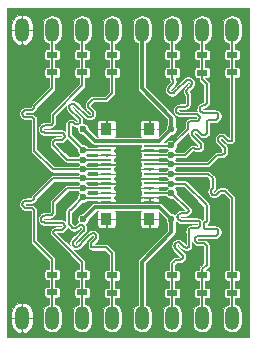
<source format=gbr>
G04 #@! TF.FileFunction,Copper,L1,Top,Signal*
%FSLAX46Y46*%
G04 Gerber Fmt 4.6, Leading zero omitted, Abs format (unit mm)*
G04 Created by KiCad (PCBNEW 4.0.4+dfsg1-stable) date Thu Sep  7 20:31:08 2017*
%MOMM*%
%LPD*%
G01*
G04 APERTURE LIST*
%ADD10C,0.100000*%
%ADD11R,0.950000X0.220000*%
%ADD12R,0.950000X1.000000*%
%ADD13O,1.200000X2.000000*%
%ADD14R,0.900000X0.500000*%
%ADD15C,0.600000*%
%ADD16C,0.300000*%
%ADD17C,0.150000*%
G04 APERTURE END LIST*
D10*
D11*
X134064000Y-137927000D03*
X134064000Y-137527000D03*
X134064000Y-137127000D03*
X134064000Y-136727000D03*
X134064000Y-136327000D03*
X134064000Y-135927000D03*
X134064000Y-135527000D03*
X134064000Y-132327000D03*
X134064000Y-132727000D03*
X134064000Y-133127000D03*
X134064000Y-133527000D03*
X134064000Y-133927000D03*
X134064000Y-134327000D03*
X134064000Y-134727000D03*
X134064000Y-135127000D03*
X137714000Y-135127000D03*
X137714000Y-134727000D03*
X137714000Y-134327000D03*
X137714000Y-133927000D03*
X137714000Y-133527000D03*
X137714000Y-133127000D03*
X137714000Y-132727000D03*
X137714000Y-132327000D03*
X137714000Y-135527000D03*
X137714000Y-135927000D03*
X137714000Y-136327000D03*
X137714000Y-136727000D03*
X137714000Y-137127000D03*
X137714000Y-137527000D03*
X137714000Y-137927000D03*
D12*
X137714000Y-138927000D03*
X134064000Y-138927000D03*
X134064000Y-131327000D03*
X137714000Y-131327000D03*
D13*
X126936500Y-122936000D03*
X129476500Y-122936000D03*
X132016500Y-122936000D03*
X134556500Y-122936000D03*
X137096500Y-122936000D03*
X139636500Y-122936000D03*
X142176500Y-122936000D03*
X144716500Y-122936000D03*
X126936500Y-147320000D03*
X129476500Y-147320000D03*
X132016500Y-147320000D03*
X134556500Y-147320000D03*
X137096500Y-147320000D03*
X139636500Y-147320000D03*
X142176500Y-147320000D03*
X144716500Y-147320000D03*
D14*
X129476500Y-126531500D03*
X129476500Y-125031500D03*
X132016500Y-126531500D03*
X132016500Y-125031500D03*
X134556500Y-126531500D03*
X134556500Y-125031500D03*
X139636500Y-126531500D03*
X139636500Y-125031500D03*
X142176500Y-126543500D03*
X142176500Y-125043500D03*
X144716500Y-126531500D03*
X144716500Y-125031500D03*
X129476500Y-145149000D03*
X129476500Y-143649000D03*
X132016500Y-145161000D03*
X132016500Y-143661000D03*
X134556500Y-145212500D03*
X134556500Y-143712500D03*
X139636500Y-145212500D03*
X139636500Y-143712500D03*
X142176500Y-145212500D03*
X142176500Y-143712500D03*
X144716500Y-145212500D03*
X144716500Y-143712500D03*
D15*
X132080000Y-138938000D03*
X139573000Y-138938000D03*
X130619500Y-132969000D03*
X130111500Y-130873500D03*
X140716000Y-132588000D03*
X141478000Y-137668000D03*
X141859000Y-128524000D03*
X138493500Y-127381000D03*
X130429000Y-127381000D03*
X132905500Y-127825500D03*
X135763000Y-128587500D03*
X126111000Y-137795000D03*
X129032000Y-141033500D03*
X130238500Y-138239500D03*
X130873500Y-140398500D03*
X132842000Y-142621000D03*
X135953500Y-141732000D03*
X135890000Y-135128000D03*
X138176000Y-143256000D03*
X141351000Y-142303500D03*
X143891000Y-138938000D03*
X143954500Y-134937500D03*
X139573000Y-136715500D03*
X139573000Y-135953500D03*
X132080000Y-131318000D03*
X139573000Y-131318000D03*
X139573000Y-132715000D03*
X139573000Y-133540500D03*
X139573000Y-134302500D03*
X139573000Y-135128000D03*
X132080000Y-134747000D03*
X132080000Y-133921500D03*
X132080000Y-133096000D03*
X132080000Y-135509000D03*
X132080000Y-136334500D03*
X132080000Y-137096500D03*
D16*
X139573000Y-140081000D02*
X137096500Y-142557500D01*
X137096500Y-142557500D02*
X137096500Y-147320000D01*
X139573000Y-138938000D02*
X139573000Y-140081000D01*
X137714000Y-137927000D02*
X134064000Y-137927000D01*
X134064000Y-137927000D02*
X133091000Y-137927000D01*
X133091000Y-137927000D02*
X132080000Y-138938000D01*
X137714000Y-137927000D02*
X138562000Y-137927000D01*
X138562000Y-137927000D02*
X139573000Y-138938000D01*
D17*
X137714000Y-131327000D02*
X137976500Y-131327000D01*
X137714000Y-138927000D02*
X137784000Y-138927000D01*
X134064000Y-138927000D02*
X133932500Y-138927000D01*
X137714000Y-131327000D02*
X138103500Y-131327000D01*
X134064000Y-138927000D02*
X133996000Y-138927000D01*
X139636500Y-143712500D02*
X139636500Y-142688764D01*
X142025979Y-139442756D02*
X142033500Y-139376000D01*
X140931451Y-141351796D02*
X140991977Y-141322649D01*
X139636500Y-142688764D02*
X139771709Y-142553557D01*
X141003790Y-138306165D02*
X141025978Y-138242756D01*
X141146454Y-139741450D02*
X141203335Y-139705709D01*
X139965650Y-140956036D02*
X140026176Y-140926888D01*
X140968049Y-138363046D02*
X141003790Y-138306165D01*
X140383500Y-139076000D02*
X140316743Y-139068478D01*
X141968050Y-139563046D02*
X142003791Y-139506165D01*
X139913128Y-140997921D02*
X139965650Y-140956036D01*
X139771709Y-142553557D02*
X139771709Y-142549291D01*
X141800257Y-139668478D02*
X141863666Y-139646290D01*
X140158849Y-140911939D02*
X140224343Y-140926888D01*
X140337392Y-140997921D02*
X140620235Y-141280764D01*
X139771709Y-142549291D02*
X139890500Y-142430500D01*
X141863666Y-139646290D02*
X141920547Y-139610549D01*
X141333500Y-139676000D02*
X141733500Y-139676000D01*
X142003791Y-139506165D02*
X142025979Y-139442756D01*
X139842095Y-141110969D02*
X139871242Y-141050443D01*
X139890500Y-142430500D02*
X140335000Y-142430500D01*
X140335000Y-142430500D02*
X140540443Y-142225057D01*
X140672758Y-141322649D02*
X140733284Y-141351796D01*
X139871242Y-141050443D02*
X139913128Y-140997921D01*
X141033500Y-139976000D02*
X141041022Y-139909243D01*
X141063210Y-139845834D02*
X141098951Y-139788953D01*
X140540443Y-142225057D02*
X140540443Y-142049500D01*
X140540443Y-142049500D02*
X139913128Y-141422185D01*
X139913128Y-141422185D02*
X139871242Y-141369662D01*
X139827146Y-141176463D02*
X139842095Y-141110969D01*
X140224343Y-140926888D02*
X140284869Y-140956036D01*
X139871242Y-141369662D02*
X139842095Y-141309136D01*
X140026176Y-140926888D02*
X140091670Y-140911939D01*
X139842095Y-141309136D02*
X139827146Y-141243642D01*
X139827146Y-141243642D02*
X139827146Y-141176463D01*
X141041022Y-139909243D02*
X141063210Y-139845834D01*
X140091670Y-140911939D02*
X140158849Y-140911939D01*
X141863666Y-139105709D02*
X141800257Y-139083521D01*
X141203335Y-139705709D02*
X141266744Y-139683521D01*
X141098951Y-139788953D02*
X141146454Y-139741450D01*
X140083500Y-138776000D02*
X140091021Y-138709243D01*
X140284869Y-140956036D02*
X140337392Y-140997921D01*
X140620235Y-141280764D02*
X140672758Y-141322649D01*
X140733284Y-141351796D02*
X140798778Y-141366745D01*
X140798778Y-141366745D02*
X140865957Y-141366745D01*
X141800257Y-139083521D02*
X141733500Y-139076000D01*
X141920547Y-139610549D02*
X141968050Y-139563046D01*
X140091021Y-138842756D02*
X140083500Y-138776000D01*
X140865957Y-141366745D02*
X140931451Y-141351796D01*
X140991977Y-141322649D02*
X141044500Y-141280764D01*
X140863665Y-138446290D02*
X140920546Y-138410549D01*
X140113209Y-138906165D02*
X140091021Y-138842756D01*
X141044500Y-141280764D02*
X141044500Y-140081000D01*
X141025978Y-138242756D02*
X141033500Y-138176000D01*
X140196453Y-139010549D02*
X140148950Y-138963046D01*
X141044500Y-140081000D02*
X141033500Y-140081000D01*
X141033500Y-140081000D02*
X141033500Y-139976000D01*
X141266744Y-139683521D02*
X141333500Y-139676000D01*
X141733500Y-139676000D02*
X141800257Y-139668478D01*
X142033500Y-139376000D02*
X142025979Y-139309243D01*
X142025979Y-139309243D02*
X142003791Y-139245834D01*
X142003791Y-139245834D02*
X141968050Y-139188953D01*
X141968050Y-139188953D02*
X141920547Y-139141450D01*
X141920547Y-139141450D02*
X141863666Y-139105709D01*
X141733500Y-139076000D02*
X140383500Y-139076000D01*
X140316743Y-139068478D02*
X140253334Y-139046290D01*
X140253334Y-139046290D02*
X140196453Y-139010549D01*
X140148950Y-138963046D02*
X140113209Y-138906165D01*
X140091021Y-138709243D02*
X140113209Y-138645834D01*
X140113209Y-138645834D02*
X140148950Y-138588953D01*
X140148950Y-138588953D02*
X140196453Y-138541450D01*
X140316743Y-138483521D02*
X140383500Y-138476000D01*
X140196453Y-138541450D02*
X140253334Y-138505709D01*
X141033500Y-138176000D02*
X139573000Y-136715500D01*
X140253334Y-138505709D02*
X140316743Y-138483521D01*
X140383500Y-138476000D02*
X140733500Y-138476000D01*
X140733500Y-138476000D02*
X140800256Y-138468478D01*
X140800256Y-138468478D02*
X140863665Y-138446290D01*
X140920546Y-138410549D02*
X140968049Y-138363046D01*
X139636500Y-145212500D02*
X139636500Y-145612500D01*
X139636500Y-145612500D02*
X139636500Y-147320000D01*
X139636500Y-143712500D02*
X139636500Y-145212500D01*
X137714000Y-136727000D02*
X139561500Y-136727000D01*
X139561500Y-136727000D02*
X139573000Y-136715500D01*
X142176500Y-145212500D02*
X142176500Y-147320000D01*
X142176500Y-143712500D02*
X142176500Y-144112500D01*
X142176500Y-144112500D02*
X142176500Y-145212500D01*
X141670453Y-140899549D02*
X141727334Y-140935290D01*
X142367403Y-139221611D02*
X142360007Y-139242747D01*
X139573000Y-135953500D02*
X140716000Y-135953500D01*
X141857500Y-140965000D02*
X142257500Y-140965000D01*
X140716000Y-135953500D02*
X142557500Y-137795000D01*
X142549978Y-141198243D02*
X142557500Y-141265000D01*
X142435247Y-139762492D02*
X142457500Y-139765000D01*
X142519848Y-139143183D02*
X142500888Y-139155096D01*
X142557500Y-137795000D02*
X142557500Y-139065000D01*
X141557500Y-140665000D02*
X141565021Y-140731756D01*
X142387665Y-140994709D02*
X142444546Y-141030450D01*
X142357500Y-139265000D02*
X142357500Y-139665000D01*
X143324257Y-139772521D02*
X143387666Y-139794709D01*
X143527791Y-139934834D02*
X143549979Y-139998243D01*
X141565021Y-140598243D02*
X141557500Y-140665000D01*
X142435247Y-139167507D02*
X142414111Y-139174903D01*
X142557500Y-139065000D02*
X142554992Y-139087252D01*
X142414111Y-139755096D02*
X142435247Y-139762492D01*
X142554992Y-139087252D02*
X142547596Y-139108388D01*
X142547596Y-139108388D02*
X142535683Y-139127348D01*
X141857500Y-140365000D02*
X141790743Y-140372521D01*
X143387666Y-139794709D02*
X143444547Y-139830450D01*
X142535683Y-139127348D02*
X142519848Y-139143183D01*
X143549979Y-140131756D02*
X143527791Y-140195165D01*
X142500888Y-139155096D02*
X142479752Y-139162492D01*
X142357500Y-139665000D02*
X142360007Y-139687252D01*
X142257500Y-140965000D02*
X142324256Y-140972521D01*
X142414111Y-139174903D02*
X142395151Y-139186816D01*
X142395151Y-139743183D02*
X142414111Y-139755096D01*
X142479752Y-139162492D02*
X142435247Y-139167507D01*
X142457500Y-139765000D02*
X143257500Y-139765000D01*
X143444547Y-139830450D02*
X143492050Y-139877953D01*
X142395151Y-139186816D02*
X142379316Y-139202651D01*
X143492050Y-139877953D02*
X143527791Y-139934834D01*
X142379316Y-139202651D02*
X142367403Y-139221611D01*
X141565021Y-140731756D02*
X141587209Y-140795165D01*
X142360007Y-139242747D02*
X142357500Y-139265000D01*
X141790743Y-140957478D02*
X141857500Y-140965000D01*
X142557500Y-142811500D02*
X142176500Y-143192500D01*
X142360007Y-139687252D02*
X142367403Y-139708388D01*
X142324256Y-140972521D02*
X142387665Y-140994709D01*
X142367403Y-139708388D02*
X142379316Y-139727348D01*
X142379316Y-139727348D02*
X142395151Y-139743183D01*
X143257500Y-139765000D02*
X143324257Y-139772521D01*
X143549979Y-139998243D02*
X143557500Y-140065000D01*
X141727334Y-140394709D02*
X141670453Y-140430450D01*
X143557500Y-140065000D02*
X143549979Y-140131756D01*
X142557500Y-141265000D02*
X142557500Y-142811500D01*
X143527791Y-140195165D02*
X143492050Y-140252046D01*
X143492050Y-140252046D02*
X143444547Y-140299549D01*
X141587209Y-140534834D02*
X141565021Y-140598243D01*
X143444547Y-140299549D02*
X143387666Y-140335290D01*
X143387666Y-140335290D02*
X143324257Y-140357478D01*
X143324257Y-140357478D02*
X143257500Y-140365000D01*
X143257500Y-140365000D02*
X141857500Y-140365000D01*
X141622950Y-140852046D02*
X141670453Y-140899549D01*
X141790743Y-140372521D02*
X141727334Y-140394709D01*
X141670453Y-140430450D02*
X141622950Y-140477953D01*
X141622950Y-140477953D02*
X141587209Y-140534834D01*
X141587209Y-140795165D02*
X141622950Y-140852046D01*
X141727334Y-140935290D02*
X141790743Y-140957478D01*
X142444546Y-141030450D02*
X142492049Y-141077953D01*
X142492049Y-141077953D02*
X142527790Y-141134834D01*
X142527790Y-141134834D02*
X142549978Y-141198243D01*
X142176500Y-143192500D02*
X142176500Y-143712500D01*
X139573000Y-135953500D02*
X139546500Y-135927000D01*
X139546500Y-135927000D02*
X137714000Y-135927000D01*
D16*
X139573000Y-131318000D02*
X139573000Y-130365500D01*
X139573000Y-130365500D02*
X137096500Y-127889000D01*
X137096500Y-127889000D02*
X137096500Y-122936000D01*
X134064000Y-132327000D02*
X137714000Y-132327000D01*
X134064000Y-132327000D02*
X133089000Y-132327000D01*
X133089000Y-132327000D02*
X132080000Y-131318000D01*
X138564000Y-132327000D02*
X137714000Y-132327000D01*
X139573000Y-131318000D02*
X138564000Y-132327000D01*
D17*
X140082954Y-129971549D02*
X140035451Y-129924046D01*
X139573000Y-132715000D02*
X140970000Y-131318000D01*
X140977521Y-130870243D02*
X140999709Y-130806834D01*
X140970000Y-131318000D02*
X140970000Y-130937000D01*
X141259372Y-127282795D02*
X141217487Y-127230273D01*
X141962478Y-130270243D02*
X141940290Y-130206834D01*
X139293027Y-127974500D02*
X139307975Y-127909005D01*
X140970000Y-130937000D02*
X140977521Y-130870243D01*
X140035451Y-129924046D02*
X139999710Y-129867165D01*
X140934645Y-127937380D02*
X141217487Y-127654537D01*
X140999709Y-130806834D02*
X141035450Y-130749953D01*
X141904549Y-130524046D02*
X141940290Y-130467165D01*
X141904549Y-130149953D02*
X141857046Y-130102450D01*
X140270000Y-129437000D02*
X140670000Y-129437000D01*
X141035450Y-130749953D02*
X141082953Y-130702450D01*
X141082953Y-130702450D02*
X141139834Y-130666709D01*
X141303469Y-127408815D02*
X141288520Y-127343321D01*
X140971765Y-127144291D02*
X140906271Y-127159240D01*
X141962478Y-130403756D02*
X141970000Y-130337000D01*
X140848663Y-128183102D02*
X140848663Y-128115923D01*
X140863612Y-128248596D02*
X140848663Y-128183102D01*
X141139834Y-130666709D02*
X141203243Y-130644521D01*
X140970000Y-129137000D02*
X140970000Y-128397000D01*
X141203243Y-130644521D02*
X141270000Y-130637000D01*
X140139835Y-130007290D02*
X140082954Y-129971549D01*
X139977522Y-129803756D02*
X139970000Y-129737000D01*
X141670000Y-130637000D02*
X141736756Y-130629478D01*
X141800165Y-130066709D02*
X141736756Y-130044521D01*
X140906271Y-127159240D02*
X140845745Y-127188387D01*
X139703735Y-127141371D02*
X139661851Y-127088850D01*
X141270000Y-130637000D02*
X141670000Y-130637000D01*
X140904550Y-129324046D02*
X140940291Y-129267165D01*
X141736756Y-130629478D02*
X141800165Y-130607290D01*
X141857046Y-130571549D02*
X141904549Y-130524046D01*
X140670000Y-129437000D02*
X140736757Y-129429478D01*
X141800165Y-130607290D02*
X141857046Y-130571549D01*
X141940290Y-130467165D02*
X141962478Y-130403756D01*
X140848663Y-128115923D02*
X140863612Y-128050429D01*
X140035451Y-129549953D02*
X140082954Y-129502450D01*
X141164964Y-127188387D02*
X141104438Y-127159240D01*
X141670000Y-130037000D02*
X140270000Y-130037000D01*
X141970000Y-130337000D02*
X141962478Y-130270243D01*
X141940290Y-130206834D02*
X141904549Y-130149953D01*
X139307976Y-128107173D02*
X139293026Y-128041678D01*
X140082954Y-129502450D02*
X140139835Y-129466709D01*
X141857046Y-130102450D02*
X141800165Y-130066709D01*
X140940291Y-129267165D02*
X140962479Y-129203756D01*
X141736756Y-130044521D02*
X141670000Y-130037000D01*
X140857047Y-129371549D02*
X140904550Y-129324046D01*
X140270000Y-130037000D02*
X140203244Y-130029478D01*
X140203244Y-130029478D02*
X140139835Y-130007290D01*
X141259372Y-127602014D02*
X141288520Y-127541488D01*
X141288520Y-127343321D02*
X141259372Y-127282795D01*
X139999710Y-129867165D02*
X139977522Y-129803756D01*
X139970000Y-129737000D02*
X139977522Y-129670243D01*
X139977522Y-129670243D02*
X139999710Y-129606834D01*
X139999710Y-129606834D02*
X140035451Y-129549953D01*
X140139835Y-129466709D02*
X140203244Y-129444521D01*
X140934645Y-128361645D02*
X140892759Y-128309122D01*
X139703736Y-127460591D02*
X139732884Y-127400065D01*
X140203244Y-129444521D02*
X140270000Y-129437000D01*
X140736757Y-129429478D02*
X140800166Y-129407290D01*
X140800166Y-129407290D02*
X140857047Y-129371549D01*
X140962479Y-129203756D02*
X140970000Y-129137000D01*
X141288520Y-127541488D02*
X141303469Y-127475994D01*
X140970000Y-128397000D02*
X140934645Y-128361645D01*
X140845745Y-127188387D02*
X140793222Y-127230273D01*
X139307975Y-127909005D02*
X139337123Y-127848480D01*
X140892759Y-128309122D02*
X140863612Y-128248596D01*
X139337123Y-127848480D02*
X139379008Y-127795956D01*
X140863612Y-128050429D02*
X140892759Y-127989903D01*
X140086115Y-127937380D02*
X139803273Y-128220222D01*
X140892759Y-127989903D02*
X140934645Y-127937380D01*
X141217487Y-127654537D02*
X141259372Y-127602014D01*
X141303469Y-127475994D02*
X141303469Y-127408815D01*
X141217487Y-127230273D02*
X141164964Y-127188387D01*
X139750750Y-128262107D02*
X139690224Y-128291255D01*
X141104438Y-127159240D02*
X141038944Y-127144291D01*
X141038944Y-127144291D02*
X140971765Y-127144291D01*
X139661851Y-127513114D02*
X139703736Y-127460591D01*
X140793222Y-127230273D02*
X140086115Y-127937380D01*
X139803273Y-128220222D02*
X139750750Y-128262107D01*
X139624729Y-128306203D02*
X139557551Y-128306204D01*
X139690224Y-128291255D02*
X139624729Y-128306203D01*
X139557551Y-128306204D02*
X139492056Y-128291254D01*
X139492056Y-128291254D02*
X139431530Y-128262106D01*
X139431530Y-128262106D02*
X139379009Y-128220222D01*
X139379009Y-128220222D02*
X139337122Y-128167698D01*
X139337122Y-128167698D02*
X139307976Y-128107173D01*
X139293026Y-128041678D02*
X139293027Y-127974500D01*
X139379008Y-127795956D02*
X139661851Y-127513114D01*
X139732884Y-127400065D02*
X139747832Y-127334570D01*
X139747832Y-127334570D02*
X139747833Y-127267392D01*
X139747833Y-127267392D02*
X139732883Y-127201897D01*
X139732883Y-127201897D02*
X139703735Y-127141371D01*
X139661851Y-127088850D02*
X139636500Y-127063500D01*
X139636500Y-127063500D02*
X139636500Y-126531500D01*
X139636500Y-125031500D02*
X139636500Y-122936000D01*
X139636500Y-126531500D02*
X139636500Y-126131500D01*
X139636500Y-126131500D02*
X139636500Y-125031500D01*
X137714000Y-132727000D02*
X139561000Y-132727000D01*
X139561000Y-132727000D02*
X139573000Y-132715000D01*
X142176500Y-122936000D02*
X142176500Y-124086000D01*
X142176500Y-124086000D02*
X142176500Y-125043500D01*
X142176500Y-126543500D02*
X142176500Y-126143500D01*
X142176500Y-126143500D02*
X142176500Y-125043500D01*
X142494000Y-131762500D02*
X142557500Y-131699000D01*
X143257500Y-129932000D02*
X142257500Y-129932000D01*
X141532424Y-132964260D02*
X141592950Y-132993408D01*
X139573000Y-133540500D02*
X140716000Y-133540500D01*
X141276646Y-131658199D02*
X141291595Y-131592705D01*
X141320742Y-131851398D02*
X141291595Y-131790872D01*
X142070453Y-129866549D02*
X142022950Y-129819046D01*
X143549979Y-130298756D02*
X143557500Y-130232000D01*
X140716000Y-133540500D02*
X141221209Y-133035293D01*
X143527791Y-130101834D02*
X143492050Y-130044953D01*
X142190743Y-129924478D02*
X142127334Y-129902290D01*
X141399751Y-132949311D02*
X141466931Y-132949310D01*
X141221209Y-133035293D02*
X141273732Y-132993407D01*
X141273732Y-132993407D02*
X141334258Y-132964259D01*
X141334258Y-132964259D02*
X141399751Y-132949311D01*
X142380951Y-131833532D02*
X142441477Y-131804385D01*
X141466931Y-132949310D02*
X141532424Y-132964260D01*
X141673843Y-131408624D02*
X141734369Y-131437772D01*
X142670454Y-130597450D02*
X142727335Y-130561709D01*
X141362628Y-131903921D02*
X141320742Y-131851398D01*
X142587210Y-130701834D02*
X142622951Y-130644953D01*
X143387666Y-129961709D02*
X143324257Y-129939521D01*
X141592950Y-132993408D02*
X141645473Y-133035293D01*
X141645473Y-133035293D02*
X141919707Y-133035293D01*
X143324257Y-130524478D02*
X143387666Y-130502290D01*
X143257500Y-130532000D02*
X143324257Y-130524478D01*
X141291595Y-131592705D02*
X141320742Y-131532179D01*
X141919707Y-133035293D02*
X142049500Y-132905500D01*
X142176500Y-127127000D02*
X142176500Y-126543500D01*
X141362628Y-131479657D02*
X141415150Y-131437772D01*
X142049500Y-132905500D02*
X142049500Y-132590792D01*
X142049500Y-132590792D02*
X141362628Y-131903921D01*
X143444547Y-130466549D02*
X143492050Y-130419046D01*
X141965021Y-129565243D02*
X141987209Y-129501834D01*
X142069735Y-131762500D02*
X142122258Y-131804385D01*
X141291595Y-131790872D02*
X141276646Y-131725378D01*
X141276646Y-131725378D02*
X141276646Y-131658199D01*
X141320742Y-131532179D02*
X141362628Y-131479657D01*
X142790744Y-130539521D02*
X142857500Y-130532000D01*
X141734369Y-131437772D02*
X141786892Y-131479657D01*
X142441477Y-131804385D02*
X142494000Y-131762500D01*
X141415150Y-131437772D02*
X141475676Y-131408624D01*
X141475676Y-131408624D02*
X141541170Y-131393675D01*
X143387666Y-130502290D02*
X143444547Y-130466549D01*
X141541170Y-131393675D02*
X141608349Y-131393675D01*
X141608349Y-131393675D02*
X141673843Y-131408624D01*
X142122258Y-131804385D02*
X142182784Y-131833532D01*
X141786892Y-131479657D02*
X142069735Y-131762500D01*
X142182784Y-131833532D02*
X142248278Y-131848481D01*
X142257500Y-129932000D02*
X142190743Y-129924478D01*
X142248278Y-131848481D02*
X142315457Y-131848481D01*
X142315457Y-131848481D02*
X142380951Y-131833532D01*
X142127334Y-129361709D02*
X142190743Y-129339521D01*
X142557500Y-131699000D02*
X142557500Y-130832000D01*
X142557500Y-130832000D02*
X142565022Y-130765243D01*
X142387665Y-129302290D02*
X142444546Y-129266549D01*
X143492050Y-130419046D02*
X143527791Y-130362165D01*
X142557500Y-127508000D02*
X142176500Y-127127000D01*
X142565022Y-130765243D02*
X142587210Y-130701834D01*
X143492050Y-130044953D02*
X143444547Y-129997450D01*
X142622951Y-130644953D02*
X142670454Y-130597450D01*
X143444547Y-129997450D02*
X143387666Y-129961709D01*
X142727335Y-130561709D02*
X142790744Y-130539521D01*
X142857500Y-130532000D02*
X143257500Y-130532000D01*
X143527791Y-130362165D02*
X143549979Y-130298756D01*
X142022950Y-129819046D02*
X141987209Y-129762165D01*
X143557500Y-130232000D02*
X143549979Y-130165243D01*
X143549979Y-130165243D02*
X143527791Y-130101834D01*
X143324257Y-129939521D02*
X143257500Y-129932000D01*
X142444546Y-129266549D02*
X142492049Y-129219046D01*
X142127334Y-129902290D02*
X142070453Y-129866549D01*
X141987209Y-129762165D02*
X141965021Y-129698756D01*
X141965021Y-129698756D02*
X141957500Y-129632000D01*
X141957500Y-129632000D02*
X141965021Y-129565243D01*
X142527790Y-129162165D02*
X142549978Y-129098756D01*
X141987209Y-129501834D02*
X142022950Y-129444953D01*
X142022950Y-129444953D02*
X142070453Y-129397450D01*
X142070453Y-129397450D02*
X142127334Y-129361709D01*
X142190743Y-129339521D02*
X142324256Y-129324478D01*
X142324256Y-129324478D02*
X142387665Y-129302290D01*
X142492049Y-129219046D02*
X142527790Y-129162165D01*
X142549978Y-129098756D02*
X142557500Y-129032000D01*
X142557500Y-129032000D02*
X142557500Y-127508000D01*
X139573000Y-133540500D02*
X139559500Y-133527000D01*
X139559500Y-133527000D02*
X137714000Y-133527000D01*
X143698176Y-131916624D02*
X143763670Y-131901675D01*
X139573000Y-134302500D02*
X142684500Y-134302500D01*
X144603451Y-132341532D02*
X144663977Y-132312385D01*
X144081500Y-133350000D02*
X144081500Y-132908292D01*
X142684500Y-134302500D02*
X143443709Y-133543293D01*
X143830849Y-131901675D02*
X143896343Y-131916624D01*
X143888207Y-133543293D02*
X144081500Y-133350000D01*
X143443709Y-133543293D02*
X143888207Y-133543293D01*
X143896343Y-131916624D02*
X143956869Y-131945772D01*
X144292235Y-132270500D02*
X144344758Y-132312385D01*
X143499146Y-132233378D02*
X143499146Y-132166199D01*
X144081500Y-132908292D02*
X143585128Y-132411921D01*
X143585128Y-132411921D02*
X143543242Y-132359398D01*
X143543242Y-132359398D02*
X143514095Y-132298872D01*
X143543242Y-132040179D02*
X143585128Y-131987657D01*
X143514095Y-132298872D02*
X143499146Y-132233378D01*
X143499146Y-132166199D02*
X143514095Y-132100705D01*
X143514095Y-132100705D02*
X143543242Y-132040179D01*
X143585128Y-131987657D02*
X143637650Y-131945772D01*
X144344758Y-132312385D02*
X144405284Y-132341532D01*
X143637650Y-131945772D02*
X143698176Y-131916624D01*
X144405284Y-132341532D02*
X144470778Y-132356481D01*
X144716500Y-132270500D02*
X144716500Y-126531500D01*
X143763670Y-131901675D02*
X143830849Y-131901675D01*
X143956869Y-131945772D02*
X144009392Y-131987657D01*
X144009392Y-131987657D02*
X144292235Y-132270500D01*
X144470778Y-132356481D02*
X144537957Y-132356481D01*
X144537957Y-132356481D02*
X144603451Y-132341532D01*
X144663977Y-132312385D02*
X144716500Y-132270500D01*
X144716500Y-122936000D02*
X144716500Y-124086000D01*
X144716500Y-124086000D02*
X144716500Y-125031500D01*
X144716500Y-125031500D02*
X144716500Y-125431500D01*
X144716500Y-125431500D02*
X144716500Y-126531500D01*
X137714000Y-134327000D02*
X139548500Y-134327000D01*
X139548500Y-134327000D02*
X139573000Y-134302500D01*
X139573000Y-135128000D02*
X142684500Y-135128000D01*
X143677470Y-136545235D02*
X144101735Y-136545235D01*
X142684500Y-135128000D02*
X143065500Y-135509000D01*
X143394628Y-136828077D02*
X143677470Y-136545235D01*
X143022885Y-136869961D02*
X143083411Y-136899109D01*
X143281579Y-136899110D02*
X143342105Y-136869962D01*
X144526000Y-136969500D02*
X144716500Y-137160000D01*
X143065500Y-135509000D02*
X143065500Y-136308674D01*
X143065500Y-136308674D02*
X142970363Y-136403811D01*
X142884381Y-136649533D02*
X142899331Y-136715028D01*
X142970363Y-136403811D02*
X142928478Y-136456335D01*
X144484114Y-136916977D02*
X144526000Y-136969500D01*
X142928478Y-136456335D02*
X142899330Y-136516860D01*
X142899330Y-136516860D02*
X142884382Y-136582355D01*
X142884382Y-136582355D02*
X142884381Y-136649533D01*
X143083411Y-136899109D02*
X143148906Y-136914059D01*
X142899331Y-136715028D02*
X142928477Y-136775553D01*
X142928477Y-136775553D02*
X142970364Y-136828077D01*
X142970364Y-136828077D02*
X143022885Y-136869961D01*
X143148906Y-136914059D02*
X143216084Y-136914058D01*
X143216084Y-136914058D02*
X143281579Y-136899110D01*
X144716500Y-137160000D02*
X144716500Y-143712500D01*
X143342105Y-136869962D02*
X143394628Y-136828077D01*
X144101735Y-136545235D02*
X144473477Y-136916977D01*
X144473477Y-136916977D02*
X144484114Y-136916977D01*
X144716500Y-145212500D02*
X144716500Y-147320000D01*
X144716500Y-145212500D02*
X144716500Y-143712500D01*
X139573000Y-135128000D02*
X139572000Y-135127000D01*
X139572000Y-135127000D02*
X137714000Y-135127000D01*
X129476500Y-126531500D02*
X129476500Y-127889000D01*
X129476500Y-127889000D02*
X127952500Y-129413000D01*
X127952500Y-129413000D02*
X127944978Y-129479756D01*
X126960021Y-130079756D02*
X126982209Y-130143165D01*
X127017950Y-129825953D02*
X126982209Y-129882834D01*
X127719256Y-129705478D02*
X127652500Y-129713000D01*
X127839546Y-129647549D02*
X127782665Y-129683290D01*
X127944978Y-129479756D02*
X127922790Y-129543165D01*
X127065453Y-130247549D02*
X127122334Y-130283290D01*
X127960022Y-131146243D02*
X127952500Y-131213000D01*
X127887049Y-129600046D02*
X127839546Y-129647549D01*
X127065453Y-129778450D02*
X127017950Y-129825953D01*
X127922790Y-129543165D02*
X127887049Y-129600046D01*
X127122334Y-130283290D02*
X127185743Y-130305478D01*
X127782665Y-129683290D02*
X127719256Y-129705478D01*
X127652500Y-129713000D02*
X127252500Y-129713000D01*
X126982209Y-129882834D02*
X126960021Y-129946243D01*
X127252500Y-129713000D02*
X127185743Y-129720521D01*
X127185743Y-129720521D02*
X127122334Y-129742709D01*
X129540000Y-134747000D02*
X132080000Y-134747000D01*
X127122334Y-129742709D02*
X127065453Y-129778450D01*
X127780522Y-130313000D02*
X127960022Y-130492500D01*
X126960021Y-129946243D02*
X126952500Y-130013000D01*
X126952500Y-130013000D02*
X126960021Y-130079756D01*
X126982209Y-130143165D02*
X127017950Y-130200046D01*
X127017950Y-130200046D02*
X127065453Y-130247549D01*
X127185743Y-130305478D02*
X127252500Y-130313000D01*
X127252500Y-130313000D02*
X127780522Y-130313000D01*
X127960022Y-130492500D02*
X127960022Y-131146243D01*
X127952500Y-131213000D02*
X127952500Y-133159500D01*
X127952500Y-133159500D02*
X129540000Y-134747000D01*
X129476500Y-125031500D02*
X129476500Y-126531500D01*
X129476500Y-122936000D02*
X129476500Y-124086000D01*
X129476500Y-124086000D02*
X129476500Y-125031500D01*
X134064000Y-134727000D02*
X132100000Y-134727000D01*
X132100000Y-134727000D02*
X132080000Y-134747000D01*
X132080000Y-133921500D02*
X130746500Y-133921500D01*
X128569710Y-131454665D02*
X128547522Y-131391256D01*
X130746500Y-133921500D02*
X129540000Y-132715000D01*
X129474550Y-130911546D02*
X129510291Y-130854665D01*
X129540000Y-132715000D02*
X129540000Y-132524500D01*
X129540000Y-132524500D02*
X129547521Y-132457743D01*
X128547522Y-131257743D02*
X128569710Y-131194334D01*
X130510290Y-132054665D02*
X130532478Y-131991256D01*
X129547521Y-132457743D02*
X129569709Y-132394334D01*
X129569709Y-132394334D02*
X129605450Y-132337453D01*
X128605451Y-131511546D02*
X128569710Y-131454665D01*
X128709835Y-131594790D02*
X128652954Y-131559049D01*
X130532478Y-131991256D02*
X130540000Y-131924500D01*
X129605450Y-132337453D02*
X129652953Y-132289950D01*
X128605451Y-131137453D02*
X128652954Y-131089950D01*
X129652953Y-132289950D02*
X129709834Y-132254209D01*
X129709834Y-132254209D02*
X129773243Y-132232021D01*
X130240000Y-132224500D02*
X130306756Y-132216978D01*
X129773243Y-132232021D02*
X129840000Y-132224500D01*
X130474549Y-132111546D02*
X130510290Y-132054665D01*
X128773244Y-131032021D02*
X128840000Y-131024500D01*
X129540000Y-130724500D02*
X129540000Y-130111500D01*
X129840000Y-132224500D02*
X130240000Y-132224500D01*
X130306756Y-131632021D02*
X130240000Y-131624500D01*
X130427046Y-131689950D02*
X130370165Y-131654209D01*
X130427046Y-132159049D02*
X130474549Y-132111546D01*
X130370165Y-131654209D02*
X130306756Y-131632021D01*
X128709835Y-131054209D02*
X128773244Y-131032021D01*
X130306756Y-132216978D02*
X130370165Y-132194790D01*
X130370165Y-132194790D02*
X130427046Y-132159049D01*
X128840000Y-131624500D02*
X128773244Y-131616978D01*
X129240000Y-131024500D02*
X129306757Y-131016978D01*
X130540000Y-131924500D02*
X130532478Y-131857743D01*
X130532478Y-131857743D02*
X130510290Y-131794334D01*
X130510290Y-131794334D02*
X130474549Y-131737453D01*
X130474549Y-131737453D02*
X130427046Y-131689950D01*
X130240000Y-131624500D02*
X128840000Y-131624500D01*
X128773244Y-131616978D02*
X128709835Y-131594790D01*
X128652954Y-131559049D02*
X128605451Y-131511546D01*
X132016500Y-127635000D02*
X132016500Y-126531500D01*
X128547522Y-131391256D02*
X128540000Y-131324500D01*
X128540000Y-131324500D02*
X128547522Y-131257743D01*
X128569710Y-131194334D02*
X128605451Y-131137453D01*
X128652954Y-131089950D02*
X128709835Y-131054209D01*
X128840000Y-131024500D02*
X129240000Y-131024500D01*
X129306757Y-131016978D02*
X129370166Y-130994790D01*
X129370166Y-130994790D02*
X129427047Y-130959049D01*
X129427047Y-130959049D02*
X129474550Y-130911546D01*
X129510291Y-130854665D02*
X129532479Y-130791256D01*
X129532479Y-130791256D02*
X129540000Y-130724500D01*
X129540000Y-130111500D02*
X132016500Y-127635000D01*
X132016500Y-125031500D02*
X132016500Y-126531500D01*
X132016500Y-122936000D02*
X132016500Y-124086000D01*
X132016500Y-124086000D02*
X132016500Y-125031500D01*
X132080000Y-133921500D02*
X132085500Y-133927000D01*
X132085500Y-133927000D02*
X134064000Y-133927000D01*
X132080000Y-133096000D02*
X130873500Y-131889500D01*
X130873500Y-131889500D02*
X130873500Y-130810000D01*
X131799268Y-130792832D02*
X131828415Y-130732306D01*
X130986548Y-130738967D02*
X131052042Y-130724018D01*
X131843364Y-130666812D02*
X131843364Y-130599633D01*
X130873500Y-130810000D02*
X130926022Y-130768114D01*
X130926022Y-130768114D02*
X130986548Y-130738967D01*
X131052042Y-130724018D02*
X131119221Y-130724018D01*
X132484572Y-129358664D02*
X132484572Y-129291485D01*
X132607676Y-130330297D02*
X132674855Y-130330297D01*
X131119221Y-130724018D02*
X131184715Y-130738967D01*
X131184715Y-130738967D02*
X131245241Y-130768114D01*
X132484572Y-129291485D02*
X132499521Y-129225991D01*
X131245241Y-130768114D02*
X131297764Y-130810000D01*
X131297764Y-130810000D02*
X131333119Y-130845355D01*
X132895282Y-130191792D02*
X132924429Y-130131266D01*
X131014922Y-129254366D02*
X131067445Y-129212481D01*
X131333119Y-130845355D02*
X131385641Y-130887240D01*
X131757383Y-130421090D02*
X131014922Y-129678630D01*
X132674855Y-130330297D02*
X132740349Y-130315348D01*
X131644335Y-130916388D02*
X131704860Y-130887240D01*
X131578840Y-130931336D02*
X131644335Y-130916388D01*
X131511662Y-130931336D02*
X131578840Y-130931336D01*
X131385641Y-130887240D02*
X131446167Y-130916388D01*
X132800875Y-130286200D02*
X132853397Y-130244315D01*
X130973036Y-129306889D02*
X131014922Y-129254366D01*
X131446167Y-130916388D02*
X131511662Y-130931336D01*
X131014922Y-129678630D02*
X130973037Y-129626107D01*
X131704860Y-130887240D02*
X131757383Y-130845355D01*
X132853397Y-130244315D02*
X132895282Y-130191792D01*
X131439186Y-129254367D02*
X132429133Y-130244315D01*
X130928939Y-129500088D02*
X130928940Y-129432908D01*
X131757383Y-130845355D02*
X131799268Y-130792832D01*
X131828415Y-130732306D02*
X131843364Y-130666812D01*
X130943888Y-129367415D02*
X130973036Y-129306889D01*
X131193465Y-129168385D02*
X131260643Y-129168386D01*
X131843364Y-130599633D02*
X131828415Y-130534139D01*
X131828415Y-130534139D02*
X131799268Y-130473613D01*
X132499521Y-129424158D02*
X132484572Y-129358664D01*
X131799268Y-130473613D02*
X131757383Y-130421090D01*
X131260643Y-129168386D02*
X131326138Y-129183334D01*
X130973037Y-129626107D02*
X130943889Y-129565581D01*
X130943889Y-129565581D02*
X130928939Y-129500088D01*
X130928940Y-129432908D02*
X130943888Y-129367415D01*
X132481656Y-130286200D02*
X132542182Y-130315348D01*
X131067445Y-129212481D02*
X131127970Y-129183335D01*
X131127970Y-129183335D02*
X131193465Y-129168385D01*
X131326138Y-129183334D02*
X131386663Y-129212482D01*
X131386663Y-129212482D02*
X131439186Y-129254367D01*
X132905500Y-128778000D02*
X134048500Y-128778000D01*
X132429133Y-130244315D02*
X132481656Y-130286200D01*
X132542182Y-130315348D02*
X132607676Y-130330297D01*
X132528669Y-129484684D02*
X132499521Y-129424158D01*
X132740349Y-130315348D02*
X132800875Y-130286200D01*
X132924429Y-130131266D02*
X132939378Y-130065772D01*
X132939378Y-130065772D02*
X132939378Y-129998593D01*
X132939378Y-129998593D02*
X132924429Y-129933099D01*
X132924429Y-129933099D02*
X132895282Y-129872573D01*
X132570554Y-129537207D02*
X132528669Y-129484684D01*
X132853397Y-129820050D02*
X132570554Y-129537207D01*
X132570554Y-129112943D02*
X132905500Y-128778000D01*
X132895282Y-129872573D02*
X132853397Y-129820050D01*
X132499521Y-129225991D02*
X132528669Y-129165465D01*
X132528669Y-129165465D02*
X132570554Y-129112943D01*
X134048500Y-128778000D02*
X134556500Y-128270000D01*
X134556500Y-128270000D02*
X134556500Y-126531500D01*
X134556500Y-125031500D02*
X134556500Y-126531500D01*
X134556500Y-125031500D02*
X134556500Y-124631500D01*
X134556500Y-124631500D02*
X134556500Y-122936000D01*
X132111000Y-133127000D02*
X132080000Y-133096000D01*
X134064000Y-133127000D02*
X132111000Y-133127000D01*
X129476500Y-143649000D02*
X129476500Y-142367000D01*
X127944978Y-137163256D02*
X127952500Y-137096500D01*
X126982209Y-137826665D02*
X126960021Y-137763256D01*
X129476500Y-142367000D02*
X127952500Y-140843000D01*
X126982209Y-137566334D02*
X127017950Y-137509453D01*
X127017950Y-137883546D02*
X126982209Y-137826665D01*
X127185743Y-137404021D02*
X127252500Y-137396500D01*
X127952500Y-137096500D02*
X129540000Y-135509000D01*
X127952500Y-140843000D02*
X127952500Y-138187000D01*
X127952500Y-138187000D02*
X127762000Y-137996500D01*
X127839546Y-137331049D02*
X127887049Y-137283546D01*
X127252500Y-137996500D02*
X127185743Y-137988978D01*
X127252500Y-137396500D02*
X127652500Y-137396500D01*
X127762000Y-137996500D02*
X127252500Y-137996500D01*
X127185743Y-137988978D02*
X127122334Y-137966790D01*
X127782665Y-137366790D02*
X127839546Y-137331049D01*
X127017950Y-137509453D02*
X127065453Y-137461950D01*
X127122334Y-137966790D02*
X127065453Y-137931049D01*
X127065453Y-137931049D02*
X127017950Y-137883546D01*
X126960021Y-137763256D02*
X126952500Y-137696500D01*
X126952500Y-137696500D02*
X126960021Y-137629743D01*
X126960021Y-137629743D02*
X126982209Y-137566334D01*
X127652500Y-137396500D02*
X127719256Y-137388978D01*
X127065453Y-137461950D02*
X127122334Y-137426209D01*
X127122334Y-137426209D02*
X127185743Y-137404021D01*
X127719256Y-137388978D02*
X127782665Y-137366790D01*
X127887049Y-137283546D02*
X127922790Y-137226665D01*
X129540000Y-135509000D02*
X132080000Y-135509000D01*
X127922790Y-137226665D02*
X127944978Y-137163256D01*
X129476500Y-143649000D02*
X129476500Y-144049000D01*
X129476500Y-144049000D02*
X129476500Y-145149000D01*
X129476500Y-147320000D02*
X129476500Y-146170000D01*
X129476500Y-146170000D02*
X129476500Y-145149000D01*
X132080000Y-135509000D02*
X132098000Y-135527000D01*
X132098000Y-135527000D02*
X134064000Y-135527000D01*
X132016500Y-143661000D02*
X132016500Y-142621000D01*
X128709835Y-139214790D02*
X128652954Y-139179049D01*
X129840000Y-139844500D02*
X130240000Y-139844500D01*
X132016500Y-142621000D02*
X129540000Y-140144500D01*
X129540000Y-140144500D02*
X129547521Y-140077743D01*
X130510290Y-139674665D02*
X130532478Y-139611256D01*
X130306756Y-139252021D02*
X130240000Y-139244500D01*
X129547521Y-140077743D02*
X129569709Y-140014334D01*
X129569709Y-140014334D02*
X129605450Y-139957453D01*
X130540000Y-139544500D02*
X130532478Y-139477743D01*
X129709834Y-139874209D02*
X129773243Y-139852021D01*
X128605451Y-139131546D02*
X128569710Y-139074665D01*
X129605450Y-139957453D02*
X129652953Y-139909950D01*
X129773243Y-139852021D02*
X129840000Y-139844500D01*
X128540000Y-138944500D02*
X128547522Y-138877743D01*
X130532478Y-139477743D02*
X130510290Y-139414334D01*
X129652953Y-139909950D02*
X129709834Y-139874209D01*
X130240000Y-139244500D02*
X128840000Y-139244500D01*
X130240000Y-139844500D02*
X130306756Y-139836978D01*
X129427047Y-138579049D02*
X129474550Y-138531546D01*
X130306756Y-139836978D02*
X130370165Y-139814790D01*
X128652954Y-139179049D02*
X128605451Y-139131546D01*
X130474549Y-139357453D02*
X130427046Y-139309950D01*
X130370165Y-139814790D02*
X130427046Y-139779049D01*
X130474549Y-139731546D02*
X130510290Y-139674665D01*
X130427046Y-139779049D02*
X130474549Y-139731546D01*
X130532478Y-139611256D02*
X130540000Y-139544500D01*
X130510290Y-139414334D02*
X130474549Y-139357453D01*
X130427046Y-139309950D02*
X130370165Y-139274209D01*
X130370165Y-139274209D02*
X130306756Y-139252021D01*
X128840000Y-139244500D02*
X128773244Y-139236978D01*
X128773244Y-139236978D02*
X128709835Y-139214790D01*
X128569710Y-139074665D02*
X128547522Y-139011256D01*
X128547522Y-139011256D02*
X128540000Y-138944500D01*
X128547522Y-138877743D02*
X128569710Y-138814334D01*
X128569710Y-138814334D02*
X128605451Y-138757453D01*
X128605451Y-138757453D02*
X128652954Y-138709950D01*
X128652954Y-138709950D02*
X128709835Y-138674209D01*
X128709835Y-138674209D02*
X128773244Y-138652021D01*
X128773244Y-138652021D02*
X128840000Y-138644500D01*
X129240000Y-138644500D02*
X129306757Y-138636978D01*
X128840000Y-138644500D02*
X129240000Y-138644500D01*
X129370166Y-138614790D02*
X129427047Y-138579049D01*
X129306757Y-138636978D02*
X129370166Y-138614790D01*
X129474550Y-138531546D02*
X129510291Y-138474665D01*
X129510291Y-138474665D02*
X129532479Y-138411256D01*
X129532479Y-138411256D02*
X129540000Y-138344500D01*
X129540000Y-138344500D02*
X129540000Y-137541000D01*
X129540000Y-137541000D02*
X130746500Y-136334500D01*
X130746500Y-136334500D02*
X132080000Y-136334500D01*
X132016500Y-143661000D02*
X132016500Y-144061000D01*
X132016500Y-144061000D02*
X132016500Y-145161000D01*
X132016500Y-147320000D02*
X132016500Y-146170000D01*
X132016500Y-146170000D02*
X132016500Y-145161000D01*
X134064000Y-136327000D02*
X132087500Y-136327000D01*
X132087500Y-136327000D02*
X132080000Y-136334500D01*
X131244477Y-141157053D02*
X131215331Y-141096528D01*
X134556500Y-143712500D02*
X134556500Y-141859000D01*
X132800114Y-140979258D02*
X132842000Y-140926735D01*
X133210824Y-140465349D02*
X133210824Y-140398170D01*
X134556500Y-141859000D02*
X134048500Y-141351000D01*
X132842000Y-141351000D02*
X132800114Y-141298477D01*
X134048500Y-141351000D02*
X132842000Y-141351000D01*
X133072319Y-140177742D02*
X133011793Y-140148595D01*
X131286363Y-140785311D02*
X132099536Y-139972139D01*
X132842000Y-140926735D02*
X133124842Y-140643892D01*
X132800114Y-141298477D02*
X132770967Y-141237951D01*
X131597579Y-141280610D02*
X131532084Y-141295558D01*
X131920993Y-139461893D02*
X131853814Y-139461893D01*
X132770967Y-141237951D02*
X132756018Y-141172457D01*
X132756018Y-141172457D02*
X132756018Y-141105278D01*
X133166727Y-140272150D02*
X133124842Y-140219628D01*
X133166727Y-140591369D02*
X133195875Y-140530843D01*
X132756018Y-141105278D02*
X132770967Y-141039784D01*
X132770967Y-141039784D02*
X132800114Y-140979258D01*
X132813626Y-140148595D02*
X132753100Y-140177742D01*
X131197463Y-139695826D02*
X131144940Y-139653941D01*
X131986487Y-139476842D02*
X131920993Y-139461893D01*
X133124842Y-140643892D02*
X133166727Y-140591369D01*
X132700577Y-140219628D02*
X132205602Y-140714602D01*
X131853814Y-139461893D02*
X131788320Y-139476842D01*
X133195875Y-140530843D02*
X133210824Y-140465349D01*
X131338885Y-141251461D02*
X131286364Y-141209577D01*
X133210824Y-140398170D02*
X133195875Y-140332676D01*
X133195875Y-140332676D02*
X133166727Y-140272150D01*
X133124842Y-140219628D02*
X133072319Y-140177742D01*
X132205602Y-140714602D02*
X131710628Y-141209577D01*
X131710628Y-141209577D02*
X131658105Y-141251462D01*
X131200381Y-141031033D02*
X131200382Y-140963855D01*
X132047013Y-139505989D02*
X131986487Y-139476842D01*
X133011793Y-140148595D02*
X132946299Y-140133646D01*
X132946299Y-140133646D02*
X132879120Y-140133646D01*
X132879120Y-140133646D02*
X132813626Y-140148595D01*
X132753100Y-140177742D02*
X132700577Y-140219628D01*
X131257989Y-139724973D02*
X131197463Y-139695826D01*
X131390662Y-139739922D02*
X131323483Y-139739922D01*
X132099536Y-139972139D02*
X132141421Y-139919617D01*
X131658105Y-141251462D02*
X131597579Y-141280610D01*
X131464906Y-141295559D02*
X131399411Y-141280609D01*
X131727794Y-139505989D02*
X131675271Y-139547875D01*
X131532084Y-141295558D02*
X131464906Y-141295559D01*
X131399411Y-141280609D02*
X131338885Y-141251461D01*
X131286364Y-141209577D02*
X131244477Y-141157053D01*
X131215330Y-140898360D02*
X131244478Y-140837835D01*
X131215331Y-141096528D02*
X131200381Y-141031033D01*
X132141421Y-139919617D02*
X132170569Y-139859091D01*
X131200382Y-140963855D02*
X131215330Y-140898360D01*
X131244478Y-140837835D02*
X131286363Y-140785311D01*
X132170569Y-139859091D02*
X132185517Y-139793597D01*
X132185517Y-139793597D02*
X132185517Y-139726418D01*
X132185517Y-139726418D02*
X132170569Y-139660924D01*
X132170569Y-139660924D02*
X132141421Y-139600398D01*
X132141421Y-139600398D02*
X132099536Y-139547875D01*
X131788320Y-139476842D02*
X131727794Y-139505989D01*
X132099536Y-139547875D02*
X132047013Y-139505989D01*
X131144940Y-139653941D02*
X130873500Y-139382500D01*
X131675271Y-139547875D02*
X131569204Y-139653941D01*
X131569204Y-139653941D02*
X131516682Y-139695826D01*
X131516682Y-139695826D02*
X131456156Y-139724973D01*
X131456156Y-139724973D02*
X131390662Y-139739922D01*
X131323483Y-139739922D02*
X131257989Y-139724973D01*
X130873500Y-139382500D02*
X130873500Y-138303000D01*
X130873500Y-138303000D02*
X131115005Y-138061495D01*
X131115005Y-138061495D02*
X132080000Y-137096500D01*
X134556500Y-147320000D02*
X134556500Y-146170000D01*
X134556500Y-146170000D02*
X134556500Y-145212500D01*
X134556500Y-143712500D02*
X134556500Y-145212500D01*
X132080000Y-137096500D02*
X132110500Y-137127000D01*
X132110500Y-137127000D02*
X134064000Y-137127000D01*
D10*
G36*
X146153500Y-148947500D02*
X125626500Y-148947500D01*
X125626500Y-147345000D01*
X126032500Y-147345000D01*
X126032500Y-147745000D01*
X126110880Y-148089043D01*
X126314953Y-148376902D01*
X126613651Y-148564754D01*
X126770445Y-148608618D01*
X126911500Y-148547622D01*
X126911500Y-147345000D01*
X126961500Y-147345000D01*
X126961500Y-148547622D01*
X127102555Y-148608618D01*
X127259349Y-148564754D01*
X127558047Y-148376902D01*
X127762120Y-148089043D01*
X127840500Y-147745000D01*
X127840500Y-147345000D01*
X126961500Y-147345000D01*
X126911500Y-147345000D01*
X126032500Y-147345000D01*
X125626500Y-147345000D01*
X125626500Y-146895000D01*
X126032500Y-146895000D01*
X126032500Y-147295000D01*
X126911500Y-147295000D01*
X126911500Y-146092378D01*
X126961500Y-146092378D01*
X126961500Y-147295000D01*
X127840500Y-147295000D01*
X127840500Y-146895000D01*
X127762120Y-146550957D01*
X127558047Y-146263098D01*
X127259349Y-146075246D01*
X127102555Y-146031382D01*
X126961500Y-146092378D01*
X126911500Y-146092378D01*
X126770445Y-146031382D01*
X126613651Y-146075246D01*
X126314953Y-146263098D01*
X126110880Y-146550957D01*
X126032500Y-146895000D01*
X125626500Y-146895000D01*
X125626500Y-129982213D01*
X126679229Y-129982213D01*
X126681826Y-130013000D01*
X126679229Y-130043788D01*
X126686750Y-130110543D01*
X126696133Y-130139982D01*
X126700453Y-130170584D01*
X126722641Y-130233993D01*
X126738341Y-130260608D01*
X126749360Y-130289475D01*
X126785101Y-130346356D01*
X126806332Y-130368812D01*
X126823496Y-130394500D01*
X126870998Y-130442003D01*
X126896688Y-130459169D01*
X126919143Y-130480398D01*
X126976024Y-130516139D01*
X127004893Y-130527159D01*
X127031506Y-130542858D01*
X127094915Y-130565046D01*
X127125513Y-130569366D01*
X127154952Y-130578749D01*
X127221708Y-130586271D01*
X127237227Y-130584962D01*
X127252500Y-130588000D01*
X127666614Y-130588000D01*
X127685022Y-130606409D01*
X127685022Y-131130797D01*
X127679229Y-131182209D01*
X127680538Y-131197727D01*
X127677500Y-131213000D01*
X127677500Y-133159500D01*
X127696875Y-133256903D01*
X127698433Y-133264738D01*
X127758046Y-133353954D01*
X129345546Y-134941454D01*
X129434762Y-135001067D01*
X129540000Y-135022000D01*
X131652627Y-135022000D01*
X131655873Y-135029857D01*
X131753892Y-135128048D01*
X131656367Y-135225403D01*
X131652797Y-135234000D01*
X129540000Y-135234000D01*
X129434762Y-135254933D01*
X129345546Y-135314546D01*
X127758046Y-136902046D01*
X127736656Y-136934058D01*
X127711814Y-136963476D01*
X127707085Y-136978314D01*
X127698433Y-136991262D01*
X127690923Y-137029021D01*
X127679229Y-137065709D01*
X127675177Y-137101673D01*
X127673456Y-137106591D01*
X127670683Y-137111003D01*
X127667003Y-137114683D01*
X127662591Y-137117456D01*
X127657674Y-137119176D01*
X127637052Y-137121500D01*
X127252500Y-137121500D01*
X127237228Y-137124538D01*
X127221712Y-137123229D01*
X127154956Y-137130750D01*
X127125517Y-137140133D01*
X127094915Y-137144453D01*
X127031506Y-137166641D01*
X127004893Y-137182340D01*
X126976024Y-137193360D01*
X126919143Y-137229101D01*
X126896688Y-137250330D01*
X126870998Y-137267496D01*
X126823496Y-137314999D01*
X126806332Y-137340687D01*
X126785101Y-137363143D01*
X126749360Y-137420024D01*
X126738341Y-137448891D01*
X126722641Y-137475506D01*
X126700453Y-137538915D01*
X126696133Y-137569517D01*
X126686750Y-137598956D01*
X126679229Y-137665713D01*
X126681826Y-137696501D01*
X126679229Y-137727288D01*
X126686750Y-137794043D01*
X126696133Y-137823482D01*
X126700453Y-137854084D01*
X126722641Y-137917493D01*
X126738341Y-137944108D01*
X126749360Y-137972975D01*
X126785101Y-138029856D01*
X126806332Y-138052312D01*
X126823496Y-138078000D01*
X126870998Y-138125503D01*
X126896688Y-138142669D01*
X126919143Y-138163898D01*
X126976024Y-138199639D01*
X127004893Y-138210659D01*
X127031506Y-138226358D01*
X127094915Y-138248546D01*
X127125513Y-138252866D01*
X127154952Y-138262249D01*
X127221708Y-138269771D01*
X127237227Y-138268462D01*
X127252500Y-138271500D01*
X127648092Y-138271500D01*
X127677500Y-138300909D01*
X127677500Y-140843000D01*
X127696716Y-140939607D01*
X127698433Y-140948238D01*
X127758046Y-141037454D01*
X129201500Y-142480909D01*
X129201500Y-143195082D01*
X129026500Y-143195082D01*
X128952385Y-143209028D01*
X128884314Y-143252830D01*
X128838648Y-143319664D01*
X128822582Y-143399000D01*
X128822582Y-143899000D01*
X128836528Y-143973115D01*
X128880330Y-144041186D01*
X128947164Y-144086852D01*
X129026500Y-144102918D01*
X129201500Y-144102918D01*
X129201500Y-144695082D01*
X129026500Y-144695082D01*
X128952385Y-144709028D01*
X128884314Y-144752830D01*
X128838648Y-144819664D01*
X128822582Y-144899000D01*
X128822582Y-145399000D01*
X128836528Y-145473115D01*
X128880330Y-145541186D01*
X128947164Y-145586852D01*
X129026500Y-145602918D01*
X129201500Y-145602918D01*
X129201500Y-146151192D01*
X129170353Y-146157387D01*
X128910815Y-146330806D01*
X128737396Y-146590344D01*
X128676500Y-146896491D01*
X128676500Y-147743509D01*
X128737396Y-148049656D01*
X128910815Y-148309194D01*
X129170353Y-148482613D01*
X129476500Y-148543509D01*
X129782647Y-148482613D01*
X130042185Y-148309194D01*
X130215604Y-148049656D01*
X130276500Y-147743509D01*
X130276500Y-146896491D01*
X130215604Y-146590344D01*
X130042185Y-146330806D01*
X129782647Y-146157387D01*
X129751500Y-146151192D01*
X129751500Y-145602918D01*
X129926500Y-145602918D01*
X130000615Y-145588972D01*
X130068686Y-145545170D01*
X130114352Y-145478336D01*
X130130418Y-145399000D01*
X130130418Y-144899000D01*
X130116472Y-144824885D01*
X130072670Y-144756814D01*
X130005836Y-144711148D01*
X129926500Y-144695082D01*
X129751500Y-144695082D01*
X129751500Y-144102918D01*
X129926500Y-144102918D01*
X130000615Y-144088972D01*
X130068686Y-144045170D01*
X130114352Y-143978336D01*
X130130418Y-143899000D01*
X130130418Y-143399000D01*
X130116472Y-143324885D01*
X130072670Y-143256814D01*
X130005836Y-143211148D01*
X129926500Y-143195082D01*
X129751500Y-143195082D01*
X129751500Y-142367000D01*
X129730567Y-142261762D01*
X129694310Y-142207500D01*
X129670954Y-142172545D01*
X128227500Y-140729092D01*
X128227500Y-138187000D01*
X128206567Y-138081762D01*
X128201669Y-138074431D01*
X128146955Y-137992546D01*
X127956454Y-137802046D01*
X127867238Y-137742433D01*
X127762000Y-137721500D01*
X127267946Y-137721500D01*
X127247326Y-137719177D01*
X127242408Y-137717456D01*
X127237996Y-137714683D01*
X127234316Y-137711003D01*
X127231543Y-137706591D01*
X127229823Y-137701674D01*
X127229240Y-137696500D01*
X127229823Y-137691325D01*
X127231543Y-137686408D01*
X127234316Y-137681996D01*
X127237996Y-137678316D01*
X127242408Y-137675543D01*
X127247326Y-137673822D01*
X127267940Y-137671500D01*
X127652500Y-137671500D01*
X127667773Y-137668462D01*
X127683292Y-137669771D01*
X127750047Y-137662249D01*
X127779486Y-137652866D01*
X127810084Y-137648546D01*
X127873493Y-137626358D01*
X127900108Y-137610658D01*
X127928975Y-137599639D01*
X127985856Y-137563898D01*
X128008312Y-137542667D01*
X128034000Y-137525503D01*
X128081503Y-137478001D01*
X128098669Y-137452311D01*
X128119898Y-137429856D01*
X128155639Y-137372975D01*
X128166659Y-137344106D01*
X128182358Y-137317493D01*
X128204546Y-137254084D01*
X128207952Y-137229956D01*
X129653908Y-135784000D01*
X131652627Y-135784000D01*
X131655873Y-135791857D01*
X131785642Y-135921854D01*
X131656367Y-136050903D01*
X131652797Y-136059500D01*
X130746500Y-136059500D01*
X130641262Y-136080433D01*
X130552046Y-136140045D01*
X129345546Y-137346546D01*
X129285933Y-137435762D01*
X129265000Y-137541000D01*
X129265000Y-138329059D01*
X129262678Y-138349673D01*
X129260957Y-138354591D01*
X129258184Y-138359003D01*
X129254504Y-138362683D01*
X129250092Y-138365456D01*
X129245175Y-138367176D01*
X129224553Y-138369500D01*
X128840000Y-138369500D01*
X128824728Y-138372538D01*
X128809212Y-138371229D01*
X128742456Y-138378750D01*
X128713016Y-138388133D01*
X128682416Y-138392453D01*
X128619007Y-138414641D01*
X128592394Y-138430340D01*
X128563525Y-138441360D01*
X128506644Y-138477101D01*
X128484189Y-138498330D01*
X128458499Y-138515496D01*
X128410997Y-138562999D01*
X128393833Y-138588687D01*
X128372602Y-138611143D01*
X128336861Y-138668024D01*
X128325842Y-138696891D01*
X128310142Y-138723506D01*
X128287954Y-138786915D01*
X128283634Y-138817514D01*
X128274251Y-138846952D01*
X128266729Y-138913709D01*
X128269326Y-138944501D01*
X128266729Y-138975292D01*
X128274251Y-139042047D01*
X128283634Y-139071486D01*
X128287954Y-139102084D01*
X128310142Y-139165493D01*
X128325842Y-139192108D01*
X128336861Y-139220975D01*
X128372602Y-139277856D01*
X128393833Y-139300312D01*
X128410997Y-139326000D01*
X128458499Y-139373503D01*
X128484189Y-139390669D01*
X128506644Y-139411898D01*
X128563525Y-139447639D01*
X128592394Y-139458659D01*
X128619007Y-139474358D01*
X128682416Y-139496546D01*
X128713013Y-139500866D01*
X128742452Y-139510249D01*
X128809208Y-139517771D01*
X128824727Y-139516462D01*
X128840000Y-139519500D01*
X130224559Y-139519500D01*
X130245174Y-139521823D01*
X130250091Y-139523543D01*
X130254503Y-139526316D01*
X130258183Y-139529996D01*
X130260956Y-139534408D01*
X130262677Y-139539326D01*
X130263260Y-139544500D01*
X130262677Y-139549673D01*
X130260956Y-139554591D01*
X130258183Y-139559003D01*
X130254503Y-139562683D01*
X130250091Y-139565456D01*
X130245174Y-139567176D01*
X130224552Y-139569500D01*
X129840000Y-139569500D01*
X129824728Y-139572538D01*
X129809212Y-139571229D01*
X129742456Y-139578750D01*
X129713017Y-139588133D01*
X129682415Y-139592453D01*
X129619006Y-139614641D01*
X129592393Y-139630340D01*
X129563524Y-139641360D01*
X129506643Y-139677101D01*
X129484188Y-139698330D01*
X129458498Y-139715496D01*
X129410996Y-139762999D01*
X129393832Y-139788687D01*
X129372601Y-139811143D01*
X129336860Y-139868024D01*
X129325841Y-139896891D01*
X129310141Y-139923506D01*
X129287953Y-139986915D01*
X129283633Y-140017517D01*
X129274250Y-140046956D01*
X129266729Y-140113713D01*
X129268038Y-140129231D01*
X129265001Y-140144500D01*
X129272511Y-140182257D01*
X129275748Y-140220633D01*
X129282896Y-140234468D01*
X129285933Y-140249738D01*
X129307326Y-140281754D01*
X129324999Y-140315962D01*
X129336895Y-140326007D01*
X129345546Y-140338954D01*
X131741500Y-142734908D01*
X131741500Y-143207082D01*
X131566500Y-143207082D01*
X131492385Y-143221028D01*
X131424314Y-143264830D01*
X131378648Y-143331664D01*
X131362582Y-143411000D01*
X131362582Y-143911000D01*
X131376528Y-143985115D01*
X131420330Y-144053186D01*
X131487164Y-144098852D01*
X131566500Y-144114918D01*
X131741500Y-144114918D01*
X131741500Y-144707082D01*
X131566500Y-144707082D01*
X131492385Y-144721028D01*
X131424314Y-144764830D01*
X131378648Y-144831664D01*
X131362582Y-144911000D01*
X131362582Y-145411000D01*
X131376528Y-145485115D01*
X131420330Y-145553186D01*
X131487164Y-145598852D01*
X131566500Y-145614918D01*
X131741500Y-145614918D01*
X131741500Y-146151192D01*
X131710353Y-146157387D01*
X131450815Y-146330806D01*
X131277396Y-146590344D01*
X131216500Y-146896491D01*
X131216500Y-147743509D01*
X131277396Y-148049656D01*
X131450815Y-148309194D01*
X131710353Y-148482613D01*
X132016500Y-148543509D01*
X132322647Y-148482613D01*
X132582185Y-148309194D01*
X132755604Y-148049656D01*
X132816500Y-147743509D01*
X132816500Y-146896491D01*
X132755604Y-146590344D01*
X132582185Y-146330806D01*
X132322647Y-146157387D01*
X132291500Y-146151192D01*
X132291500Y-145614918D01*
X132466500Y-145614918D01*
X132540615Y-145600972D01*
X132608686Y-145557170D01*
X132654352Y-145490336D01*
X132670418Y-145411000D01*
X132670418Y-144911000D01*
X132656472Y-144836885D01*
X132612670Y-144768814D01*
X132545836Y-144723148D01*
X132466500Y-144707082D01*
X132291500Y-144707082D01*
X132291500Y-144114918D01*
X132466500Y-144114918D01*
X132540615Y-144100972D01*
X132608686Y-144057170D01*
X132654352Y-143990336D01*
X132670418Y-143911000D01*
X132670418Y-143411000D01*
X132656472Y-143336885D01*
X132612670Y-143268814D01*
X132545836Y-143223148D01*
X132466500Y-143207082D01*
X132291500Y-143207082D01*
X132291500Y-142621000D01*
X132270567Y-142515762D01*
X132210954Y-142426546D01*
X131328997Y-141544589D01*
X131338213Y-141548713D01*
X131403708Y-141563663D01*
X131434600Y-141564530D01*
X131464910Y-141570559D01*
X131532088Y-141570558D01*
X131562389Y-141564530D01*
X131593274Y-141563664D01*
X131658769Y-141548716D01*
X131686976Y-141536094D01*
X131716898Y-141528376D01*
X131777424Y-141499228D01*
X131802112Y-141480648D01*
X131829563Y-141466467D01*
X131882086Y-141424582D01*
X131892133Y-141412684D01*
X131905083Y-141404031D01*
X132400057Y-140909056D01*
X132884109Y-140425004D01*
X132900334Y-140412065D01*
X132905026Y-140409806D01*
X132910107Y-140408646D01*
X132915312Y-140408646D01*
X132920394Y-140409806D01*
X132925086Y-140412065D01*
X132929156Y-140415311D01*
X132932405Y-140419385D01*
X132934665Y-140424078D01*
X132935824Y-140429157D01*
X132935824Y-140434362D01*
X132934665Y-140439441D01*
X132932404Y-140444135D01*
X132919464Y-140460362D01*
X132647545Y-140732281D01*
X132638894Y-140745228D01*
X132626997Y-140755274D01*
X132585111Y-140807798D01*
X132570928Y-140835251D01*
X132552346Y-140859943D01*
X132523199Y-140920469D01*
X132515482Y-140950387D01*
X132502862Y-140978589D01*
X132487913Y-141044083D01*
X132487046Y-141074972D01*
X132481018Y-141105278D01*
X132481018Y-141172457D01*
X132487046Y-141202763D01*
X132487913Y-141233652D01*
X132502862Y-141299146D01*
X132515482Y-141327348D01*
X132523199Y-141357266D01*
X132552346Y-141417792D01*
X132570928Y-141442484D01*
X132585111Y-141469937D01*
X132626997Y-141522461D01*
X132638896Y-141532509D01*
X132647546Y-141545454D01*
X132679556Y-141566843D01*
X132708978Y-141591687D01*
X132723815Y-141596416D01*
X132736762Y-141605067D01*
X132774526Y-141612579D01*
X132811211Y-141624271D01*
X132826728Y-141622962D01*
X132842000Y-141626000D01*
X133934592Y-141626000D01*
X134281500Y-141972909D01*
X134281500Y-143258582D01*
X134106500Y-143258582D01*
X134032385Y-143272528D01*
X133964314Y-143316330D01*
X133918648Y-143383164D01*
X133902582Y-143462500D01*
X133902582Y-143962500D01*
X133916528Y-144036615D01*
X133960330Y-144104686D01*
X134027164Y-144150352D01*
X134106500Y-144166418D01*
X134281500Y-144166418D01*
X134281500Y-144758582D01*
X134106500Y-144758582D01*
X134032385Y-144772528D01*
X133964314Y-144816330D01*
X133918648Y-144883164D01*
X133902582Y-144962500D01*
X133902582Y-145462500D01*
X133916528Y-145536615D01*
X133960330Y-145604686D01*
X134027164Y-145650352D01*
X134106500Y-145666418D01*
X134281500Y-145666418D01*
X134281500Y-146151192D01*
X134250353Y-146157387D01*
X133990815Y-146330806D01*
X133817396Y-146590344D01*
X133756500Y-146896491D01*
X133756500Y-147743509D01*
X133817396Y-148049656D01*
X133990815Y-148309194D01*
X134250353Y-148482613D01*
X134556500Y-148543509D01*
X134862647Y-148482613D01*
X135122185Y-148309194D01*
X135295604Y-148049656D01*
X135356500Y-147743509D01*
X135356500Y-146896491D01*
X135295604Y-146590344D01*
X135122185Y-146330806D01*
X134862647Y-146157387D01*
X134831500Y-146151192D01*
X134831500Y-145666418D01*
X135006500Y-145666418D01*
X135080615Y-145652472D01*
X135148686Y-145608670D01*
X135194352Y-145541836D01*
X135210418Y-145462500D01*
X135210418Y-144962500D01*
X135196472Y-144888385D01*
X135152670Y-144820314D01*
X135085836Y-144774648D01*
X135006500Y-144758582D01*
X134831500Y-144758582D01*
X134831500Y-144166418D01*
X135006500Y-144166418D01*
X135080615Y-144152472D01*
X135148686Y-144108670D01*
X135194352Y-144041836D01*
X135210418Y-143962500D01*
X135210418Y-143462500D01*
X135196472Y-143388385D01*
X135152670Y-143320314D01*
X135085836Y-143274648D01*
X135006500Y-143258582D01*
X134831500Y-143258582D01*
X134831500Y-141859000D01*
X134810567Y-141753762D01*
X134771608Y-141695456D01*
X134750954Y-141664545D01*
X134242954Y-141156546D01*
X134153738Y-141096933D01*
X134146800Y-141095553D01*
X134048500Y-141076000D01*
X133081644Y-141076000D01*
X133319297Y-140838346D01*
X133327949Y-140825397D01*
X133339847Y-140815350D01*
X133381732Y-140762827D01*
X133395913Y-140735376D01*
X133414493Y-140710688D01*
X133443641Y-140650162D01*
X133451359Y-140620242D01*
X133463980Y-140592038D01*
X133478929Y-140526544D01*
X133479796Y-140495655D01*
X133485824Y-140465349D01*
X133485824Y-140398170D01*
X133479796Y-140367864D01*
X133478929Y-140336975D01*
X133463980Y-140271481D01*
X133451359Y-140243277D01*
X133443641Y-140213357D01*
X133414493Y-140152831D01*
X133395911Y-140128140D01*
X133381730Y-140100690D01*
X133339845Y-140048168D01*
X133316240Y-140028235D01*
X133296303Y-140004625D01*
X133243779Y-139962739D01*
X133216326Y-139948556D01*
X133191634Y-139929974D01*
X133131108Y-139900827D01*
X133101190Y-139893110D01*
X133072988Y-139880490D01*
X133007494Y-139865541D01*
X132976605Y-139864674D01*
X132946299Y-139858646D01*
X132879120Y-139858646D01*
X132848814Y-139864674D01*
X132817925Y-139865541D01*
X132752431Y-139880490D01*
X132724225Y-139893112D01*
X132694310Y-139900828D01*
X132633785Y-139929974D01*
X132609092Y-139948557D01*
X132581640Y-139962739D01*
X132529117Y-140004625D01*
X132519072Y-140016521D01*
X132506123Y-140025173D01*
X132011148Y-140520147D01*
X132011146Y-140520150D01*
X131527093Y-141004203D01*
X131510871Y-141017139D01*
X131506179Y-141019399D01*
X131501098Y-141020558D01*
X131495891Y-141020559D01*
X131490816Y-141019400D01*
X131486120Y-141017139D01*
X131482049Y-141013892D01*
X131478800Y-141009819D01*
X131476541Y-141005126D01*
X131475381Y-141000048D01*
X131475382Y-140994841D01*
X131476541Y-140989759D01*
X131478799Y-140985071D01*
X131491744Y-140968838D01*
X132293991Y-140166593D01*
X132302643Y-140153644D01*
X132314539Y-140143599D01*
X132356424Y-140091077D01*
X132370605Y-140063627D01*
X132389187Y-140038936D01*
X132418335Y-139978410D01*
X132426053Y-139948489D01*
X132438675Y-139920282D01*
X132453623Y-139854788D01*
X132454489Y-139823901D01*
X132460517Y-139793597D01*
X132460517Y-139726418D01*
X132454489Y-139696114D01*
X132453623Y-139665227D01*
X132438675Y-139599733D01*
X132426053Y-139571526D01*
X132418335Y-139541605D01*
X132389187Y-139481079D01*
X132370607Y-139456391D01*
X132356426Y-139428940D01*
X132317944Y-139380685D01*
X132362857Y-139362127D01*
X132503633Y-139221597D01*
X132579913Y-139037893D01*
X132580005Y-138932969D01*
X133235974Y-138277000D01*
X133322085Y-138277000D01*
X133285000Y-138366531D01*
X133285000Y-138826000D01*
X133361000Y-138902000D01*
X133662473Y-138902000D01*
X133657500Y-138927000D01*
X133662473Y-138952000D01*
X133361000Y-138952000D01*
X133285000Y-139028000D01*
X133285000Y-139487469D01*
X133331281Y-139599202D01*
X133416798Y-139684719D01*
X133528530Y-139731000D01*
X133963000Y-139731000D01*
X134039000Y-139655000D01*
X134039000Y-139202000D01*
X134064000Y-139202000D01*
X134089000Y-139197027D01*
X134089000Y-139655000D01*
X134165000Y-139731000D01*
X134599470Y-139731000D01*
X134711202Y-139684719D01*
X134796719Y-139599202D01*
X134843000Y-139487469D01*
X134843000Y-139028000D01*
X134767000Y-138952000D01*
X134334027Y-138952000D01*
X134339000Y-138927000D01*
X134334027Y-138902000D01*
X134767000Y-138902000D01*
X134843000Y-138826000D01*
X134843000Y-138366531D01*
X134805915Y-138277000D01*
X136972085Y-138277000D01*
X136935000Y-138366531D01*
X136935000Y-138826000D01*
X137011000Y-138902000D01*
X137443973Y-138902000D01*
X137439000Y-138927000D01*
X137443973Y-138952000D01*
X137011000Y-138952000D01*
X136935000Y-139028000D01*
X136935000Y-139487469D01*
X136981281Y-139599202D01*
X137066798Y-139684719D01*
X137178530Y-139731000D01*
X137613000Y-139731000D01*
X137689000Y-139655000D01*
X137689000Y-139197027D01*
X137714000Y-139202000D01*
X137739000Y-139202000D01*
X137739000Y-139655000D01*
X137815000Y-139731000D01*
X138249470Y-139731000D01*
X138361202Y-139684719D01*
X138446719Y-139599202D01*
X138493000Y-139487469D01*
X138493000Y-139028000D01*
X138417000Y-138952000D01*
X138054027Y-138952000D01*
X138059000Y-138927000D01*
X138054027Y-138902000D01*
X138417000Y-138902000D01*
X138493000Y-138826000D01*
X138493000Y-138366531D01*
X138483414Y-138343388D01*
X139073004Y-138932978D01*
X139072913Y-139037020D01*
X139148873Y-139220857D01*
X139223000Y-139295114D01*
X139223000Y-139936026D01*
X136849013Y-142310013D01*
X136773142Y-142423561D01*
X136746500Y-142557500D01*
X136746500Y-146186689D01*
X136530815Y-146330806D01*
X136357396Y-146590344D01*
X136296500Y-146896491D01*
X136296500Y-147743509D01*
X136357396Y-148049656D01*
X136530815Y-148309194D01*
X136790353Y-148482613D01*
X137096500Y-148543509D01*
X137402647Y-148482613D01*
X137662185Y-148309194D01*
X137835604Y-148049656D01*
X137896500Y-147743509D01*
X137896500Y-146896491D01*
X137835604Y-146590344D01*
X137662185Y-146330806D01*
X137446500Y-146186689D01*
X137446500Y-142702474D01*
X139820487Y-140328487D01*
X139896358Y-140214939D01*
X139923000Y-140081000D01*
X139923000Y-139295101D01*
X139996633Y-139221597D01*
X140003192Y-139205801D01*
X140027688Y-139222169D01*
X140050143Y-139243398D01*
X140107024Y-139279139D01*
X140135893Y-139290159D01*
X140162506Y-139305858D01*
X140225915Y-139328046D01*
X140256513Y-139332366D01*
X140285952Y-139341749D01*
X140352708Y-139349271D01*
X140368227Y-139347962D01*
X140383500Y-139351000D01*
X141718060Y-139351000D01*
X141738675Y-139353323D01*
X141743592Y-139355043D01*
X141748004Y-139357816D01*
X141751684Y-139361496D01*
X141754457Y-139365908D01*
X141756178Y-139370826D01*
X141756760Y-139376000D01*
X141756178Y-139381173D01*
X141754457Y-139386091D01*
X141751684Y-139390503D01*
X141748004Y-139394183D01*
X141743592Y-139396956D01*
X141738675Y-139398676D01*
X141718053Y-139401000D01*
X141333500Y-139401000D01*
X141318228Y-139404038D01*
X141302712Y-139402729D01*
X141235956Y-139410250D01*
X141206516Y-139419633D01*
X141175916Y-139423953D01*
X141112507Y-139446141D01*
X141085894Y-139461840D01*
X141057025Y-139472860D01*
X141000144Y-139508601D01*
X140977689Y-139529830D01*
X140951999Y-139546996D01*
X140904497Y-139594499D01*
X140887333Y-139620187D01*
X140866102Y-139642643D01*
X140830361Y-139699524D01*
X140819342Y-139728391D01*
X140803642Y-139755006D01*
X140781454Y-139818415D01*
X140777134Y-139849014D01*
X140767751Y-139878452D01*
X140760229Y-139945209D01*
X140761538Y-139960727D01*
X140758500Y-139976000D01*
X140758500Y-140081000D01*
X140769500Y-140136301D01*
X140769500Y-141041120D01*
X140531846Y-140803467D01*
X140518899Y-140794816D01*
X140508850Y-140782916D01*
X140456327Y-140741031D01*
X140428876Y-140726850D01*
X140404188Y-140708270D01*
X140343662Y-140679122D01*
X140313743Y-140671404D01*
X140285538Y-140658783D01*
X140220044Y-140643834D01*
X140189155Y-140642967D01*
X140158849Y-140636939D01*
X140091670Y-140636939D01*
X140061364Y-140642967D01*
X140030475Y-140643834D01*
X139964981Y-140658783D01*
X139936777Y-140671404D01*
X139906857Y-140679122D01*
X139846331Y-140708270D01*
X139821640Y-140726852D01*
X139794190Y-140741033D01*
X139741668Y-140782918D01*
X139721735Y-140806523D01*
X139698127Y-140826458D01*
X139656241Y-140878981D01*
X139642058Y-140906433D01*
X139623474Y-140931128D01*
X139594327Y-140991654D01*
X139586610Y-141021572D01*
X139573990Y-141049774D01*
X139559041Y-141115268D01*
X139558174Y-141146157D01*
X139552146Y-141176463D01*
X139552146Y-141243642D01*
X139558174Y-141273948D01*
X139559041Y-141304837D01*
X139573990Y-141370331D01*
X139586610Y-141398533D01*
X139594327Y-141428451D01*
X139623474Y-141488977D01*
X139642056Y-141513669D01*
X139656239Y-141541122D01*
X139698125Y-141593646D01*
X139710024Y-141603694D01*
X139718674Y-141616639D01*
X140239313Y-142137279D01*
X140221092Y-142155500D01*
X139890500Y-142155500D01*
X139785262Y-142176433D01*
X139696046Y-142236046D01*
X139577255Y-142354837D01*
X139568667Y-142367690D01*
X139442047Y-142494308D01*
X139399868Y-142557433D01*
X139382433Y-142583526D01*
X139361500Y-142688764D01*
X139361500Y-143258582D01*
X139186500Y-143258582D01*
X139112385Y-143272528D01*
X139044314Y-143316330D01*
X138998648Y-143383164D01*
X138982582Y-143462500D01*
X138982582Y-143962500D01*
X138996528Y-144036615D01*
X139040330Y-144104686D01*
X139107164Y-144150352D01*
X139186500Y-144166418D01*
X139361500Y-144166418D01*
X139361500Y-144758582D01*
X139186500Y-144758582D01*
X139112385Y-144772528D01*
X139044314Y-144816330D01*
X138998648Y-144883164D01*
X138982582Y-144962500D01*
X138982582Y-145462500D01*
X138996528Y-145536615D01*
X139040330Y-145604686D01*
X139107164Y-145650352D01*
X139186500Y-145666418D01*
X139361500Y-145666418D01*
X139361500Y-146151192D01*
X139330353Y-146157387D01*
X139070815Y-146330806D01*
X138897396Y-146590344D01*
X138836500Y-146896491D01*
X138836500Y-147743509D01*
X138897396Y-148049656D01*
X139070815Y-148309194D01*
X139330353Y-148482613D01*
X139636500Y-148543509D01*
X139942647Y-148482613D01*
X140202185Y-148309194D01*
X140375604Y-148049656D01*
X140436500Y-147743509D01*
X140436500Y-146896491D01*
X140375604Y-146590344D01*
X140202185Y-146330806D01*
X139942647Y-146157387D01*
X139911500Y-146151192D01*
X139911500Y-145666418D01*
X140086500Y-145666418D01*
X140160615Y-145652472D01*
X140228686Y-145608670D01*
X140274352Y-145541836D01*
X140290418Y-145462500D01*
X140290418Y-144962500D01*
X140276472Y-144888385D01*
X140232670Y-144820314D01*
X140165836Y-144774648D01*
X140086500Y-144758582D01*
X139911500Y-144758582D01*
X139911500Y-144166418D01*
X140086500Y-144166418D01*
X140160615Y-144152472D01*
X140228686Y-144108670D01*
X140274352Y-144041836D01*
X140290418Y-143962500D01*
X140290418Y-143462500D01*
X140276472Y-143388385D01*
X140232670Y-143320314D01*
X140165836Y-143274648D01*
X140086500Y-143258582D01*
X139911500Y-143258582D01*
X139911500Y-142802674D01*
X139966162Y-142748013D01*
X139974755Y-142735153D01*
X140004408Y-142705500D01*
X140335000Y-142705500D01*
X140440238Y-142684567D01*
X140529454Y-142624954D01*
X140734897Y-142419512D01*
X140794510Y-142330295D01*
X140800637Y-142299491D01*
X140815443Y-142225057D01*
X140815443Y-142049500D01*
X140794510Y-141944262D01*
X140734897Y-141855045D01*
X140118503Y-141238652D01*
X140105565Y-141222429D01*
X140103306Y-141217737D01*
X140102146Y-141212655D01*
X140102146Y-141207450D01*
X140103306Y-141202368D01*
X140105565Y-141197677D01*
X140108811Y-141193608D01*
X140112885Y-141190358D01*
X140117578Y-141188098D01*
X140122657Y-141186939D01*
X140127862Y-141186939D01*
X140132941Y-141188098D01*
X140137635Y-141190359D01*
X140153862Y-141203299D01*
X140425780Y-141475218D01*
X140438730Y-141483871D01*
X140448777Y-141495769D01*
X140501300Y-141537654D01*
X140528752Y-141551836D01*
X140553443Y-141570417D01*
X140613968Y-141599563D01*
X140643883Y-141607279D01*
X140672089Y-141619901D01*
X140737583Y-141634850D01*
X140768472Y-141635717D01*
X140798778Y-141641745D01*
X140865957Y-141641745D01*
X140896263Y-141635717D01*
X140927152Y-141634850D01*
X140992646Y-141619901D01*
X141020848Y-141607281D01*
X141050766Y-141599564D01*
X141111292Y-141570417D01*
X141135982Y-141551837D01*
X141163435Y-141537654D01*
X141215958Y-141495769D01*
X141226007Y-141483869D01*
X141238954Y-141475218D01*
X141260343Y-141443207D01*
X141285185Y-141413789D01*
X141289914Y-141398952D01*
X141298567Y-141386002D01*
X141306079Y-141348234D01*
X141317770Y-141311556D01*
X141316461Y-141296040D01*
X141319500Y-141280764D01*
X141319500Y-140862728D01*
X141327641Y-140885993D01*
X141343341Y-140912608D01*
X141354360Y-140941475D01*
X141390101Y-140998356D01*
X141411332Y-141020812D01*
X141428496Y-141046500D01*
X141475998Y-141094003D01*
X141501688Y-141111169D01*
X141524143Y-141132398D01*
X141581024Y-141168139D01*
X141609893Y-141179159D01*
X141636506Y-141194858D01*
X141699915Y-141217046D01*
X141730513Y-141221366D01*
X141759952Y-141230749D01*
X141826708Y-141238271D01*
X141842227Y-141236962D01*
X141857500Y-141240000D01*
X142242059Y-141240000D01*
X142262674Y-141242323D01*
X142267591Y-141244043D01*
X142272003Y-141246816D01*
X142275683Y-141250496D01*
X142278456Y-141254908D01*
X142280177Y-141259826D01*
X142282500Y-141280446D01*
X142282500Y-142697591D01*
X141982046Y-142998046D01*
X141922433Y-143087262D01*
X141901500Y-143192500D01*
X141901500Y-143258582D01*
X141726500Y-143258582D01*
X141652385Y-143272528D01*
X141584314Y-143316330D01*
X141538648Y-143383164D01*
X141522582Y-143462500D01*
X141522582Y-143962500D01*
X141536528Y-144036615D01*
X141580330Y-144104686D01*
X141647164Y-144150352D01*
X141726500Y-144166418D01*
X141901500Y-144166418D01*
X141901500Y-144758582D01*
X141726500Y-144758582D01*
X141652385Y-144772528D01*
X141584314Y-144816330D01*
X141538648Y-144883164D01*
X141522582Y-144962500D01*
X141522582Y-145462500D01*
X141536528Y-145536615D01*
X141580330Y-145604686D01*
X141647164Y-145650352D01*
X141726500Y-145666418D01*
X141901500Y-145666418D01*
X141901500Y-146151192D01*
X141870353Y-146157387D01*
X141610815Y-146330806D01*
X141437396Y-146590344D01*
X141376500Y-146896491D01*
X141376500Y-147743509D01*
X141437396Y-148049656D01*
X141610815Y-148309194D01*
X141870353Y-148482613D01*
X142176500Y-148543509D01*
X142482647Y-148482613D01*
X142742185Y-148309194D01*
X142915604Y-148049656D01*
X142976500Y-147743509D01*
X142976500Y-146896491D01*
X142915604Y-146590344D01*
X142742185Y-146330806D01*
X142482647Y-146157387D01*
X142451500Y-146151192D01*
X142451500Y-145666418D01*
X142626500Y-145666418D01*
X142700615Y-145652472D01*
X142768686Y-145608670D01*
X142814352Y-145541836D01*
X142830418Y-145462500D01*
X142830418Y-144962500D01*
X142816472Y-144888385D01*
X142772670Y-144820314D01*
X142705836Y-144774648D01*
X142626500Y-144758582D01*
X142451500Y-144758582D01*
X142451500Y-144166418D01*
X142626500Y-144166418D01*
X142700615Y-144152472D01*
X142768686Y-144108670D01*
X142814352Y-144041836D01*
X142830418Y-143962500D01*
X142830418Y-143462500D01*
X142816472Y-143388385D01*
X142772670Y-143320314D01*
X142705836Y-143274648D01*
X142626500Y-143258582D01*
X142499326Y-143258582D01*
X142751954Y-143005955D01*
X142811567Y-142916738D01*
X142818234Y-142883220D01*
X142832500Y-142811500D01*
X142832500Y-141265000D01*
X142829462Y-141249727D01*
X142830771Y-141234208D01*
X142823249Y-141167452D01*
X142813866Y-141138013D01*
X142809546Y-141107415D01*
X142787358Y-141044006D01*
X142771659Y-141017393D01*
X142760639Y-140988524D01*
X142724898Y-140931643D01*
X142703669Y-140909188D01*
X142686503Y-140883498D01*
X142639000Y-140835996D01*
X142613312Y-140818832D01*
X142590856Y-140797601D01*
X142533975Y-140761860D01*
X142505108Y-140750841D01*
X142478493Y-140735141D01*
X142415084Y-140712953D01*
X142384482Y-140708633D01*
X142355043Y-140699250D01*
X142288288Y-140691729D01*
X142272772Y-140693038D01*
X142257500Y-140690000D01*
X141872946Y-140690000D01*
X141852326Y-140687677D01*
X141847408Y-140685956D01*
X141842996Y-140683183D01*
X141839316Y-140679503D01*
X141836543Y-140675091D01*
X141834823Y-140670174D01*
X141834240Y-140665000D01*
X141834823Y-140659825D01*
X141836543Y-140654908D01*
X141839316Y-140650496D01*
X141842996Y-140646816D01*
X141847408Y-140644043D01*
X141852326Y-140642322D01*
X141872940Y-140640000D01*
X143257500Y-140640000D01*
X143272773Y-140636962D01*
X143288291Y-140638271D01*
X143355048Y-140630749D01*
X143384486Y-140621366D01*
X143415085Y-140617046D01*
X143478494Y-140594858D01*
X143505109Y-140579158D01*
X143533976Y-140568139D01*
X143590857Y-140532398D01*
X143613313Y-140511167D01*
X143639001Y-140494003D01*
X143686504Y-140446501D01*
X143703670Y-140420811D01*
X143724899Y-140398356D01*
X143760640Y-140341475D01*
X143771660Y-140312606D01*
X143787359Y-140285993D01*
X143809547Y-140222584D01*
X143813867Y-140191984D01*
X143823250Y-140162544D01*
X143830771Y-140095788D01*
X143828174Y-140065000D01*
X143830771Y-140034212D01*
X143823250Y-139967456D01*
X143813867Y-139938017D01*
X143809547Y-139907415D01*
X143787359Y-139844006D01*
X143771660Y-139817393D01*
X143760640Y-139788524D01*
X143724899Y-139731643D01*
X143703670Y-139709188D01*
X143686504Y-139683498D01*
X143639001Y-139635996D01*
X143613313Y-139618832D01*
X143590857Y-139597601D01*
X143533976Y-139561860D01*
X143505109Y-139550841D01*
X143478494Y-139535141D01*
X143415085Y-139512953D01*
X143384483Y-139508633D01*
X143355044Y-139499250D01*
X143288287Y-139491729D01*
X143272772Y-139493038D01*
X143257500Y-139490000D01*
X142632500Y-139490000D01*
X142632500Y-139393556D01*
X142647194Y-139387947D01*
X142666154Y-139376034D01*
X142681010Y-139361990D01*
X142684135Y-139360146D01*
X142687033Y-139356295D01*
X142688611Y-139354803D01*
X142690421Y-139353594D01*
X142694821Y-139351625D01*
X142697314Y-139348988D01*
X142714302Y-139337637D01*
X142730137Y-139321802D01*
X142741488Y-139304814D01*
X142744125Y-139302321D01*
X142746094Y-139297921D01*
X142747303Y-139296111D01*
X142748795Y-139294533D01*
X142752646Y-139291635D01*
X142754490Y-139288510D01*
X142768534Y-139273654D01*
X142780447Y-139254694D01*
X142787734Y-139235603D01*
X142789750Y-139232586D01*
X142790690Y-139227858D01*
X142791465Y-139225828D01*
X142792564Y-139223966D01*
X142795674Y-139220283D01*
X142796777Y-139216824D01*
X142807163Y-139199217D01*
X142814559Y-139178081D01*
X142817417Y-139157839D01*
X142818711Y-139154449D01*
X142818576Y-139149632D01*
X142818878Y-139147490D01*
X142828262Y-139118052D01*
X142830770Y-139095800D01*
X142829461Y-139080277D01*
X142832500Y-139065000D01*
X142832500Y-137795000D01*
X142811567Y-137689762D01*
X142789784Y-137657162D01*
X142751954Y-137600545D01*
X140910454Y-135759046D01*
X140821238Y-135699433D01*
X140811364Y-135697469D01*
X140716000Y-135678500D01*
X140000373Y-135678500D01*
X139997127Y-135670643D01*
X139867358Y-135540646D01*
X139996633Y-135411597D01*
X140000203Y-135403000D01*
X142570592Y-135403000D01*
X142790500Y-135622909D01*
X142790500Y-136194766D01*
X142775909Y-136209357D01*
X142767257Y-136222305D01*
X142755356Y-136232355D01*
X142713471Y-136284879D01*
X142699289Y-136312333D01*
X142680713Y-136337015D01*
X142651565Y-136397540D01*
X142643847Y-136427461D01*
X142631224Y-136455670D01*
X142616276Y-136521165D01*
X142615410Y-136552050D01*
X142609382Y-136582351D01*
X142609381Y-136649529D01*
X142615410Y-136679841D01*
X142616277Y-136710731D01*
X142631227Y-136776226D01*
X142643845Y-136804424D01*
X142651562Y-136834342D01*
X142680708Y-136894867D01*
X142699291Y-136919559D01*
X142713474Y-136947014D01*
X142755361Y-136999538D01*
X142778971Y-137019474D01*
X142798905Y-137043081D01*
X142851426Y-137084965D01*
X142878877Y-137099147D01*
X142903566Y-137117727D01*
X142964092Y-137146875D01*
X142994010Y-137154593D01*
X143022213Y-137167213D01*
X143087708Y-137182163D01*
X143118600Y-137183030D01*
X143148910Y-137189059D01*
X143216088Y-137189058D01*
X143246389Y-137183030D01*
X143277274Y-137182164D01*
X143342769Y-137167216D01*
X143370976Y-137154594D01*
X143400898Y-137146876D01*
X143461424Y-137117728D01*
X143486112Y-137099148D01*
X143513563Y-137084967D01*
X143566086Y-137043082D01*
X143576135Y-137031182D01*
X143589082Y-137022531D01*
X143791378Y-136820235D01*
X143987827Y-136820235D01*
X144279023Y-137111432D01*
X144297059Y-137123483D01*
X144310997Y-137140961D01*
X144322896Y-137151009D01*
X144331546Y-137163954D01*
X144441500Y-137273909D01*
X144441500Y-143258582D01*
X144266500Y-143258582D01*
X144192385Y-143272528D01*
X144124314Y-143316330D01*
X144078648Y-143383164D01*
X144062582Y-143462500D01*
X144062582Y-143962500D01*
X144076528Y-144036615D01*
X144120330Y-144104686D01*
X144187164Y-144150352D01*
X144266500Y-144166418D01*
X144441500Y-144166418D01*
X144441500Y-144758582D01*
X144266500Y-144758582D01*
X144192385Y-144772528D01*
X144124314Y-144816330D01*
X144078648Y-144883164D01*
X144062582Y-144962500D01*
X144062582Y-145462500D01*
X144076528Y-145536615D01*
X144120330Y-145604686D01*
X144187164Y-145650352D01*
X144266500Y-145666418D01*
X144441500Y-145666418D01*
X144441500Y-146151192D01*
X144410353Y-146157387D01*
X144150815Y-146330806D01*
X143977396Y-146590344D01*
X143916500Y-146896491D01*
X143916500Y-147743509D01*
X143977396Y-148049656D01*
X144150815Y-148309194D01*
X144410353Y-148482613D01*
X144716500Y-148543509D01*
X145022647Y-148482613D01*
X145282185Y-148309194D01*
X145455604Y-148049656D01*
X145516500Y-147743509D01*
X145516500Y-146896491D01*
X145455604Y-146590344D01*
X145282185Y-146330806D01*
X145022647Y-146157387D01*
X144991500Y-146151192D01*
X144991500Y-145666418D01*
X145166500Y-145666418D01*
X145240615Y-145652472D01*
X145308686Y-145608670D01*
X145354352Y-145541836D01*
X145370418Y-145462500D01*
X145370418Y-144962500D01*
X145356472Y-144888385D01*
X145312670Y-144820314D01*
X145245836Y-144774648D01*
X145166500Y-144758582D01*
X144991500Y-144758582D01*
X144991500Y-144166418D01*
X145166500Y-144166418D01*
X145240615Y-144152472D01*
X145308686Y-144108670D01*
X145354352Y-144041836D01*
X145370418Y-143962500D01*
X145370418Y-143462500D01*
X145356472Y-143388385D01*
X145312670Y-143320314D01*
X145245836Y-143274648D01*
X145166500Y-143258582D01*
X144991500Y-143258582D01*
X144991500Y-137160000D01*
X144970567Y-137054762D01*
X144967466Y-137050121D01*
X144910955Y-136965546D01*
X144731375Y-136785967D01*
X144699117Y-136745517D01*
X144687219Y-136735470D01*
X144678568Y-136722523D01*
X144646556Y-136701133D01*
X144646466Y-136701057D01*
X144296189Y-136350781D01*
X144206973Y-136291168D01*
X144101735Y-136270235D01*
X143677470Y-136270235D01*
X143572232Y-136291168D01*
X143483016Y-136350781D01*
X143211098Y-136622699D01*
X143194871Y-136635639D01*
X143190179Y-136637899D01*
X143185098Y-136639058D01*
X143179891Y-136639059D01*
X143174816Y-136637900D01*
X143170120Y-136635639D01*
X143166049Y-136632392D01*
X143162800Y-136628319D01*
X143160541Y-136623626D01*
X143159381Y-136618548D01*
X143159382Y-136613341D01*
X143160541Y-136608259D01*
X143162799Y-136603571D01*
X143175744Y-136587338D01*
X143259954Y-136503128D01*
X143319567Y-136413912D01*
X143321576Y-136403811D01*
X143340500Y-136308674D01*
X143340500Y-135509000D01*
X143319567Y-135403762D01*
X143305071Y-135382067D01*
X143259954Y-135314545D01*
X142878954Y-134933546D01*
X142789738Y-134873933D01*
X142684500Y-134853000D01*
X140000373Y-134853000D01*
X139997127Y-134845143D01*
X139867358Y-134715146D01*
X139996633Y-134586097D01*
X140000203Y-134577500D01*
X142684500Y-134577500D01*
X142789738Y-134556567D01*
X142795756Y-134552546D01*
X142878954Y-134496955D01*
X143557618Y-133818293D01*
X143888207Y-133818293D01*
X143993445Y-133797360D01*
X144082661Y-133737747D01*
X144275955Y-133544454D01*
X144335567Y-133455238D01*
X144356500Y-133350000D01*
X144356500Y-132908292D01*
X144335567Y-132803054D01*
X144319096Y-132778403D01*
X144275954Y-132713837D01*
X143790499Y-132228383D01*
X143777565Y-132212165D01*
X143775306Y-132207473D01*
X143774146Y-132202391D01*
X143774146Y-132197186D01*
X143775306Y-132192104D01*
X143777565Y-132187413D01*
X143780811Y-132183344D01*
X143784885Y-132180094D01*
X143789578Y-132177834D01*
X143794657Y-132176675D01*
X143799862Y-132176675D01*
X143804941Y-132177834D01*
X143809635Y-132180095D01*
X143825862Y-132193035D01*
X144097780Y-132464954D01*
X144110730Y-132473607D01*
X144120777Y-132485505D01*
X144173300Y-132527390D01*
X144200752Y-132541572D01*
X144225443Y-132560153D01*
X144285968Y-132589299D01*
X144315883Y-132597015D01*
X144344089Y-132609637D01*
X144409583Y-132624586D01*
X144440472Y-132625453D01*
X144470778Y-132631481D01*
X144537957Y-132631481D01*
X144568263Y-132625453D01*
X144599152Y-132624586D01*
X144664646Y-132609637D01*
X144692848Y-132597017D01*
X144722766Y-132589300D01*
X144783292Y-132560153D01*
X144807982Y-132541573D01*
X144835435Y-132527390D01*
X144887958Y-132485505D01*
X144898007Y-132473605D01*
X144910954Y-132464954D01*
X144932343Y-132432943D01*
X144957185Y-132403525D01*
X144961914Y-132388688D01*
X144970567Y-132375738D01*
X144978079Y-132337970D01*
X144989770Y-132301292D01*
X144988461Y-132285776D01*
X144991500Y-132270500D01*
X144991500Y-126985418D01*
X145166500Y-126985418D01*
X145240615Y-126971472D01*
X145308686Y-126927670D01*
X145354352Y-126860836D01*
X145370418Y-126781500D01*
X145370418Y-126281500D01*
X145356472Y-126207385D01*
X145312670Y-126139314D01*
X145245836Y-126093648D01*
X145166500Y-126077582D01*
X144991500Y-126077582D01*
X144991500Y-125485418D01*
X145166500Y-125485418D01*
X145240615Y-125471472D01*
X145308686Y-125427670D01*
X145354352Y-125360836D01*
X145370418Y-125281500D01*
X145370418Y-124781500D01*
X145356472Y-124707385D01*
X145312670Y-124639314D01*
X145245836Y-124593648D01*
X145166500Y-124577582D01*
X144991500Y-124577582D01*
X144991500Y-124104808D01*
X145022647Y-124098613D01*
X145282185Y-123925194D01*
X145455604Y-123665656D01*
X145516500Y-123359509D01*
X145516500Y-122512491D01*
X145455604Y-122206344D01*
X145282185Y-121946806D01*
X145022647Y-121773387D01*
X144716500Y-121712491D01*
X144410353Y-121773387D01*
X144150815Y-121946806D01*
X143977396Y-122206344D01*
X143916500Y-122512491D01*
X143916500Y-123359509D01*
X143977396Y-123665656D01*
X144150815Y-123925194D01*
X144410353Y-124098613D01*
X144441500Y-124104808D01*
X144441500Y-124577582D01*
X144266500Y-124577582D01*
X144192385Y-124591528D01*
X144124314Y-124635330D01*
X144078648Y-124702164D01*
X144062582Y-124781500D01*
X144062582Y-125281500D01*
X144076528Y-125355615D01*
X144120330Y-125423686D01*
X144187164Y-125469352D01*
X144266500Y-125485418D01*
X144441500Y-125485418D01*
X144441500Y-126077582D01*
X144266500Y-126077582D01*
X144192385Y-126091528D01*
X144124314Y-126135330D01*
X144078648Y-126202164D01*
X144062582Y-126281500D01*
X144062582Y-126781500D01*
X144076528Y-126855615D01*
X144120330Y-126923686D01*
X144187164Y-126969352D01*
X144266500Y-126985418D01*
X144441500Y-126985418D01*
X144441500Y-132030856D01*
X144203846Y-131793203D01*
X144190899Y-131784552D01*
X144180850Y-131772652D01*
X144128327Y-131730767D01*
X144100876Y-131716586D01*
X144076188Y-131698006D01*
X144015662Y-131668858D01*
X143985743Y-131661140D01*
X143957538Y-131648519D01*
X143892044Y-131633570D01*
X143861155Y-131632703D01*
X143830849Y-131626675D01*
X143763670Y-131626675D01*
X143733364Y-131632703D01*
X143702475Y-131633570D01*
X143636981Y-131648519D01*
X143608777Y-131661140D01*
X143578857Y-131668858D01*
X143518331Y-131698006D01*
X143493640Y-131716588D01*
X143466190Y-131730769D01*
X143413668Y-131772654D01*
X143393735Y-131796259D01*
X143370127Y-131816194D01*
X143328241Y-131868717D01*
X143314058Y-131896169D01*
X143295474Y-131920864D01*
X143266327Y-131981390D01*
X143258610Y-132011308D01*
X143245990Y-132039510D01*
X143231041Y-132105004D01*
X143230174Y-132135893D01*
X143224146Y-132166199D01*
X143224146Y-132233378D01*
X143230174Y-132263684D01*
X143231041Y-132294573D01*
X143245990Y-132360067D01*
X143258610Y-132388269D01*
X143266327Y-132418187D01*
X143295474Y-132478713D01*
X143314056Y-132503405D01*
X143328239Y-132530858D01*
X143370125Y-132583382D01*
X143382023Y-132593429D01*
X143390674Y-132606376D01*
X143806500Y-133022200D01*
X143806500Y-133236091D01*
X143774299Y-133268293D01*
X143443709Y-133268293D01*
X143338471Y-133289226D01*
X143249255Y-133348839D01*
X142570591Y-134027500D01*
X140000373Y-134027500D01*
X139997127Y-134019643D01*
X139899108Y-133921452D01*
X139996633Y-133824097D01*
X140000203Y-133815500D01*
X140716000Y-133815500D01*
X140821238Y-133794567D01*
X140856973Y-133770690D01*
X140910454Y-133734955D01*
X141404746Y-133240665D01*
X141420967Y-133227729D01*
X141425659Y-133225470D01*
X141430738Y-133224311D01*
X141435943Y-133224310D01*
X141441020Y-133225469D01*
X141445716Y-133227731D01*
X141474015Y-133250298D01*
X141508223Y-133267970D01*
X141540235Y-133289360D01*
X141555509Y-133292398D01*
X141569345Y-133299546D01*
X141607710Y-133302781D01*
X141645473Y-133310293D01*
X141919707Y-133310293D01*
X142024945Y-133289360D01*
X142114161Y-133229747D01*
X142243954Y-133099954D01*
X142303567Y-133010738D01*
X142306129Y-132997857D01*
X142324500Y-132905500D01*
X142324500Y-132590792D01*
X142303567Y-132485554D01*
X142243954Y-132396338D01*
X141567999Y-131720383D01*
X141555065Y-131704165D01*
X141552806Y-131699473D01*
X141551646Y-131694391D01*
X141551646Y-131689186D01*
X141552806Y-131684104D01*
X141555065Y-131679413D01*
X141558311Y-131675344D01*
X141562385Y-131672094D01*
X141567078Y-131669834D01*
X141572157Y-131668675D01*
X141577362Y-131668675D01*
X141582441Y-131669834D01*
X141587135Y-131672095D01*
X141603362Y-131685035D01*
X141875280Y-131956954D01*
X141888230Y-131965607D01*
X141898277Y-131977505D01*
X141950800Y-132019390D01*
X141978252Y-132033572D01*
X142002943Y-132052153D01*
X142063468Y-132081299D01*
X142093383Y-132089015D01*
X142121589Y-132101637D01*
X142187083Y-132116586D01*
X142217972Y-132117453D01*
X142248278Y-132123481D01*
X142315457Y-132123481D01*
X142345763Y-132117453D01*
X142376652Y-132116586D01*
X142442146Y-132101637D01*
X142470348Y-132089017D01*
X142500266Y-132081300D01*
X142560792Y-132052153D01*
X142585482Y-132033573D01*
X142612935Y-132019390D01*
X142665458Y-131977505D01*
X142675507Y-131965605D01*
X142688454Y-131956954D01*
X142751955Y-131893454D01*
X142811567Y-131804238D01*
X142832500Y-131699000D01*
X142832500Y-130847447D01*
X142834824Y-130826825D01*
X142836544Y-130821908D01*
X142839317Y-130817496D01*
X142842997Y-130813816D01*
X142847409Y-130811043D01*
X142852327Y-130809322D01*
X142872941Y-130807000D01*
X143257500Y-130807000D01*
X143272773Y-130803962D01*
X143288291Y-130805271D01*
X143355048Y-130797749D01*
X143384486Y-130788366D01*
X143415085Y-130784046D01*
X143478494Y-130761858D01*
X143505109Y-130746158D01*
X143533976Y-130735139D01*
X143590857Y-130699398D01*
X143613313Y-130678167D01*
X143639001Y-130661003D01*
X143686504Y-130613501D01*
X143703670Y-130587811D01*
X143724899Y-130565356D01*
X143760640Y-130508475D01*
X143771660Y-130479606D01*
X143787359Y-130452993D01*
X143809547Y-130389584D01*
X143813867Y-130358984D01*
X143823250Y-130329544D01*
X143830771Y-130262788D01*
X143828174Y-130232000D01*
X143830771Y-130201212D01*
X143823250Y-130134456D01*
X143813867Y-130105017D01*
X143809547Y-130074415D01*
X143787359Y-130011006D01*
X143771660Y-129984393D01*
X143760640Y-129955524D01*
X143724899Y-129898643D01*
X143703670Y-129876188D01*
X143686504Y-129850498D01*
X143639001Y-129802996D01*
X143613313Y-129785832D01*
X143590857Y-129764601D01*
X143533976Y-129728860D01*
X143505109Y-129717841D01*
X143478494Y-129702141D01*
X143415085Y-129679953D01*
X143384483Y-129675633D01*
X143355044Y-129666250D01*
X143288287Y-129658729D01*
X143272772Y-129660038D01*
X143257500Y-129657000D01*
X142272946Y-129657000D01*
X142252326Y-129654677D01*
X142247408Y-129652956D01*
X142242996Y-129650183D01*
X142239316Y-129646503D01*
X142236543Y-129642091D01*
X142234823Y-129637174D01*
X142234240Y-129632000D01*
X142234823Y-129626825D01*
X142236543Y-129621908D01*
X142239316Y-129617496D01*
X142242996Y-129613816D01*
X142247408Y-129611043D01*
X142252325Y-129609323D01*
X142355046Y-129597749D01*
X142384485Y-129588366D01*
X142415084Y-129584046D01*
X142478493Y-129561858D01*
X142505108Y-129546158D01*
X142533975Y-129535139D01*
X142590856Y-129499398D01*
X142613312Y-129478167D01*
X142639000Y-129461003D01*
X142686503Y-129413501D01*
X142703669Y-129387811D01*
X142724898Y-129365356D01*
X142760639Y-129308475D01*
X142771659Y-129279606D01*
X142787358Y-129252993D01*
X142809546Y-129189584D01*
X142813866Y-129158987D01*
X142823249Y-129129548D01*
X142830771Y-129062792D01*
X142829462Y-129047273D01*
X142832500Y-129032000D01*
X142832500Y-127508000D01*
X142811567Y-127402762D01*
X142796981Y-127380933D01*
X142751954Y-127313545D01*
X142451500Y-127013092D01*
X142451500Y-126997418D01*
X142626500Y-126997418D01*
X142700615Y-126983472D01*
X142768686Y-126939670D01*
X142814352Y-126872836D01*
X142830418Y-126793500D01*
X142830418Y-126293500D01*
X142816472Y-126219385D01*
X142772670Y-126151314D01*
X142705836Y-126105648D01*
X142626500Y-126089582D01*
X142451500Y-126089582D01*
X142451500Y-125497418D01*
X142626500Y-125497418D01*
X142700615Y-125483472D01*
X142768686Y-125439670D01*
X142814352Y-125372836D01*
X142830418Y-125293500D01*
X142830418Y-124793500D01*
X142816472Y-124719385D01*
X142772670Y-124651314D01*
X142705836Y-124605648D01*
X142626500Y-124589582D01*
X142451500Y-124589582D01*
X142451500Y-124104808D01*
X142482647Y-124098613D01*
X142742185Y-123925194D01*
X142915604Y-123665656D01*
X142976500Y-123359509D01*
X142976500Y-122512491D01*
X142915604Y-122206344D01*
X142742185Y-121946806D01*
X142482647Y-121773387D01*
X142176500Y-121712491D01*
X141870353Y-121773387D01*
X141610815Y-121946806D01*
X141437396Y-122206344D01*
X141376500Y-122512491D01*
X141376500Y-123359509D01*
X141437396Y-123665656D01*
X141610815Y-123925194D01*
X141870353Y-124098613D01*
X141901500Y-124104808D01*
X141901500Y-124589582D01*
X141726500Y-124589582D01*
X141652385Y-124603528D01*
X141584314Y-124647330D01*
X141538648Y-124714164D01*
X141522582Y-124793500D01*
X141522582Y-125293500D01*
X141536528Y-125367615D01*
X141580330Y-125435686D01*
X141647164Y-125481352D01*
X141726500Y-125497418D01*
X141901500Y-125497418D01*
X141901500Y-126089582D01*
X141726500Y-126089582D01*
X141652385Y-126103528D01*
X141584314Y-126147330D01*
X141538648Y-126214164D01*
X141522582Y-126293500D01*
X141522582Y-126793500D01*
X141536528Y-126867615D01*
X141580330Y-126935686D01*
X141647164Y-126981352D01*
X141726500Y-126997418D01*
X141901500Y-126997418D01*
X141901500Y-127127000D01*
X141914102Y-127190354D01*
X141922433Y-127232238D01*
X141982046Y-127321454D01*
X142282500Y-127621909D01*
X142282500Y-129016553D01*
X142280177Y-129037173D01*
X142278456Y-129042091D01*
X142275683Y-129046503D01*
X142272003Y-129050183D01*
X142267591Y-129052956D01*
X142262673Y-129054677D01*
X142159953Y-129066250D01*
X142130514Y-129075633D01*
X142099915Y-129079953D01*
X142036506Y-129102141D01*
X142009893Y-129117840D01*
X141981024Y-129128860D01*
X141924143Y-129164601D01*
X141901688Y-129185830D01*
X141875998Y-129202996D01*
X141828496Y-129250499D01*
X141811332Y-129276187D01*
X141790101Y-129298643D01*
X141754360Y-129355524D01*
X141743341Y-129384391D01*
X141727641Y-129411006D01*
X141705453Y-129474415D01*
X141701133Y-129505017D01*
X141691750Y-129534456D01*
X141684229Y-129601213D01*
X141686826Y-129632001D01*
X141684229Y-129662788D01*
X141691750Y-129729543D01*
X141701133Y-129758982D01*
X141701819Y-129763845D01*
X141700788Y-129763729D01*
X141685272Y-129765038D01*
X141670000Y-129762000D01*
X140285447Y-129762000D01*
X140264827Y-129759677D01*
X140259909Y-129757956D01*
X140255497Y-129755183D01*
X140251817Y-129751503D01*
X140249044Y-129747091D01*
X140247324Y-129742174D01*
X140246741Y-129737000D01*
X140247324Y-129731825D01*
X140249044Y-129726908D01*
X140251817Y-129722496D01*
X140255497Y-129718816D01*
X140259909Y-129716043D01*
X140264827Y-129714322D01*
X140285441Y-129712000D01*
X140670000Y-129712000D01*
X140685273Y-129708962D01*
X140700791Y-129710271D01*
X140767548Y-129702749D01*
X140796986Y-129693366D01*
X140827585Y-129689046D01*
X140890994Y-129666858D01*
X140917609Y-129651158D01*
X140946476Y-129640139D01*
X141003357Y-129604398D01*
X141025813Y-129583167D01*
X141051501Y-129566003D01*
X141099004Y-129518501D01*
X141116170Y-129492811D01*
X141137399Y-129470356D01*
X141173140Y-129413475D01*
X141184160Y-129384606D01*
X141199859Y-129357993D01*
X141222047Y-129294584D01*
X141226367Y-129263984D01*
X141235750Y-129234544D01*
X141243271Y-129167788D01*
X141241962Y-129152272D01*
X141245000Y-129137000D01*
X141245000Y-128397000D01*
X141224067Y-128291762D01*
X141164455Y-128202546D01*
X141140019Y-128178111D01*
X141127082Y-128161889D01*
X141124823Y-128157197D01*
X141123663Y-128152115D01*
X141123663Y-128146910D01*
X141124823Y-128141828D01*
X141127082Y-128137136D01*
X141140016Y-128120918D01*
X141411942Y-127848991D01*
X141420594Y-127836042D01*
X141432492Y-127825995D01*
X141474377Y-127773472D01*
X141488558Y-127746021D01*
X141507138Y-127721333D01*
X141536286Y-127660807D01*
X141544004Y-127630887D01*
X141556625Y-127602683D01*
X141571574Y-127537189D01*
X141572441Y-127506300D01*
X141578469Y-127475994D01*
X141578469Y-127408815D01*
X141572441Y-127378509D01*
X141571574Y-127347620D01*
X141556625Y-127282126D01*
X141544004Y-127253922D01*
X141536286Y-127224002D01*
X141507138Y-127163476D01*
X141488556Y-127138785D01*
X141474375Y-127111335D01*
X141432490Y-127058813D01*
X141408885Y-127038880D01*
X141388948Y-127015270D01*
X141336424Y-126973384D01*
X141308971Y-126959201D01*
X141284279Y-126940619D01*
X141223753Y-126911472D01*
X141193835Y-126903755D01*
X141165633Y-126891135D01*
X141100139Y-126876186D01*
X141069250Y-126875319D01*
X141038944Y-126869291D01*
X140971765Y-126869291D01*
X140941459Y-126875319D01*
X140910570Y-126876186D01*
X140845076Y-126891135D01*
X140816870Y-126903757D01*
X140786955Y-126911473D01*
X140726430Y-126940619D01*
X140701737Y-126959202D01*
X140674285Y-126973384D01*
X140621762Y-127015270D01*
X140611716Y-127027167D01*
X140598767Y-127035819D01*
X139891661Y-127742926D01*
X139619743Y-128014844D01*
X139603516Y-128027784D01*
X139598824Y-128030044D01*
X139593743Y-128031203D01*
X139588536Y-128031204D01*
X139583461Y-128030045D01*
X139578765Y-128027784D01*
X139574694Y-128024537D01*
X139571445Y-128020464D01*
X139569186Y-128015771D01*
X139568026Y-128010693D01*
X139568027Y-128005486D01*
X139569186Y-128000404D01*
X139571444Y-127995716D01*
X139584385Y-127979488D01*
X139856305Y-127707568D01*
X139864956Y-127694621D01*
X139876856Y-127684572D01*
X139918741Y-127632049D01*
X139932922Y-127604598D01*
X139951502Y-127579910D01*
X139980650Y-127519384D01*
X139988369Y-127489461D01*
X140000990Y-127461255D01*
X140015938Y-127395760D01*
X140016804Y-127364875D01*
X140022832Y-127334574D01*
X140022833Y-127267396D01*
X140016804Y-127237086D01*
X140015937Y-127206194D01*
X140000987Y-127140699D01*
X139988367Y-127112496D01*
X139980649Y-127082578D01*
X139951501Y-127022052D01*
X139932921Y-126997363D01*
X139926750Y-126985418D01*
X140086500Y-126985418D01*
X140160615Y-126971472D01*
X140228686Y-126927670D01*
X140274352Y-126860836D01*
X140290418Y-126781500D01*
X140290418Y-126281500D01*
X140276472Y-126207385D01*
X140232670Y-126139314D01*
X140165836Y-126093648D01*
X140086500Y-126077582D01*
X139911500Y-126077582D01*
X139911500Y-125485418D01*
X140086500Y-125485418D01*
X140160615Y-125471472D01*
X140228686Y-125427670D01*
X140274352Y-125360836D01*
X140290418Y-125281500D01*
X140290418Y-124781500D01*
X140276472Y-124707385D01*
X140232670Y-124639314D01*
X140165836Y-124593648D01*
X140086500Y-124577582D01*
X139911500Y-124577582D01*
X139911500Y-124104808D01*
X139942647Y-124098613D01*
X140202185Y-123925194D01*
X140375604Y-123665656D01*
X140436500Y-123359509D01*
X140436500Y-122512491D01*
X140375604Y-122206344D01*
X140202185Y-121946806D01*
X139942647Y-121773387D01*
X139636500Y-121712491D01*
X139330353Y-121773387D01*
X139070815Y-121946806D01*
X138897396Y-122206344D01*
X138836500Y-122512491D01*
X138836500Y-123359509D01*
X138897396Y-123665656D01*
X139070815Y-123925194D01*
X139330353Y-124098613D01*
X139361500Y-124104808D01*
X139361500Y-124577582D01*
X139186500Y-124577582D01*
X139112385Y-124591528D01*
X139044314Y-124635330D01*
X138998648Y-124702164D01*
X138982582Y-124781500D01*
X138982582Y-125281500D01*
X138996528Y-125355615D01*
X139040330Y-125423686D01*
X139107164Y-125469352D01*
X139186500Y-125485418D01*
X139361500Y-125485418D01*
X139361500Y-126077582D01*
X139186500Y-126077582D01*
X139112385Y-126091528D01*
X139044314Y-126135330D01*
X138998648Y-126202164D01*
X138982582Y-126281500D01*
X138982582Y-126781500D01*
X138996528Y-126855615D01*
X139040330Y-126923686D01*
X139107164Y-126969352D01*
X139186500Y-126985418D01*
X139361500Y-126985418D01*
X139361500Y-127063500D01*
X139382433Y-127168738D01*
X139382434Y-127168740D01*
X139382435Y-127168743D01*
X139423550Y-127230273D01*
X139436778Y-127250069D01*
X139442049Y-127257958D01*
X139456479Y-127272388D01*
X139469413Y-127288606D01*
X139471674Y-127293302D01*
X139472833Y-127298377D01*
X139472832Y-127303584D01*
X139471673Y-127308665D01*
X139469413Y-127313357D01*
X139456477Y-127329579D01*
X139184554Y-127601501D01*
X139175901Y-127614451D01*
X139164001Y-127624500D01*
X139122116Y-127677024D01*
X139107934Y-127704478D01*
X139089358Y-127729160D01*
X139060210Y-127789685D01*
X139052492Y-127819606D01*
X139039869Y-127847815D01*
X139024921Y-127913310D01*
X139024055Y-127944195D01*
X139018027Y-127974496D01*
X139018026Y-128041674D01*
X139024055Y-128071986D01*
X139024922Y-128102876D01*
X139039872Y-128168371D01*
X139052490Y-128196569D01*
X139060207Y-128226487D01*
X139089353Y-128287012D01*
X139107936Y-128311704D01*
X139122119Y-128339159D01*
X139164006Y-128391683D01*
X139187616Y-128411619D01*
X139207550Y-128435226D01*
X139260071Y-128477110D01*
X139287522Y-128491292D01*
X139312211Y-128509872D01*
X139372737Y-128539020D01*
X139402655Y-128546738D01*
X139430858Y-128559358D01*
X139496353Y-128574308D01*
X139527245Y-128575175D01*
X139557555Y-128581204D01*
X139624733Y-128581203D01*
X139655034Y-128575175D01*
X139685919Y-128574309D01*
X139751414Y-128559361D01*
X139779621Y-128546739D01*
X139809543Y-128539021D01*
X139870069Y-128509873D01*
X139894757Y-128491293D01*
X139922208Y-128477112D01*
X139974731Y-128435227D01*
X139984780Y-128423327D01*
X139997727Y-128414676D01*
X140280569Y-128131834D01*
X140976759Y-127435645D01*
X140992979Y-127422710D01*
X140997671Y-127420451D01*
X141002752Y-127419291D01*
X141007957Y-127419291D01*
X141013039Y-127420451D01*
X141017731Y-127422710D01*
X141021801Y-127425956D01*
X141025050Y-127430030D01*
X141027310Y-127434723D01*
X141028469Y-127439802D01*
X141028469Y-127445007D01*
X141027310Y-127450086D01*
X141025049Y-127454780D01*
X141012109Y-127471007D01*
X140740190Y-127742926D01*
X140731539Y-127755873D01*
X140719642Y-127765919D01*
X140677756Y-127818443D01*
X140663573Y-127845896D01*
X140644991Y-127870588D01*
X140615844Y-127931114D01*
X140608127Y-127961032D01*
X140595507Y-127989234D01*
X140580558Y-128054728D01*
X140579691Y-128085617D01*
X140573663Y-128115923D01*
X140573663Y-128183102D01*
X140579691Y-128213408D01*
X140580558Y-128244297D01*
X140595507Y-128309791D01*
X140608127Y-128337993D01*
X140615844Y-128367911D01*
X140644991Y-128428437D01*
X140663573Y-128453129D01*
X140677756Y-128480582D01*
X140695000Y-128502206D01*
X140695000Y-129121559D01*
X140692678Y-129142173D01*
X140690957Y-129147091D01*
X140688184Y-129151503D01*
X140684504Y-129155183D01*
X140680092Y-129157956D01*
X140675175Y-129159676D01*
X140654553Y-129162000D01*
X140270000Y-129162000D01*
X140254728Y-129165038D01*
X140239212Y-129163729D01*
X140172456Y-129171250D01*
X140143016Y-129180633D01*
X140112416Y-129184953D01*
X140049007Y-129207141D01*
X140022394Y-129222840D01*
X139993525Y-129233860D01*
X139936644Y-129269601D01*
X139914189Y-129290830D01*
X139888499Y-129307996D01*
X139840997Y-129355499D01*
X139823833Y-129381187D01*
X139802602Y-129403643D01*
X139766861Y-129460524D01*
X139755842Y-129489391D01*
X139740142Y-129516006D01*
X139717954Y-129579415D01*
X139713634Y-129610014D01*
X139704251Y-129639452D01*
X139696729Y-129706209D01*
X139699326Y-129737000D01*
X139696729Y-129767792D01*
X139704251Y-129834547D01*
X139713634Y-129863986D01*
X139717954Y-129894584D01*
X139740142Y-129957993D01*
X139755842Y-129984608D01*
X139766861Y-130013475D01*
X139802602Y-130070356D01*
X139823833Y-130092812D01*
X139840997Y-130118500D01*
X139888499Y-130166003D01*
X139914189Y-130183169D01*
X139936644Y-130204398D01*
X139993525Y-130240139D01*
X140022394Y-130251159D01*
X140049007Y-130266858D01*
X140112416Y-130289046D01*
X140143013Y-130293366D01*
X140172452Y-130302749D01*
X140239208Y-130310271D01*
X140254727Y-130308962D01*
X140270000Y-130312000D01*
X141654559Y-130312000D01*
X141675174Y-130314323D01*
X141680091Y-130316043D01*
X141684503Y-130318816D01*
X141688183Y-130322496D01*
X141690956Y-130326908D01*
X141692677Y-130331826D01*
X141693260Y-130337000D01*
X141692677Y-130342173D01*
X141690956Y-130347091D01*
X141688183Y-130351503D01*
X141684503Y-130355183D01*
X141680091Y-130357956D01*
X141675174Y-130359676D01*
X141654552Y-130362000D01*
X141270000Y-130362000D01*
X141254728Y-130365038D01*
X141239212Y-130363729D01*
X141172456Y-130371250D01*
X141143017Y-130380633D01*
X141112415Y-130384953D01*
X141049006Y-130407141D01*
X141022393Y-130422840D01*
X140993524Y-130433860D01*
X140936643Y-130469601D01*
X140914188Y-130490830D01*
X140888498Y-130507996D01*
X140840996Y-130555499D01*
X140823832Y-130581187D01*
X140802601Y-130603643D01*
X140766860Y-130660524D01*
X140755841Y-130689391D01*
X140740141Y-130716006D01*
X140717953Y-130779415D01*
X140713633Y-130810017D01*
X140704250Y-130839456D01*
X140696729Y-130906213D01*
X140698038Y-130921728D01*
X140695000Y-130937000D01*
X140695000Y-131204091D01*
X139680745Y-132218347D01*
X139672893Y-132215087D01*
X139473980Y-132214913D01*
X139290143Y-132290873D01*
X139149367Y-132431403D01*
X139140814Y-132452000D01*
X138933974Y-132452000D01*
X139567979Y-131817996D01*
X139672020Y-131818087D01*
X139855857Y-131742127D01*
X139996633Y-131601597D01*
X140072913Y-131417893D01*
X140073087Y-131218980D01*
X139997127Y-131035143D01*
X139923000Y-130960886D01*
X139923000Y-130365500D01*
X139896358Y-130231561D01*
X139820487Y-130118013D01*
X137446500Y-127744026D01*
X137446500Y-124069311D01*
X137662185Y-123925194D01*
X137835604Y-123665656D01*
X137896500Y-123359509D01*
X137896500Y-122512491D01*
X137835604Y-122206344D01*
X137662185Y-121946806D01*
X137402647Y-121773387D01*
X137096500Y-121712491D01*
X136790353Y-121773387D01*
X136530815Y-121946806D01*
X136357396Y-122206344D01*
X136296500Y-122512491D01*
X136296500Y-123359509D01*
X136357396Y-123665656D01*
X136530815Y-123925194D01*
X136746500Y-124069311D01*
X136746500Y-127889000D01*
X136771432Y-128014340D01*
X136773142Y-128022939D01*
X136849013Y-128136487D01*
X139223000Y-130510474D01*
X139223000Y-130960899D01*
X139149367Y-131034403D01*
X139073087Y-131218107D01*
X139072995Y-131323030D01*
X138482000Y-131914026D01*
X138493000Y-131887469D01*
X138493000Y-131428000D01*
X138417000Y-131352000D01*
X138373527Y-131352000D01*
X138378500Y-131327000D01*
X138373527Y-131302000D01*
X138417000Y-131302000D01*
X138493000Y-131226000D01*
X138493000Y-130766531D01*
X138446719Y-130654798D01*
X138361202Y-130569281D01*
X138249470Y-130523000D01*
X137815000Y-130523000D01*
X137739000Y-130599000D01*
X137739000Y-131052000D01*
X137714000Y-131052000D01*
X137689000Y-131056973D01*
X137689000Y-130599000D01*
X137613000Y-130523000D01*
X137178530Y-130523000D01*
X137066798Y-130569281D01*
X136981281Y-130654798D01*
X136935000Y-130766531D01*
X136935000Y-131226000D01*
X137011000Y-131302000D01*
X137443973Y-131302000D01*
X137439000Y-131327000D01*
X137443973Y-131352000D01*
X137011000Y-131352000D01*
X136935000Y-131428000D01*
X136935000Y-131887469D01*
X136972085Y-131977000D01*
X134805915Y-131977000D01*
X134843000Y-131887469D01*
X134843000Y-131428000D01*
X134767000Y-131352000D01*
X134089000Y-131352000D01*
X134089000Y-131372000D01*
X134039000Y-131372000D01*
X134039000Y-131352000D01*
X133361000Y-131352000D01*
X133285000Y-131428000D01*
X133285000Y-131887469D01*
X133322085Y-131977000D01*
X133233975Y-131977000D01*
X132579996Y-131323022D01*
X132580087Y-131218980D01*
X132504127Y-131035143D01*
X132363597Y-130894367D01*
X132179893Y-130818087D01*
X132085555Y-130818004D01*
X132096520Y-130793501D01*
X132102675Y-130766531D01*
X133285000Y-130766531D01*
X133285000Y-131226000D01*
X133361000Y-131302000D01*
X134039000Y-131302000D01*
X134039000Y-130599000D01*
X134089000Y-130599000D01*
X134089000Y-131302000D01*
X134767000Y-131302000D01*
X134843000Y-131226000D01*
X134843000Y-130766531D01*
X134796719Y-130654798D01*
X134711202Y-130569281D01*
X134599470Y-130523000D01*
X134165000Y-130523000D01*
X134089000Y-130599000D01*
X134039000Y-130599000D01*
X133963000Y-130523000D01*
X133528530Y-130523000D01*
X133416798Y-130569281D01*
X133331281Y-130654798D01*
X133285000Y-130766531D01*
X132102675Y-130766531D01*
X132111469Y-130728007D01*
X132112336Y-130697118D01*
X132118364Y-130666812D01*
X132118364Y-130599633D01*
X132112336Y-130569327D01*
X132111469Y-130538438D01*
X132096520Y-130472944D01*
X132083898Y-130444738D01*
X132076182Y-130414823D01*
X132047036Y-130354298D01*
X132028455Y-130329607D01*
X132014273Y-130302155D01*
X131972388Y-130249632D01*
X131960488Y-130239583D01*
X131951837Y-130226636D01*
X131220300Y-129495100D01*
X131207360Y-129478873D01*
X131205098Y-129474177D01*
X131203939Y-129469100D01*
X131203940Y-129463892D01*
X131205098Y-129458818D01*
X131207359Y-129454123D01*
X131210605Y-129450053D01*
X131214675Y-129446807D01*
X131219374Y-129444544D01*
X131224450Y-129443385D01*
X131229657Y-129443386D01*
X131234739Y-129444545D01*
X131239427Y-129446803D01*
X131255656Y-129459745D01*
X132234678Y-130438769D01*
X132247628Y-130447422D01*
X132257675Y-130459320D01*
X132310198Y-130501205D01*
X132337649Y-130515386D01*
X132362337Y-130533966D01*
X132422863Y-130563114D01*
X132452783Y-130570832D01*
X132480987Y-130583453D01*
X132546481Y-130598402D01*
X132577370Y-130599269D01*
X132607676Y-130605297D01*
X132674855Y-130605297D01*
X132705161Y-130599269D01*
X132736050Y-130598402D01*
X132801544Y-130583453D01*
X132829749Y-130570832D01*
X132859668Y-130563114D01*
X132920194Y-130533966D01*
X132944885Y-130515384D01*
X132972335Y-130501203D01*
X133024857Y-130459319D01*
X133044795Y-130435707D01*
X133068402Y-130415773D01*
X133110287Y-130363250D01*
X133124469Y-130335798D01*
X133143050Y-130311107D01*
X133172196Y-130250582D01*
X133179912Y-130220667D01*
X133192534Y-130192461D01*
X133207483Y-130126967D01*
X133208350Y-130096078D01*
X133214378Y-130065772D01*
X133214378Y-129998593D01*
X133208350Y-129968287D01*
X133207483Y-129937398D01*
X133192534Y-129871904D01*
X133179912Y-129843698D01*
X133172196Y-129813783D01*
X133143050Y-129753258D01*
X133124469Y-129728567D01*
X133110287Y-129701115D01*
X133068402Y-129648592D01*
X133056504Y-129638545D01*
X133047851Y-129625595D01*
X132775932Y-129353677D01*
X132762992Y-129337450D01*
X132760731Y-129332756D01*
X132759572Y-129327677D01*
X132759572Y-129322472D01*
X132760731Y-129317393D01*
X132762992Y-129312699D01*
X132775929Y-129296476D01*
X133019407Y-129053000D01*
X134048500Y-129053000D01*
X134153738Y-129032067D01*
X134242954Y-128972454D01*
X134750954Y-128464455D01*
X134810567Y-128375238D01*
X134814941Y-128353247D01*
X134831500Y-128270000D01*
X134831500Y-126985418D01*
X135006500Y-126985418D01*
X135080615Y-126971472D01*
X135148686Y-126927670D01*
X135194352Y-126860836D01*
X135210418Y-126781500D01*
X135210418Y-126281500D01*
X135196472Y-126207385D01*
X135152670Y-126139314D01*
X135085836Y-126093648D01*
X135006500Y-126077582D01*
X134831500Y-126077582D01*
X134831500Y-125485418D01*
X135006500Y-125485418D01*
X135080615Y-125471472D01*
X135148686Y-125427670D01*
X135194352Y-125360836D01*
X135210418Y-125281500D01*
X135210418Y-124781500D01*
X135196472Y-124707385D01*
X135152670Y-124639314D01*
X135085836Y-124593648D01*
X135006500Y-124577582D01*
X134831500Y-124577582D01*
X134831500Y-124104808D01*
X134862647Y-124098613D01*
X135122185Y-123925194D01*
X135295604Y-123665656D01*
X135356500Y-123359509D01*
X135356500Y-122512491D01*
X135295604Y-122206344D01*
X135122185Y-121946806D01*
X134862647Y-121773387D01*
X134556500Y-121712491D01*
X134250353Y-121773387D01*
X133990815Y-121946806D01*
X133817396Y-122206344D01*
X133756500Y-122512491D01*
X133756500Y-123359509D01*
X133817396Y-123665656D01*
X133990815Y-123925194D01*
X134250353Y-124098613D01*
X134281500Y-124104808D01*
X134281500Y-124577582D01*
X134106500Y-124577582D01*
X134032385Y-124591528D01*
X133964314Y-124635330D01*
X133918648Y-124702164D01*
X133902582Y-124781500D01*
X133902582Y-125281500D01*
X133916528Y-125355615D01*
X133960330Y-125423686D01*
X134027164Y-125469352D01*
X134106500Y-125485418D01*
X134281500Y-125485418D01*
X134281500Y-126077582D01*
X134106500Y-126077582D01*
X134032385Y-126091528D01*
X133964314Y-126135330D01*
X133918648Y-126202164D01*
X133902582Y-126281500D01*
X133902582Y-126781500D01*
X133916528Y-126855615D01*
X133960330Y-126923686D01*
X134027164Y-126969352D01*
X134106500Y-126985418D01*
X134281500Y-126985418D01*
X134281500Y-128156091D01*
X133934592Y-128503000D01*
X132905500Y-128503000D01*
X132800262Y-128523933D01*
X132764527Y-128547810D01*
X132711046Y-128583545D01*
X132376101Y-128918488D01*
X132367451Y-128931434D01*
X132355550Y-128941483D01*
X132313666Y-128994005D01*
X132299485Y-129021455D01*
X132280903Y-129046146D01*
X132251755Y-129106672D01*
X132244037Y-129136591D01*
X132231416Y-129164796D01*
X132216467Y-129230290D01*
X132215600Y-129261179D01*
X132209572Y-129291485D01*
X132209572Y-129358664D01*
X132215600Y-129388970D01*
X132216467Y-129419859D01*
X132231416Y-129485353D01*
X132244037Y-129513558D01*
X132251755Y-129543477D01*
X132280903Y-129604003D01*
X132299483Y-129628691D01*
X132313664Y-129656142D01*
X132355549Y-129708665D01*
X132367449Y-129718714D01*
X132376100Y-129731661D01*
X132648022Y-130003584D01*
X132660958Y-130019805D01*
X132663218Y-130024499D01*
X132664378Y-130029580D01*
X132664378Y-130034785D01*
X132663218Y-130039866D01*
X132660958Y-130044560D01*
X132657710Y-130048632D01*
X132653641Y-130051877D01*
X132648947Y-130054138D01*
X132643868Y-130055297D01*
X132638663Y-130055297D01*
X132633584Y-130054138D01*
X132628890Y-130051877D01*
X132612663Y-130038937D01*
X131633640Y-129059913D01*
X131620693Y-129051262D01*
X131610644Y-129039362D01*
X131558121Y-128997477D01*
X131530668Y-128983294D01*
X131505983Y-128964717D01*
X131445458Y-128935569D01*
X131415537Y-128927851D01*
X131387328Y-128915228D01*
X131321833Y-128900280D01*
X131290948Y-128899414D01*
X131260647Y-128893386D01*
X131193469Y-128893385D01*
X131163159Y-128899414D01*
X131140354Y-128900054D01*
X132210954Y-127829454D01*
X132270567Y-127740238D01*
X132291500Y-127635000D01*
X132291500Y-126985418D01*
X132466500Y-126985418D01*
X132540615Y-126971472D01*
X132608686Y-126927670D01*
X132654352Y-126860836D01*
X132670418Y-126781500D01*
X132670418Y-126281500D01*
X132656472Y-126207385D01*
X132612670Y-126139314D01*
X132545836Y-126093648D01*
X132466500Y-126077582D01*
X132291500Y-126077582D01*
X132291500Y-125485418D01*
X132466500Y-125485418D01*
X132540615Y-125471472D01*
X132608686Y-125427670D01*
X132654352Y-125360836D01*
X132670418Y-125281500D01*
X132670418Y-124781500D01*
X132656472Y-124707385D01*
X132612670Y-124639314D01*
X132545836Y-124593648D01*
X132466500Y-124577582D01*
X132291500Y-124577582D01*
X132291500Y-124104808D01*
X132322647Y-124098613D01*
X132582185Y-123925194D01*
X132755604Y-123665656D01*
X132816500Y-123359509D01*
X132816500Y-122512491D01*
X132755604Y-122206344D01*
X132582185Y-121946806D01*
X132322647Y-121773387D01*
X132016500Y-121712491D01*
X131710353Y-121773387D01*
X131450815Y-121946806D01*
X131277396Y-122206344D01*
X131216500Y-122512491D01*
X131216500Y-123359509D01*
X131277396Y-123665656D01*
X131450815Y-123925194D01*
X131710353Y-124098613D01*
X131741500Y-124104808D01*
X131741500Y-124577582D01*
X131566500Y-124577582D01*
X131492385Y-124591528D01*
X131424314Y-124635330D01*
X131378648Y-124702164D01*
X131362582Y-124781500D01*
X131362582Y-125281500D01*
X131376528Y-125355615D01*
X131420330Y-125423686D01*
X131487164Y-125469352D01*
X131566500Y-125485418D01*
X131741500Y-125485418D01*
X131741500Y-126077582D01*
X131566500Y-126077582D01*
X131492385Y-126091528D01*
X131424314Y-126135330D01*
X131378648Y-126202164D01*
X131362582Y-126281500D01*
X131362582Y-126781500D01*
X131376528Y-126855615D01*
X131420330Y-126923686D01*
X131487164Y-126969352D01*
X131566500Y-126985418D01*
X131741500Y-126985418D01*
X131741500Y-127521092D01*
X129345546Y-129917046D01*
X129285933Y-130006262D01*
X129265000Y-130111500D01*
X129265000Y-130709059D01*
X129262678Y-130729673D01*
X129260957Y-130734591D01*
X129258184Y-130739003D01*
X129254504Y-130742683D01*
X129250092Y-130745456D01*
X129245175Y-130747176D01*
X129224553Y-130749500D01*
X128840000Y-130749500D01*
X128824728Y-130752538D01*
X128809212Y-130751229D01*
X128742456Y-130758750D01*
X128713016Y-130768133D01*
X128682416Y-130772453D01*
X128619007Y-130794641D01*
X128592394Y-130810340D01*
X128563525Y-130821360D01*
X128506644Y-130857101D01*
X128484189Y-130878330D01*
X128458499Y-130895496D01*
X128410997Y-130942999D01*
X128393833Y-130968687D01*
X128372602Y-130991143D01*
X128336861Y-131048024D01*
X128325842Y-131076891D01*
X128310142Y-131103506D01*
X128287954Y-131166915D01*
X128283634Y-131197514D01*
X128274251Y-131226952D01*
X128266729Y-131293709D01*
X128269326Y-131324501D01*
X128266729Y-131355292D01*
X128274251Y-131422047D01*
X128283634Y-131451486D01*
X128287954Y-131482084D01*
X128310142Y-131545493D01*
X128325842Y-131572108D01*
X128336861Y-131600975D01*
X128372602Y-131657856D01*
X128393833Y-131680312D01*
X128410997Y-131706000D01*
X128458499Y-131753503D01*
X128484189Y-131770669D01*
X128506644Y-131791898D01*
X128563525Y-131827639D01*
X128592394Y-131838659D01*
X128619007Y-131854358D01*
X128682416Y-131876546D01*
X128713013Y-131880866D01*
X128742452Y-131890249D01*
X128809208Y-131897771D01*
X128824727Y-131896462D01*
X128840000Y-131899500D01*
X130224559Y-131899500D01*
X130245174Y-131901823D01*
X130250091Y-131903543D01*
X130254503Y-131906316D01*
X130258183Y-131909996D01*
X130260956Y-131914408D01*
X130262677Y-131919326D01*
X130263260Y-131924500D01*
X130262677Y-131929673D01*
X130260956Y-131934591D01*
X130258183Y-131939003D01*
X130254503Y-131942683D01*
X130250091Y-131945456D01*
X130245174Y-131947176D01*
X130224552Y-131949500D01*
X129840000Y-131949500D01*
X129824728Y-131952538D01*
X129809212Y-131951229D01*
X129742456Y-131958750D01*
X129713017Y-131968133D01*
X129682415Y-131972453D01*
X129619006Y-131994641D01*
X129592393Y-132010340D01*
X129563524Y-132021360D01*
X129506643Y-132057101D01*
X129484188Y-132078330D01*
X129458498Y-132095496D01*
X129410996Y-132142999D01*
X129393832Y-132168687D01*
X129372601Y-132191143D01*
X129336860Y-132248024D01*
X129325841Y-132276891D01*
X129310141Y-132303506D01*
X129287953Y-132366915D01*
X129283633Y-132397517D01*
X129274250Y-132426956D01*
X129266729Y-132493713D01*
X129268038Y-132509228D01*
X129265000Y-132524500D01*
X129265000Y-132715000D01*
X129279952Y-132790170D01*
X129285933Y-132820238D01*
X129345546Y-132909454D01*
X130552046Y-134115955D01*
X130612773Y-134156531D01*
X130641262Y-134175567D01*
X130746500Y-134196500D01*
X131652627Y-134196500D01*
X131655873Y-134204357D01*
X131785642Y-134334354D01*
X131656367Y-134463403D01*
X131652797Y-134472000D01*
X129653908Y-134472000D01*
X128227500Y-133045592D01*
X128227500Y-131228447D01*
X128233293Y-131177035D01*
X128231984Y-131161516D01*
X128235022Y-131146243D01*
X128235022Y-130492500D01*
X128214089Y-130387262D01*
X128207296Y-130377095D01*
X128154476Y-130298045D01*
X127974976Y-130118546D01*
X127885760Y-130058933D01*
X127867480Y-130055297D01*
X127780522Y-130038000D01*
X127267946Y-130038000D01*
X127247326Y-130035677D01*
X127242408Y-130033956D01*
X127237996Y-130031183D01*
X127234316Y-130027503D01*
X127231543Y-130023091D01*
X127229823Y-130018174D01*
X127229240Y-130012999D01*
X127229823Y-130007825D01*
X127231543Y-130002908D01*
X127234316Y-129998496D01*
X127237996Y-129994816D01*
X127242408Y-129992043D01*
X127247326Y-129990322D01*
X127267940Y-129988000D01*
X127652500Y-129988000D01*
X127667773Y-129984962D01*
X127683292Y-129986271D01*
X127750047Y-129978749D01*
X127779486Y-129969366D01*
X127810084Y-129965046D01*
X127873493Y-129942858D01*
X127900108Y-129927158D01*
X127928975Y-129916139D01*
X127985856Y-129880398D01*
X128008312Y-129859167D01*
X128034000Y-129842003D01*
X128081503Y-129794501D01*
X128098669Y-129768811D01*
X128119898Y-129746356D01*
X128155639Y-129689475D01*
X128166659Y-129660606D01*
X128182358Y-129633993D01*
X128204546Y-129570584D01*
X128207952Y-129546456D01*
X129670954Y-128083455D01*
X129730567Y-127994238D01*
X129731836Y-127987859D01*
X129751500Y-127889000D01*
X129751500Y-126985418D01*
X129926500Y-126985418D01*
X130000615Y-126971472D01*
X130068686Y-126927670D01*
X130114352Y-126860836D01*
X130130418Y-126781500D01*
X130130418Y-126281500D01*
X130116472Y-126207385D01*
X130072670Y-126139314D01*
X130005836Y-126093648D01*
X129926500Y-126077582D01*
X129751500Y-126077582D01*
X129751500Y-125485418D01*
X129926500Y-125485418D01*
X130000615Y-125471472D01*
X130068686Y-125427670D01*
X130114352Y-125360836D01*
X130130418Y-125281500D01*
X130130418Y-124781500D01*
X130116472Y-124707385D01*
X130072670Y-124639314D01*
X130005836Y-124593648D01*
X129926500Y-124577582D01*
X129751500Y-124577582D01*
X129751500Y-124104808D01*
X129782647Y-124098613D01*
X130042185Y-123925194D01*
X130215604Y-123665656D01*
X130276500Y-123359509D01*
X130276500Y-122512491D01*
X130215604Y-122206344D01*
X130042185Y-121946806D01*
X129782647Y-121773387D01*
X129476500Y-121712491D01*
X129170353Y-121773387D01*
X128910815Y-121946806D01*
X128737396Y-122206344D01*
X128676500Y-122512491D01*
X128676500Y-123359509D01*
X128737396Y-123665656D01*
X128910815Y-123925194D01*
X129170353Y-124098613D01*
X129201500Y-124104808D01*
X129201500Y-124577582D01*
X129026500Y-124577582D01*
X128952385Y-124591528D01*
X128884314Y-124635330D01*
X128838648Y-124702164D01*
X128822582Y-124781500D01*
X128822582Y-125281500D01*
X128836528Y-125355615D01*
X128880330Y-125423686D01*
X128947164Y-125469352D01*
X129026500Y-125485418D01*
X129201500Y-125485418D01*
X129201500Y-126077582D01*
X129026500Y-126077582D01*
X128952385Y-126091528D01*
X128884314Y-126135330D01*
X128838648Y-126202164D01*
X128822582Y-126281500D01*
X128822582Y-126781500D01*
X128836528Y-126855615D01*
X128880330Y-126923686D01*
X128947164Y-126969352D01*
X129026500Y-126985418D01*
X129201500Y-126985418D01*
X129201500Y-127775091D01*
X127758046Y-129218546D01*
X127736656Y-129250558D01*
X127711814Y-129279976D01*
X127707085Y-129294814D01*
X127698433Y-129307762D01*
X127690923Y-129345521D01*
X127679229Y-129382209D01*
X127675177Y-129418173D01*
X127673456Y-129423091D01*
X127670683Y-129427503D01*
X127667003Y-129431183D01*
X127662591Y-129433956D01*
X127657674Y-129435676D01*
X127637052Y-129438000D01*
X127252500Y-129438000D01*
X127237228Y-129441038D01*
X127221712Y-129439729D01*
X127154956Y-129447250D01*
X127125517Y-129456633D01*
X127094915Y-129460953D01*
X127031506Y-129483141D01*
X127004893Y-129498840D01*
X126976024Y-129509860D01*
X126919143Y-129545601D01*
X126896688Y-129566830D01*
X126870998Y-129583996D01*
X126823496Y-129631499D01*
X126806332Y-129657187D01*
X126785101Y-129679643D01*
X126749360Y-129736524D01*
X126738341Y-129765391D01*
X126722641Y-129792006D01*
X126700453Y-129855415D01*
X126696133Y-129886017D01*
X126686750Y-129915456D01*
X126679229Y-129982213D01*
X125626500Y-129982213D01*
X125626500Y-122961000D01*
X126032500Y-122961000D01*
X126032500Y-123361000D01*
X126110880Y-123705043D01*
X126314953Y-123992902D01*
X126613651Y-124180754D01*
X126770445Y-124224618D01*
X126911500Y-124163622D01*
X126911500Y-122961000D01*
X126961500Y-122961000D01*
X126961500Y-124163622D01*
X127102555Y-124224618D01*
X127259349Y-124180754D01*
X127558047Y-123992902D01*
X127762120Y-123705043D01*
X127840500Y-123361000D01*
X127840500Y-122961000D01*
X126961500Y-122961000D01*
X126911500Y-122961000D01*
X126032500Y-122961000D01*
X125626500Y-122961000D01*
X125626500Y-122511000D01*
X126032500Y-122511000D01*
X126032500Y-122911000D01*
X126911500Y-122911000D01*
X126911500Y-121708378D01*
X126961500Y-121708378D01*
X126961500Y-122911000D01*
X127840500Y-122911000D01*
X127840500Y-122511000D01*
X127762120Y-122166957D01*
X127558047Y-121879098D01*
X127259349Y-121691246D01*
X127102555Y-121647382D01*
X126961500Y-121708378D01*
X126911500Y-121708378D01*
X126770445Y-121647382D01*
X126613651Y-121691246D01*
X126314953Y-121879098D01*
X126110880Y-122166957D01*
X126032500Y-122511000D01*
X125626500Y-122511000D01*
X125626500Y-121118000D01*
X146153500Y-121118000D01*
X146153500Y-148947500D01*
X146153500Y-148947500D01*
G37*
X146153500Y-148947500D02*
X125626500Y-148947500D01*
X125626500Y-147345000D01*
X126032500Y-147345000D01*
X126032500Y-147745000D01*
X126110880Y-148089043D01*
X126314953Y-148376902D01*
X126613651Y-148564754D01*
X126770445Y-148608618D01*
X126911500Y-148547622D01*
X126911500Y-147345000D01*
X126961500Y-147345000D01*
X126961500Y-148547622D01*
X127102555Y-148608618D01*
X127259349Y-148564754D01*
X127558047Y-148376902D01*
X127762120Y-148089043D01*
X127840500Y-147745000D01*
X127840500Y-147345000D01*
X126961500Y-147345000D01*
X126911500Y-147345000D01*
X126032500Y-147345000D01*
X125626500Y-147345000D01*
X125626500Y-146895000D01*
X126032500Y-146895000D01*
X126032500Y-147295000D01*
X126911500Y-147295000D01*
X126911500Y-146092378D01*
X126961500Y-146092378D01*
X126961500Y-147295000D01*
X127840500Y-147295000D01*
X127840500Y-146895000D01*
X127762120Y-146550957D01*
X127558047Y-146263098D01*
X127259349Y-146075246D01*
X127102555Y-146031382D01*
X126961500Y-146092378D01*
X126911500Y-146092378D01*
X126770445Y-146031382D01*
X126613651Y-146075246D01*
X126314953Y-146263098D01*
X126110880Y-146550957D01*
X126032500Y-146895000D01*
X125626500Y-146895000D01*
X125626500Y-129982213D01*
X126679229Y-129982213D01*
X126681826Y-130013000D01*
X126679229Y-130043788D01*
X126686750Y-130110543D01*
X126696133Y-130139982D01*
X126700453Y-130170584D01*
X126722641Y-130233993D01*
X126738341Y-130260608D01*
X126749360Y-130289475D01*
X126785101Y-130346356D01*
X126806332Y-130368812D01*
X126823496Y-130394500D01*
X126870998Y-130442003D01*
X126896688Y-130459169D01*
X126919143Y-130480398D01*
X126976024Y-130516139D01*
X127004893Y-130527159D01*
X127031506Y-130542858D01*
X127094915Y-130565046D01*
X127125513Y-130569366D01*
X127154952Y-130578749D01*
X127221708Y-130586271D01*
X127237227Y-130584962D01*
X127252500Y-130588000D01*
X127666614Y-130588000D01*
X127685022Y-130606409D01*
X127685022Y-131130797D01*
X127679229Y-131182209D01*
X127680538Y-131197727D01*
X127677500Y-131213000D01*
X127677500Y-133159500D01*
X127696875Y-133256903D01*
X127698433Y-133264738D01*
X127758046Y-133353954D01*
X129345546Y-134941454D01*
X129434762Y-135001067D01*
X129540000Y-135022000D01*
X131652627Y-135022000D01*
X131655873Y-135029857D01*
X131753892Y-135128048D01*
X131656367Y-135225403D01*
X131652797Y-135234000D01*
X129540000Y-135234000D01*
X129434762Y-135254933D01*
X129345546Y-135314546D01*
X127758046Y-136902046D01*
X127736656Y-136934058D01*
X127711814Y-136963476D01*
X127707085Y-136978314D01*
X127698433Y-136991262D01*
X127690923Y-137029021D01*
X127679229Y-137065709D01*
X127675177Y-137101673D01*
X127673456Y-137106591D01*
X127670683Y-137111003D01*
X127667003Y-137114683D01*
X127662591Y-137117456D01*
X127657674Y-137119176D01*
X127637052Y-137121500D01*
X127252500Y-137121500D01*
X127237228Y-137124538D01*
X127221712Y-137123229D01*
X127154956Y-137130750D01*
X127125517Y-137140133D01*
X127094915Y-137144453D01*
X127031506Y-137166641D01*
X127004893Y-137182340D01*
X126976024Y-137193360D01*
X126919143Y-137229101D01*
X126896688Y-137250330D01*
X126870998Y-137267496D01*
X126823496Y-137314999D01*
X126806332Y-137340687D01*
X126785101Y-137363143D01*
X126749360Y-137420024D01*
X126738341Y-137448891D01*
X126722641Y-137475506D01*
X126700453Y-137538915D01*
X126696133Y-137569517D01*
X126686750Y-137598956D01*
X126679229Y-137665713D01*
X126681826Y-137696501D01*
X126679229Y-137727288D01*
X126686750Y-137794043D01*
X126696133Y-137823482D01*
X126700453Y-137854084D01*
X126722641Y-137917493D01*
X126738341Y-137944108D01*
X126749360Y-137972975D01*
X126785101Y-138029856D01*
X126806332Y-138052312D01*
X126823496Y-138078000D01*
X126870998Y-138125503D01*
X126896688Y-138142669D01*
X126919143Y-138163898D01*
X126976024Y-138199639D01*
X127004893Y-138210659D01*
X127031506Y-138226358D01*
X127094915Y-138248546D01*
X127125513Y-138252866D01*
X127154952Y-138262249D01*
X127221708Y-138269771D01*
X127237227Y-138268462D01*
X127252500Y-138271500D01*
X127648092Y-138271500D01*
X127677500Y-138300909D01*
X127677500Y-140843000D01*
X127696716Y-140939607D01*
X127698433Y-140948238D01*
X127758046Y-141037454D01*
X129201500Y-142480909D01*
X129201500Y-143195082D01*
X129026500Y-143195082D01*
X128952385Y-143209028D01*
X128884314Y-143252830D01*
X128838648Y-143319664D01*
X128822582Y-143399000D01*
X128822582Y-143899000D01*
X128836528Y-143973115D01*
X128880330Y-144041186D01*
X128947164Y-144086852D01*
X129026500Y-144102918D01*
X129201500Y-144102918D01*
X129201500Y-144695082D01*
X129026500Y-144695082D01*
X128952385Y-144709028D01*
X128884314Y-144752830D01*
X128838648Y-144819664D01*
X128822582Y-144899000D01*
X128822582Y-145399000D01*
X128836528Y-145473115D01*
X128880330Y-145541186D01*
X128947164Y-145586852D01*
X129026500Y-145602918D01*
X129201500Y-145602918D01*
X129201500Y-146151192D01*
X129170353Y-146157387D01*
X128910815Y-146330806D01*
X128737396Y-146590344D01*
X128676500Y-146896491D01*
X128676500Y-147743509D01*
X128737396Y-148049656D01*
X128910815Y-148309194D01*
X129170353Y-148482613D01*
X129476500Y-148543509D01*
X129782647Y-148482613D01*
X130042185Y-148309194D01*
X130215604Y-148049656D01*
X130276500Y-147743509D01*
X130276500Y-146896491D01*
X130215604Y-146590344D01*
X130042185Y-146330806D01*
X129782647Y-146157387D01*
X129751500Y-146151192D01*
X129751500Y-145602918D01*
X129926500Y-145602918D01*
X130000615Y-145588972D01*
X130068686Y-145545170D01*
X130114352Y-145478336D01*
X130130418Y-145399000D01*
X130130418Y-144899000D01*
X130116472Y-144824885D01*
X130072670Y-144756814D01*
X130005836Y-144711148D01*
X129926500Y-144695082D01*
X129751500Y-144695082D01*
X129751500Y-144102918D01*
X129926500Y-144102918D01*
X130000615Y-144088972D01*
X130068686Y-144045170D01*
X130114352Y-143978336D01*
X130130418Y-143899000D01*
X130130418Y-143399000D01*
X130116472Y-143324885D01*
X130072670Y-143256814D01*
X130005836Y-143211148D01*
X129926500Y-143195082D01*
X129751500Y-143195082D01*
X129751500Y-142367000D01*
X129730567Y-142261762D01*
X129694310Y-142207500D01*
X129670954Y-142172545D01*
X128227500Y-140729092D01*
X128227500Y-138187000D01*
X128206567Y-138081762D01*
X128201669Y-138074431D01*
X128146955Y-137992546D01*
X127956454Y-137802046D01*
X127867238Y-137742433D01*
X127762000Y-137721500D01*
X127267946Y-137721500D01*
X127247326Y-137719177D01*
X127242408Y-137717456D01*
X127237996Y-137714683D01*
X127234316Y-137711003D01*
X127231543Y-137706591D01*
X127229823Y-137701674D01*
X127229240Y-137696500D01*
X127229823Y-137691325D01*
X127231543Y-137686408D01*
X127234316Y-137681996D01*
X127237996Y-137678316D01*
X127242408Y-137675543D01*
X127247326Y-137673822D01*
X127267940Y-137671500D01*
X127652500Y-137671500D01*
X127667773Y-137668462D01*
X127683292Y-137669771D01*
X127750047Y-137662249D01*
X127779486Y-137652866D01*
X127810084Y-137648546D01*
X127873493Y-137626358D01*
X127900108Y-137610658D01*
X127928975Y-137599639D01*
X127985856Y-137563898D01*
X128008312Y-137542667D01*
X128034000Y-137525503D01*
X128081503Y-137478001D01*
X128098669Y-137452311D01*
X128119898Y-137429856D01*
X128155639Y-137372975D01*
X128166659Y-137344106D01*
X128182358Y-137317493D01*
X128204546Y-137254084D01*
X128207952Y-137229956D01*
X129653908Y-135784000D01*
X131652627Y-135784000D01*
X131655873Y-135791857D01*
X131785642Y-135921854D01*
X131656367Y-136050903D01*
X131652797Y-136059500D01*
X130746500Y-136059500D01*
X130641262Y-136080433D01*
X130552046Y-136140045D01*
X129345546Y-137346546D01*
X129285933Y-137435762D01*
X129265000Y-137541000D01*
X129265000Y-138329059D01*
X129262678Y-138349673D01*
X129260957Y-138354591D01*
X129258184Y-138359003D01*
X129254504Y-138362683D01*
X129250092Y-138365456D01*
X129245175Y-138367176D01*
X129224553Y-138369500D01*
X128840000Y-138369500D01*
X128824728Y-138372538D01*
X128809212Y-138371229D01*
X128742456Y-138378750D01*
X128713016Y-138388133D01*
X128682416Y-138392453D01*
X128619007Y-138414641D01*
X128592394Y-138430340D01*
X128563525Y-138441360D01*
X128506644Y-138477101D01*
X128484189Y-138498330D01*
X128458499Y-138515496D01*
X128410997Y-138562999D01*
X128393833Y-138588687D01*
X128372602Y-138611143D01*
X128336861Y-138668024D01*
X128325842Y-138696891D01*
X128310142Y-138723506D01*
X128287954Y-138786915D01*
X128283634Y-138817514D01*
X128274251Y-138846952D01*
X128266729Y-138913709D01*
X128269326Y-138944501D01*
X128266729Y-138975292D01*
X128274251Y-139042047D01*
X128283634Y-139071486D01*
X128287954Y-139102084D01*
X128310142Y-139165493D01*
X128325842Y-139192108D01*
X128336861Y-139220975D01*
X128372602Y-139277856D01*
X128393833Y-139300312D01*
X128410997Y-139326000D01*
X128458499Y-139373503D01*
X128484189Y-139390669D01*
X128506644Y-139411898D01*
X128563525Y-139447639D01*
X128592394Y-139458659D01*
X128619007Y-139474358D01*
X128682416Y-139496546D01*
X128713013Y-139500866D01*
X128742452Y-139510249D01*
X128809208Y-139517771D01*
X128824727Y-139516462D01*
X128840000Y-139519500D01*
X130224559Y-139519500D01*
X130245174Y-139521823D01*
X130250091Y-139523543D01*
X130254503Y-139526316D01*
X130258183Y-139529996D01*
X130260956Y-139534408D01*
X130262677Y-139539326D01*
X130263260Y-139544500D01*
X130262677Y-139549673D01*
X130260956Y-139554591D01*
X130258183Y-139559003D01*
X130254503Y-139562683D01*
X130250091Y-139565456D01*
X130245174Y-139567176D01*
X130224552Y-139569500D01*
X129840000Y-139569500D01*
X129824728Y-139572538D01*
X129809212Y-139571229D01*
X129742456Y-139578750D01*
X129713017Y-139588133D01*
X129682415Y-139592453D01*
X129619006Y-139614641D01*
X129592393Y-139630340D01*
X129563524Y-139641360D01*
X129506643Y-139677101D01*
X129484188Y-139698330D01*
X129458498Y-139715496D01*
X129410996Y-139762999D01*
X129393832Y-139788687D01*
X129372601Y-139811143D01*
X129336860Y-139868024D01*
X129325841Y-139896891D01*
X129310141Y-139923506D01*
X129287953Y-139986915D01*
X129283633Y-140017517D01*
X129274250Y-140046956D01*
X129266729Y-140113713D01*
X129268038Y-140129231D01*
X129265001Y-140144500D01*
X129272511Y-140182257D01*
X129275748Y-140220633D01*
X129282896Y-140234468D01*
X129285933Y-140249738D01*
X129307326Y-140281754D01*
X129324999Y-140315962D01*
X129336895Y-140326007D01*
X129345546Y-140338954D01*
X131741500Y-142734908D01*
X131741500Y-143207082D01*
X131566500Y-143207082D01*
X131492385Y-143221028D01*
X131424314Y-143264830D01*
X131378648Y-143331664D01*
X131362582Y-143411000D01*
X131362582Y-143911000D01*
X131376528Y-143985115D01*
X131420330Y-144053186D01*
X131487164Y-144098852D01*
X131566500Y-144114918D01*
X131741500Y-144114918D01*
X131741500Y-144707082D01*
X131566500Y-144707082D01*
X131492385Y-144721028D01*
X131424314Y-144764830D01*
X131378648Y-144831664D01*
X131362582Y-144911000D01*
X131362582Y-145411000D01*
X131376528Y-145485115D01*
X131420330Y-145553186D01*
X131487164Y-145598852D01*
X131566500Y-145614918D01*
X131741500Y-145614918D01*
X131741500Y-146151192D01*
X131710353Y-146157387D01*
X131450815Y-146330806D01*
X131277396Y-146590344D01*
X131216500Y-146896491D01*
X131216500Y-147743509D01*
X131277396Y-148049656D01*
X131450815Y-148309194D01*
X131710353Y-148482613D01*
X132016500Y-148543509D01*
X132322647Y-148482613D01*
X132582185Y-148309194D01*
X132755604Y-148049656D01*
X132816500Y-147743509D01*
X132816500Y-146896491D01*
X132755604Y-146590344D01*
X132582185Y-146330806D01*
X132322647Y-146157387D01*
X132291500Y-146151192D01*
X132291500Y-145614918D01*
X132466500Y-145614918D01*
X132540615Y-145600972D01*
X132608686Y-145557170D01*
X132654352Y-145490336D01*
X132670418Y-145411000D01*
X132670418Y-144911000D01*
X132656472Y-144836885D01*
X132612670Y-144768814D01*
X132545836Y-144723148D01*
X132466500Y-144707082D01*
X132291500Y-144707082D01*
X132291500Y-144114918D01*
X132466500Y-144114918D01*
X132540615Y-144100972D01*
X132608686Y-144057170D01*
X132654352Y-143990336D01*
X132670418Y-143911000D01*
X132670418Y-143411000D01*
X132656472Y-143336885D01*
X132612670Y-143268814D01*
X132545836Y-143223148D01*
X132466500Y-143207082D01*
X132291500Y-143207082D01*
X132291500Y-142621000D01*
X132270567Y-142515762D01*
X132210954Y-142426546D01*
X131328997Y-141544589D01*
X131338213Y-141548713D01*
X131403708Y-141563663D01*
X131434600Y-141564530D01*
X131464910Y-141570559D01*
X131532088Y-141570558D01*
X131562389Y-141564530D01*
X131593274Y-141563664D01*
X131658769Y-141548716D01*
X131686976Y-141536094D01*
X131716898Y-141528376D01*
X131777424Y-141499228D01*
X131802112Y-141480648D01*
X131829563Y-141466467D01*
X131882086Y-141424582D01*
X131892133Y-141412684D01*
X131905083Y-141404031D01*
X132400057Y-140909056D01*
X132884109Y-140425004D01*
X132900334Y-140412065D01*
X132905026Y-140409806D01*
X132910107Y-140408646D01*
X132915312Y-140408646D01*
X132920394Y-140409806D01*
X132925086Y-140412065D01*
X132929156Y-140415311D01*
X132932405Y-140419385D01*
X132934665Y-140424078D01*
X132935824Y-140429157D01*
X132935824Y-140434362D01*
X132934665Y-140439441D01*
X132932404Y-140444135D01*
X132919464Y-140460362D01*
X132647545Y-140732281D01*
X132638894Y-140745228D01*
X132626997Y-140755274D01*
X132585111Y-140807798D01*
X132570928Y-140835251D01*
X132552346Y-140859943D01*
X132523199Y-140920469D01*
X132515482Y-140950387D01*
X132502862Y-140978589D01*
X132487913Y-141044083D01*
X132487046Y-141074972D01*
X132481018Y-141105278D01*
X132481018Y-141172457D01*
X132487046Y-141202763D01*
X132487913Y-141233652D01*
X132502862Y-141299146D01*
X132515482Y-141327348D01*
X132523199Y-141357266D01*
X132552346Y-141417792D01*
X132570928Y-141442484D01*
X132585111Y-141469937D01*
X132626997Y-141522461D01*
X132638896Y-141532509D01*
X132647546Y-141545454D01*
X132679556Y-141566843D01*
X132708978Y-141591687D01*
X132723815Y-141596416D01*
X132736762Y-141605067D01*
X132774526Y-141612579D01*
X132811211Y-141624271D01*
X132826728Y-141622962D01*
X132842000Y-141626000D01*
X133934592Y-141626000D01*
X134281500Y-141972909D01*
X134281500Y-143258582D01*
X134106500Y-143258582D01*
X134032385Y-143272528D01*
X133964314Y-143316330D01*
X133918648Y-143383164D01*
X133902582Y-143462500D01*
X133902582Y-143962500D01*
X133916528Y-144036615D01*
X133960330Y-144104686D01*
X134027164Y-144150352D01*
X134106500Y-144166418D01*
X134281500Y-144166418D01*
X134281500Y-144758582D01*
X134106500Y-144758582D01*
X134032385Y-144772528D01*
X133964314Y-144816330D01*
X133918648Y-144883164D01*
X133902582Y-144962500D01*
X133902582Y-145462500D01*
X133916528Y-145536615D01*
X133960330Y-145604686D01*
X134027164Y-145650352D01*
X134106500Y-145666418D01*
X134281500Y-145666418D01*
X134281500Y-146151192D01*
X134250353Y-146157387D01*
X133990815Y-146330806D01*
X133817396Y-146590344D01*
X133756500Y-146896491D01*
X133756500Y-147743509D01*
X133817396Y-148049656D01*
X133990815Y-148309194D01*
X134250353Y-148482613D01*
X134556500Y-148543509D01*
X134862647Y-148482613D01*
X135122185Y-148309194D01*
X135295604Y-148049656D01*
X135356500Y-147743509D01*
X135356500Y-146896491D01*
X135295604Y-146590344D01*
X135122185Y-146330806D01*
X134862647Y-146157387D01*
X134831500Y-146151192D01*
X134831500Y-145666418D01*
X135006500Y-145666418D01*
X135080615Y-145652472D01*
X135148686Y-145608670D01*
X135194352Y-145541836D01*
X135210418Y-145462500D01*
X135210418Y-144962500D01*
X135196472Y-144888385D01*
X135152670Y-144820314D01*
X135085836Y-144774648D01*
X135006500Y-144758582D01*
X134831500Y-144758582D01*
X134831500Y-144166418D01*
X135006500Y-144166418D01*
X135080615Y-144152472D01*
X135148686Y-144108670D01*
X135194352Y-144041836D01*
X135210418Y-143962500D01*
X135210418Y-143462500D01*
X135196472Y-143388385D01*
X135152670Y-143320314D01*
X135085836Y-143274648D01*
X135006500Y-143258582D01*
X134831500Y-143258582D01*
X134831500Y-141859000D01*
X134810567Y-141753762D01*
X134771608Y-141695456D01*
X134750954Y-141664545D01*
X134242954Y-141156546D01*
X134153738Y-141096933D01*
X134146800Y-141095553D01*
X134048500Y-141076000D01*
X133081644Y-141076000D01*
X133319297Y-140838346D01*
X133327949Y-140825397D01*
X133339847Y-140815350D01*
X133381732Y-140762827D01*
X133395913Y-140735376D01*
X133414493Y-140710688D01*
X133443641Y-140650162D01*
X133451359Y-140620242D01*
X133463980Y-140592038D01*
X133478929Y-140526544D01*
X133479796Y-140495655D01*
X133485824Y-140465349D01*
X133485824Y-140398170D01*
X133479796Y-140367864D01*
X133478929Y-140336975D01*
X133463980Y-140271481D01*
X133451359Y-140243277D01*
X133443641Y-140213357D01*
X133414493Y-140152831D01*
X133395911Y-140128140D01*
X133381730Y-140100690D01*
X133339845Y-140048168D01*
X133316240Y-140028235D01*
X133296303Y-140004625D01*
X133243779Y-139962739D01*
X133216326Y-139948556D01*
X133191634Y-139929974D01*
X133131108Y-139900827D01*
X133101190Y-139893110D01*
X133072988Y-139880490D01*
X133007494Y-139865541D01*
X132976605Y-139864674D01*
X132946299Y-139858646D01*
X132879120Y-139858646D01*
X132848814Y-139864674D01*
X132817925Y-139865541D01*
X132752431Y-139880490D01*
X132724225Y-139893112D01*
X132694310Y-139900828D01*
X132633785Y-139929974D01*
X132609092Y-139948557D01*
X132581640Y-139962739D01*
X132529117Y-140004625D01*
X132519072Y-140016521D01*
X132506123Y-140025173D01*
X132011148Y-140520147D01*
X132011146Y-140520150D01*
X131527093Y-141004203D01*
X131510871Y-141017139D01*
X131506179Y-141019399D01*
X131501098Y-141020558D01*
X131495891Y-141020559D01*
X131490816Y-141019400D01*
X131486120Y-141017139D01*
X131482049Y-141013892D01*
X131478800Y-141009819D01*
X131476541Y-141005126D01*
X131475381Y-141000048D01*
X131475382Y-140994841D01*
X131476541Y-140989759D01*
X131478799Y-140985071D01*
X131491744Y-140968838D01*
X132293991Y-140166593D01*
X132302643Y-140153644D01*
X132314539Y-140143599D01*
X132356424Y-140091077D01*
X132370605Y-140063627D01*
X132389187Y-140038936D01*
X132418335Y-139978410D01*
X132426053Y-139948489D01*
X132438675Y-139920282D01*
X132453623Y-139854788D01*
X132454489Y-139823901D01*
X132460517Y-139793597D01*
X132460517Y-139726418D01*
X132454489Y-139696114D01*
X132453623Y-139665227D01*
X132438675Y-139599733D01*
X132426053Y-139571526D01*
X132418335Y-139541605D01*
X132389187Y-139481079D01*
X132370607Y-139456391D01*
X132356426Y-139428940D01*
X132317944Y-139380685D01*
X132362857Y-139362127D01*
X132503633Y-139221597D01*
X132579913Y-139037893D01*
X132580005Y-138932969D01*
X133235974Y-138277000D01*
X133322085Y-138277000D01*
X133285000Y-138366531D01*
X133285000Y-138826000D01*
X133361000Y-138902000D01*
X133662473Y-138902000D01*
X133657500Y-138927000D01*
X133662473Y-138952000D01*
X133361000Y-138952000D01*
X133285000Y-139028000D01*
X133285000Y-139487469D01*
X133331281Y-139599202D01*
X133416798Y-139684719D01*
X133528530Y-139731000D01*
X133963000Y-139731000D01*
X134039000Y-139655000D01*
X134039000Y-139202000D01*
X134064000Y-139202000D01*
X134089000Y-139197027D01*
X134089000Y-139655000D01*
X134165000Y-139731000D01*
X134599470Y-139731000D01*
X134711202Y-139684719D01*
X134796719Y-139599202D01*
X134843000Y-139487469D01*
X134843000Y-139028000D01*
X134767000Y-138952000D01*
X134334027Y-138952000D01*
X134339000Y-138927000D01*
X134334027Y-138902000D01*
X134767000Y-138902000D01*
X134843000Y-138826000D01*
X134843000Y-138366531D01*
X134805915Y-138277000D01*
X136972085Y-138277000D01*
X136935000Y-138366531D01*
X136935000Y-138826000D01*
X137011000Y-138902000D01*
X137443973Y-138902000D01*
X137439000Y-138927000D01*
X137443973Y-138952000D01*
X137011000Y-138952000D01*
X136935000Y-139028000D01*
X136935000Y-139487469D01*
X136981281Y-139599202D01*
X137066798Y-139684719D01*
X137178530Y-139731000D01*
X137613000Y-139731000D01*
X137689000Y-139655000D01*
X137689000Y-139197027D01*
X137714000Y-139202000D01*
X137739000Y-139202000D01*
X137739000Y-139655000D01*
X137815000Y-139731000D01*
X138249470Y-139731000D01*
X138361202Y-139684719D01*
X138446719Y-139599202D01*
X138493000Y-139487469D01*
X138493000Y-139028000D01*
X138417000Y-138952000D01*
X138054027Y-138952000D01*
X138059000Y-138927000D01*
X138054027Y-138902000D01*
X138417000Y-138902000D01*
X138493000Y-138826000D01*
X138493000Y-138366531D01*
X138483414Y-138343388D01*
X139073004Y-138932978D01*
X139072913Y-139037020D01*
X139148873Y-139220857D01*
X139223000Y-139295114D01*
X139223000Y-139936026D01*
X136849013Y-142310013D01*
X136773142Y-142423561D01*
X136746500Y-142557500D01*
X136746500Y-146186689D01*
X136530815Y-146330806D01*
X136357396Y-146590344D01*
X136296500Y-146896491D01*
X136296500Y-147743509D01*
X136357396Y-148049656D01*
X136530815Y-148309194D01*
X136790353Y-148482613D01*
X137096500Y-148543509D01*
X137402647Y-148482613D01*
X137662185Y-148309194D01*
X137835604Y-148049656D01*
X137896500Y-147743509D01*
X137896500Y-146896491D01*
X137835604Y-146590344D01*
X137662185Y-146330806D01*
X137446500Y-146186689D01*
X137446500Y-142702474D01*
X139820487Y-140328487D01*
X139896358Y-140214939D01*
X139923000Y-140081000D01*
X139923000Y-139295101D01*
X139996633Y-139221597D01*
X140003192Y-139205801D01*
X140027688Y-139222169D01*
X140050143Y-139243398D01*
X140107024Y-139279139D01*
X140135893Y-139290159D01*
X140162506Y-139305858D01*
X140225915Y-139328046D01*
X140256513Y-139332366D01*
X140285952Y-139341749D01*
X140352708Y-139349271D01*
X140368227Y-139347962D01*
X140383500Y-139351000D01*
X141718060Y-139351000D01*
X141738675Y-139353323D01*
X141743592Y-139355043D01*
X141748004Y-139357816D01*
X141751684Y-139361496D01*
X141754457Y-139365908D01*
X141756178Y-139370826D01*
X141756760Y-139376000D01*
X141756178Y-139381173D01*
X141754457Y-139386091D01*
X141751684Y-139390503D01*
X141748004Y-139394183D01*
X141743592Y-139396956D01*
X141738675Y-139398676D01*
X141718053Y-139401000D01*
X141333500Y-139401000D01*
X141318228Y-139404038D01*
X141302712Y-139402729D01*
X141235956Y-139410250D01*
X141206516Y-139419633D01*
X141175916Y-139423953D01*
X141112507Y-139446141D01*
X141085894Y-139461840D01*
X141057025Y-139472860D01*
X141000144Y-139508601D01*
X140977689Y-139529830D01*
X140951999Y-139546996D01*
X140904497Y-139594499D01*
X140887333Y-139620187D01*
X140866102Y-139642643D01*
X140830361Y-139699524D01*
X140819342Y-139728391D01*
X140803642Y-139755006D01*
X140781454Y-139818415D01*
X140777134Y-139849014D01*
X140767751Y-139878452D01*
X140760229Y-139945209D01*
X140761538Y-139960727D01*
X140758500Y-139976000D01*
X140758500Y-140081000D01*
X140769500Y-140136301D01*
X140769500Y-141041120D01*
X140531846Y-140803467D01*
X140518899Y-140794816D01*
X140508850Y-140782916D01*
X140456327Y-140741031D01*
X140428876Y-140726850D01*
X140404188Y-140708270D01*
X140343662Y-140679122D01*
X140313743Y-140671404D01*
X140285538Y-140658783D01*
X140220044Y-140643834D01*
X140189155Y-140642967D01*
X140158849Y-140636939D01*
X140091670Y-140636939D01*
X140061364Y-140642967D01*
X140030475Y-140643834D01*
X139964981Y-140658783D01*
X139936777Y-140671404D01*
X139906857Y-140679122D01*
X139846331Y-140708270D01*
X139821640Y-140726852D01*
X139794190Y-140741033D01*
X139741668Y-140782918D01*
X139721735Y-140806523D01*
X139698127Y-140826458D01*
X139656241Y-140878981D01*
X139642058Y-140906433D01*
X139623474Y-140931128D01*
X139594327Y-140991654D01*
X139586610Y-141021572D01*
X139573990Y-141049774D01*
X139559041Y-141115268D01*
X139558174Y-141146157D01*
X139552146Y-141176463D01*
X139552146Y-141243642D01*
X139558174Y-141273948D01*
X139559041Y-141304837D01*
X139573990Y-141370331D01*
X139586610Y-141398533D01*
X139594327Y-141428451D01*
X139623474Y-141488977D01*
X139642056Y-141513669D01*
X139656239Y-141541122D01*
X139698125Y-141593646D01*
X139710024Y-141603694D01*
X139718674Y-141616639D01*
X140239313Y-142137279D01*
X140221092Y-142155500D01*
X139890500Y-142155500D01*
X139785262Y-142176433D01*
X139696046Y-142236046D01*
X139577255Y-142354837D01*
X139568667Y-142367690D01*
X139442047Y-142494308D01*
X139399868Y-142557433D01*
X139382433Y-142583526D01*
X139361500Y-142688764D01*
X139361500Y-143258582D01*
X139186500Y-143258582D01*
X139112385Y-143272528D01*
X139044314Y-143316330D01*
X138998648Y-143383164D01*
X138982582Y-143462500D01*
X138982582Y-143962500D01*
X138996528Y-144036615D01*
X139040330Y-144104686D01*
X139107164Y-144150352D01*
X139186500Y-144166418D01*
X139361500Y-144166418D01*
X139361500Y-144758582D01*
X139186500Y-144758582D01*
X139112385Y-144772528D01*
X139044314Y-144816330D01*
X138998648Y-144883164D01*
X138982582Y-144962500D01*
X138982582Y-145462500D01*
X138996528Y-145536615D01*
X139040330Y-145604686D01*
X139107164Y-145650352D01*
X139186500Y-145666418D01*
X139361500Y-145666418D01*
X139361500Y-146151192D01*
X139330353Y-146157387D01*
X139070815Y-146330806D01*
X138897396Y-146590344D01*
X138836500Y-146896491D01*
X138836500Y-147743509D01*
X138897396Y-148049656D01*
X139070815Y-148309194D01*
X139330353Y-148482613D01*
X139636500Y-148543509D01*
X139942647Y-148482613D01*
X140202185Y-148309194D01*
X140375604Y-148049656D01*
X140436500Y-147743509D01*
X140436500Y-146896491D01*
X140375604Y-146590344D01*
X140202185Y-146330806D01*
X139942647Y-146157387D01*
X139911500Y-146151192D01*
X139911500Y-145666418D01*
X140086500Y-145666418D01*
X140160615Y-145652472D01*
X140228686Y-145608670D01*
X140274352Y-145541836D01*
X140290418Y-145462500D01*
X140290418Y-144962500D01*
X140276472Y-144888385D01*
X140232670Y-144820314D01*
X140165836Y-144774648D01*
X140086500Y-144758582D01*
X139911500Y-144758582D01*
X139911500Y-144166418D01*
X140086500Y-144166418D01*
X140160615Y-144152472D01*
X140228686Y-144108670D01*
X140274352Y-144041836D01*
X140290418Y-143962500D01*
X140290418Y-143462500D01*
X140276472Y-143388385D01*
X140232670Y-143320314D01*
X140165836Y-143274648D01*
X140086500Y-143258582D01*
X139911500Y-143258582D01*
X139911500Y-142802674D01*
X139966162Y-142748013D01*
X139974755Y-142735153D01*
X140004408Y-142705500D01*
X140335000Y-142705500D01*
X140440238Y-142684567D01*
X140529454Y-142624954D01*
X140734897Y-142419512D01*
X140794510Y-142330295D01*
X140800637Y-142299491D01*
X140815443Y-142225057D01*
X140815443Y-142049500D01*
X140794510Y-141944262D01*
X140734897Y-141855045D01*
X140118503Y-141238652D01*
X140105565Y-141222429D01*
X140103306Y-141217737D01*
X140102146Y-141212655D01*
X140102146Y-141207450D01*
X140103306Y-141202368D01*
X140105565Y-141197677D01*
X140108811Y-141193608D01*
X140112885Y-141190358D01*
X140117578Y-141188098D01*
X140122657Y-141186939D01*
X140127862Y-141186939D01*
X140132941Y-141188098D01*
X140137635Y-141190359D01*
X140153862Y-141203299D01*
X140425780Y-141475218D01*
X140438730Y-141483871D01*
X140448777Y-141495769D01*
X140501300Y-141537654D01*
X140528752Y-141551836D01*
X140553443Y-141570417D01*
X140613968Y-141599563D01*
X140643883Y-141607279D01*
X140672089Y-141619901D01*
X140737583Y-141634850D01*
X140768472Y-141635717D01*
X140798778Y-141641745D01*
X140865957Y-141641745D01*
X140896263Y-141635717D01*
X140927152Y-141634850D01*
X140992646Y-141619901D01*
X141020848Y-141607281D01*
X141050766Y-141599564D01*
X141111292Y-141570417D01*
X141135982Y-141551837D01*
X141163435Y-141537654D01*
X141215958Y-141495769D01*
X141226007Y-141483869D01*
X141238954Y-141475218D01*
X141260343Y-141443207D01*
X141285185Y-141413789D01*
X141289914Y-141398952D01*
X141298567Y-141386002D01*
X141306079Y-141348234D01*
X141317770Y-141311556D01*
X141316461Y-141296040D01*
X141319500Y-141280764D01*
X141319500Y-140862728D01*
X141327641Y-140885993D01*
X141343341Y-140912608D01*
X141354360Y-140941475D01*
X141390101Y-140998356D01*
X141411332Y-141020812D01*
X141428496Y-141046500D01*
X141475998Y-141094003D01*
X141501688Y-141111169D01*
X141524143Y-141132398D01*
X141581024Y-141168139D01*
X141609893Y-141179159D01*
X141636506Y-141194858D01*
X141699915Y-141217046D01*
X141730513Y-141221366D01*
X141759952Y-141230749D01*
X141826708Y-141238271D01*
X141842227Y-141236962D01*
X141857500Y-141240000D01*
X142242059Y-141240000D01*
X142262674Y-141242323D01*
X142267591Y-141244043D01*
X142272003Y-141246816D01*
X142275683Y-141250496D01*
X142278456Y-141254908D01*
X142280177Y-141259826D01*
X142282500Y-141280446D01*
X142282500Y-142697591D01*
X141982046Y-142998046D01*
X141922433Y-143087262D01*
X141901500Y-143192500D01*
X141901500Y-143258582D01*
X141726500Y-143258582D01*
X141652385Y-143272528D01*
X141584314Y-143316330D01*
X141538648Y-143383164D01*
X141522582Y-143462500D01*
X141522582Y-143962500D01*
X141536528Y-144036615D01*
X141580330Y-144104686D01*
X141647164Y-144150352D01*
X141726500Y-144166418D01*
X141901500Y-144166418D01*
X141901500Y-144758582D01*
X141726500Y-144758582D01*
X141652385Y-144772528D01*
X141584314Y-144816330D01*
X141538648Y-144883164D01*
X141522582Y-144962500D01*
X141522582Y-145462500D01*
X141536528Y-145536615D01*
X141580330Y-145604686D01*
X141647164Y-145650352D01*
X141726500Y-145666418D01*
X141901500Y-145666418D01*
X141901500Y-146151192D01*
X141870353Y-146157387D01*
X141610815Y-146330806D01*
X141437396Y-146590344D01*
X141376500Y-146896491D01*
X141376500Y-147743509D01*
X141437396Y-148049656D01*
X141610815Y-148309194D01*
X141870353Y-148482613D01*
X142176500Y-148543509D01*
X142482647Y-148482613D01*
X142742185Y-148309194D01*
X142915604Y-148049656D01*
X142976500Y-147743509D01*
X142976500Y-146896491D01*
X142915604Y-146590344D01*
X142742185Y-146330806D01*
X142482647Y-146157387D01*
X142451500Y-146151192D01*
X142451500Y-145666418D01*
X142626500Y-145666418D01*
X142700615Y-145652472D01*
X142768686Y-145608670D01*
X142814352Y-145541836D01*
X142830418Y-145462500D01*
X142830418Y-144962500D01*
X142816472Y-144888385D01*
X142772670Y-144820314D01*
X142705836Y-144774648D01*
X142626500Y-144758582D01*
X142451500Y-144758582D01*
X142451500Y-144166418D01*
X142626500Y-144166418D01*
X142700615Y-144152472D01*
X142768686Y-144108670D01*
X142814352Y-144041836D01*
X142830418Y-143962500D01*
X142830418Y-143462500D01*
X142816472Y-143388385D01*
X142772670Y-143320314D01*
X142705836Y-143274648D01*
X142626500Y-143258582D01*
X142499326Y-143258582D01*
X142751954Y-143005955D01*
X142811567Y-142916738D01*
X142818234Y-142883220D01*
X142832500Y-142811500D01*
X142832500Y-141265000D01*
X142829462Y-141249727D01*
X142830771Y-141234208D01*
X142823249Y-141167452D01*
X142813866Y-141138013D01*
X142809546Y-141107415D01*
X142787358Y-141044006D01*
X142771659Y-141017393D01*
X142760639Y-140988524D01*
X142724898Y-140931643D01*
X142703669Y-140909188D01*
X142686503Y-140883498D01*
X142639000Y-140835996D01*
X142613312Y-140818832D01*
X142590856Y-140797601D01*
X142533975Y-140761860D01*
X142505108Y-140750841D01*
X142478493Y-140735141D01*
X142415084Y-140712953D01*
X142384482Y-140708633D01*
X142355043Y-140699250D01*
X142288288Y-140691729D01*
X142272772Y-140693038D01*
X142257500Y-140690000D01*
X141872946Y-140690000D01*
X141852326Y-140687677D01*
X141847408Y-140685956D01*
X141842996Y-140683183D01*
X141839316Y-140679503D01*
X141836543Y-140675091D01*
X141834823Y-140670174D01*
X141834240Y-140665000D01*
X141834823Y-140659825D01*
X141836543Y-140654908D01*
X141839316Y-140650496D01*
X141842996Y-140646816D01*
X141847408Y-140644043D01*
X141852326Y-140642322D01*
X141872940Y-140640000D01*
X143257500Y-140640000D01*
X143272773Y-140636962D01*
X143288291Y-140638271D01*
X143355048Y-140630749D01*
X143384486Y-140621366D01*
X143415085Y-140617046D01*
X143478494Y-140594858D01*
X143505109Y-140579158D01*
X143533976Y-140568139D01*
X143590857Y-140532398D01*
X143613313Y-140511167D01*
X143639001Y-140494003D01*
X143686504Y-140446501D01*
X143703670Y-140420811D01*
X143724899Y-140398356D01*
X143760640Y-140341475D01*
X143771660Y-140312606D01*
X143787359Y-140285993D01*
X143809547Y-140222584D01*
X143813867Y-140191984D01*
X143823250Y-140162544D01*
X143830771Y-140095788D01*
X143828174Y-140065000D01*
X143830771Y-140034212D01*
X143823250Y-139967456D01*
X143813867Y-139938017D01*
X143809547Y-139907415D01*
X143787359Y-139844006D01*
X143771660Y-139817393D01*
X143760640Y-139788524D01*
X143724899Y-139731643D01*
X143703670Y-139709188D01*
X143686504Y-139683498D01*
X143639001Y-139635996D01*
X143613313Y-139618832D01*
X143590857Y-139597601D01*
X143533976Y-139561860D01*
X143505109Y-139550841D01*
X143478494Y-139535141D01*
X143415085Y-139512953D01*
X143384483Y-139508633D01*
X143355044Y-139499250D01*
X143288287Y-139491729D01*
X143272772Y-139493038D01*
X143257500Y-139490000D01*
X142632500Y-139490000D01*
X142632500Y-139393556D01*
X142647194Y-139387947D01*
X142666154Y-139376034D01*
X142681010Y-139361990D01*
X142684135Y-139360146D01*
X142687033Y-139356295D01*
X142688611Y-139354803D01*
X142690421Y-139353594D01*
X142694821Y-139351625D01*
X142697314Y-139348988D01*
X142714302Y-139337637D01*
X142730137Y-139321802D01*
X142741488Y-139304814D01*
X142744125Y-139302321D01*
X142746094Y-139297921D01*
X142747303Y-139296111D01*
X142748795Y-139294533D01*
X142752646Y-139291635D01*
X142754490Y-139288510D01*
X142768534Y-139273654D01*
X142780447Y-139254694D01*
X142787734Y-139235603D01*
X142789750Y-139232586D01*
X142790690Y-139227858D01*
X142791465Y-139225828D01*
X142792564Y-139223966D01*
X142795674Y-139220283D01*
X142796777Y-139216824D01*
X142807163Y-139199217D01*
X142814559Y-139178081D01*
X142817417Y-139157839D01*
X142818711Y-139154449D01*
X142818576Y-139149632D01*
X142818878Y-139147490D01*
X142828262Y-139118052D01*
X142830770Y-139095800D01*
X142829461Y-139080277D01*
X142832500Y-139065000D01*
X142832500Y-137795000D01*
X142811567Y-137689762D01*
X142789784Y-137657162D01*
X142751954Y-137600545D01*
X140910454Y-135759046D01*
X140821238Y-135699433D01*
X140811364Y-135697469D01*
X140716000Y-135678500D01*
X140000373Y-135678500D01*
X139997127Y-135670643D01*
X139867358Y-135540646D01*
X139996633Y-135411597D01*
X140000203Y-135403000D01*
X142570592Y-135403000D01*
X142790500Y-135622909D01*
X142790500Y-136194766D01*
X142775909Y-136209357D01*
X142767257Y-136222305D01*
X142755356Y-136232355D01*
X142713471Y-136284879D01*
X142699289Y-136312333D01*
X142680713Y-136337015D01*
X142651565Y-136397540D01*
X142643847Y-136427461D01*
X142631224Y-136455670D01*
X142616276Y-136521165D01*
X142615410Y-136552050D01*
X142609382Y-136582351D01*
X142609381Y-136649529D01*
X142615410Y-136679841D01*
X142616277Y-136710731D01*
X142631227Y-136776226D01*
X142643845Y-136804424D01*
X142651562Y-136834342D01*
X142680708Y-136894867D01*
X142699291Y-136919559D01*
X142713474Y-136947014D01*
X142755361Y-136999538D01*
X142778971Y-137019474D01*
X142798905Y-137043081D01*
X142851426Y-137084965D01*
X142878877Y-137099147D01*
X142903566Y-137117727D01*
X142964092Y-137146875D01*
X142994010Y-137154593D01*
X143022213Y-137167213D01*
X143087708Y-137182163D01*
X143118600Y-137183030D01*
X143148910Y-137189059D01*
X143216088Y-137189058D01*
X143246389Y-137183030D01*
X143277274Y-137182164D01*
X143342769Y-137167216D01*
X143370976Y-137154594D01*
X143400898Y-137146876D01*
X143461424Y-137117728D01*
X143486112Y-137099148D01*
X143513563Y-137084967D01*
X143566086Y-137043082D01*
X143576135Y-137031182D01*
X143589082Y-137022531D01*
X143791378Y-136820235D01*
X143987827Y-136820235D01*
X144279023Y-137111432D01*
X144297059Y-137123483D01*
X144310997Y-137140961D01*
X144322896Y-137151009D01*
X144331546Y-137163954D01*
X144441500Y-137273909D01*
X144441500Y-143258582D01*
X144266500Y-143258582D01*
X144192385Y-143272528D01*
X144124314Y-143316330D01*
X144078648Y-143383164D01*
X144062582Y-143462500D01*
X144062582Y-143962500D01*
X144076528Y-144036615D01*
X144120330Y-144104686D01*
X144187164Y-144150352D01*
X144266500Y-144166418D01*
X144441500Y-144166418D01*
X144441500Y-144758582D01*
X144266500Y-144758582D01*
X144192385Y-144772528D01*
X144124314Y-144816330D01*
X144078648Y-144883164D01*
X144062582Y-144962500D01*
X144062582Y-145462500D01*
X144076528Y-145536615D01*
X144120330Y-145604686D01*
X144187164Y-145650352D01*
X144266500Y-145666418D01*
X144441500Y-145666418D01*
X144441500Y-146151192D01*
X144410353Y-146157387D01*
X144150815Y-146330806D01*
X143977396Y-146590344D01*
X143916500Y-146896491D01*
X143916500Y-147743509D01*
X143977396Y-148049656D01*
X144150815Y-148309194D01*
X144410353Y-148482613D01*
X144716500Y-148543509D01*
X145022647Y-148482613D01*
X145282185Y-148309194D01*
X145455604Y-148049656D01*
X145516500Y-147743509D01*
X145516500Y-146896491D01*
X145455604Y-146590344D01*
X145282185Y-146330806D01*
X145022647Y-146157387D01*
X144991500Y-146151192D01*
X144991500Y-145666418D01*
X145166500Y-145666418D01*
X145240615Y-145652472D01*
X145308686Y-145608670D01*
X145354352Y-145541836D01*
X145370418Y-145462500D01*
X145370418Y-144962500D01*
X145356472Y-144888385D01*
X145312670Y-144820314D01*
X145245836Y-144774648D01*
X145166500Y-144758582D01*
X144991500Y-144758582D01*
X144991500Y-144166418D01*
X145166500Y-144166418D01*
X145240615Y-144152472D01*
X145308686Y-144108670D01*
X145354352Y-144041836D01*
X145370418Y-143962500D01*
X145370418Y-143462500D01*
X145356472Y-143388385D01*
X145312670Y-143320314D01*
X145245836Y-143274648D01*
X145166500Y-143258582D01*
X144991500Y-143258582D01*
X144991500Y-137160000D01*
X144970567Y-137054762D01*
X144967466Y-137050121D01*
X144910955Y-136965546D01*
X144731375Y-136785967D01*
X144699117Y-136745517D01*
X144687219Y-136735470D01*
X144678568Y-136722523D01*
X144646556Y-136701133D01*
X144646466Y-136701057D01*
X144296189Y-136350781D01*
X144206973Y-136291168D01*
X144101735Y-136270235D01*
X143677470Y-136270235D01*
X143572232Y-136291168D01*
X143483016Y-136350781D01*
X143211098Y-136622699D01*
X143194871Y-136635639D01*
X143190179Y-136637899D01*
X143185098Y-136639058D01*
X143179891Y-136639059D01*
X143174816Y-136637900D01*
X143170120Y-136635639D01*
X143166049Y-136632392D01*
X143162800Y-136628319D01*
X143160541Y-136623626D01*
X143159381Y-136618548D01*
X143159382Y-136613341D01*
X143160541Y-136608259D01*
X143162799Y-136603571D01*
X143175744Y-136587338D01*
X143259954Y-136503128D01*
X143319567Y-136413912D01*
X143321576Y-136403811D01*
X143340500Y-136308674D01*
X143340500Y-135509000D01*
X143319567Y-135403762D01*
X143305071Y-135382067D01*
X143259954Y-135314545D01*
X142878954Y-134933546D01*
X142789738Y-134873933D01*
X142684500Y-134853000D01*
X140000373Y-134853000D01*
X139997127Y-134845143D01*
X139867358Y-134715146D01*
X139996633Y-134586097D01*
X140000203Y-134577500D01*
X142684500Y-134577500D01*
X142789738Y-134556567D01*
X142795756Y-134552546D01*
X142878954Y-134496955D01*
X143557618Y-133818293D01*
X143888207Y-133818293D01*
X143993445Y-133797360D01*
X144082661Y-133737747D01*
X144275955Y-133544454D01*
X144335567Y-133455238D01*
X144356500Y-133350000D01*
X144356500Y-132908292D01*
X144335567Y-132803054D01*
X144319096Y-132778403D01*
X144275954Y-132713837D01*
X143790499Y-132228383D01*
X143777565Y-132212165D01*
X143775306Y-132207473D01*
X143774146Y-132202391D01*
X143774146Y-132197186D01*
X143775306Y-132192104D01*
X143777565Y-132187413D01*
X143780811Y-132183344D01*
X143784885Y-132180094D01*
X143789578Y-132177834D01*
X143794657Y-132176675D01*
X143799862Y-132176675D01*
X143804941Y-132177834D01*
X143809635Y-132180095D01*
X143825862Y-132193035D01*
X144097780Y-132464954D01*
X144110730Y-132473607D01*
X144120777Y-132485505D01*
X144173300Y-132527390D01*
X144200752Y-132541572D01*
X144225443Y-132560153D01*
X144285968Y-132589299D01*
X144315883Y-132597015D01*
X144344089Y-132609637D01*
X144409583Y-132624586D01*
X144440472Y-132625453D01*
X144470778Y-132631481D01*
X144537957Y-132631481D01*
X144568263Y-132625453D01*
X144599152Y-132624586D01*
X144664646Y-132609637D01*
X144692848Y-132597017D01*
X144722766Y-132589300D01*
X144783292Y-132560153D01*
X144807982Y-132541573D01*
X144835435Y-132527390D01*
X144887958Y-132485505D01*
X144898007Y-132473605D01*
X144910954Y-132464954D01*
X144932343Y-132432943D01*
X144957185Y-132403525D01*
X144961914Y-132388688D01*
X144970567Y-132375738D01*
X144978079Y-132337970D01*
X144989770Y-132301292D01*
X144988461Y-132285776D01*
X144991500Y-132270500D01*
X144991500Y-126985418D01*
X145166500Y-126985418D01*
X145240615Y-126971472D01*
X145308686Y-126927670D01*
X145354352Y-126860836D01*
X145370418Y-126781500D01*
X145370418Y-126281500D01*
X145356472Y-126207385D01*
X145312670Y-126139314D01*
X145245836Y-126093648D01*
X145166500Y-126077582D01*
X144991500Y-126077582D01*
X144991500Y-125485418D01*
X145166500Y-125485418D01*
X145240615Y-125471472D01*
X145308686Y-125427670D01*
X145354352Y-125360836D01*
X145370418Y-125281500D01*
X145370418Y-124781500D01*
X145356472Y-124707385D01*
X145312670Y-124639314D01*
X145245836Y-124593648D01*
X145166500Y-124577582D01*
X144991500Y-124577582D01*
X144991500Y-124104808D01*
X145022647Y-124098613D01*
X145282185Y-123925194D01*
X145455604Y-123665656D01*
X145516500Y-123359509D01*
X145516500Y-122512491D01*
X145455604Y-122206344D01*
X145282185Y-121946806D01*
X145022647Y-121773387D01*
X144716500Y-121712491D01*
X144410353Y-121773387D01*
X144150815Y-121946806D01*
X143977396Y-122206344D01*
X143916500Y-122512491D01*
X143916500Y-123359509D01*
X143977396Y-123665656D01*
X144150815Y-123925194D01*
X144410353Y-124098613D01*
X144441500Y-124104808D01*
X144441500Y-124577582D01*
X144266500Y-124577582D01*
X144192385Y-124591528D01*
X144124314Y-124635330D01*
X144078648Y-124702164D01*
X144062582Y-124781500D01*
X144062582Y-125281500D01*
X144076528Y-125355615D01*
X144120330Y-125423686D01*
X144187164Y-125469352D01*
X144266500Y-125485418D01*
X144441500Y-125485418D01*
X144441500Y-126077582D01*
X144266500Y-126077582D01*
X144192385Y-126091528D01*
X144124314Y-126135330D01*
X144078648Y-126202164D01*
X144062582Y-126281500D01*
X144062582Y-126781500D01*
X144076528Y-126855615D01*
X144120330Y-126923686D01*
X144187164Y-126969352D01*
X144266500Y-126985418D01*
X144441500Y-126985418D01*
X144441500Y-132030856D01*
X144203846Y-131793203D01*
X144190899Y-131784552D01*
X144180850Y-131772652D01*
X144128327Y-131730767D01*
X144100876Y-131716586D01*
X144076188Y-131698006D01*
X144015662Y-131668858D01*
X143985743Y-131661140D01*
X143957538Y-131648519D01*
X143892044Y-131633570D01*
X143861155Y-131632703D01*
X143830849Y-131626675D01*
X143763670Y-131626675D01*
X143733364Y-131632703D01*
X143702475Y-131633570D01*
X143636981Y-131648519D01*
X143608777Y-131661140D01*
X143578857Y-131668858D01*
X143518331Y-131698006D01*
X143493640Y-131716588D01*
X143466190Y-131730769D01*
X143413668Y-131772654D01*
X143393735Y-131796259D01*
X143370127Y-131816194D01*
X143328241Y-131868717D01*
X143314058Y-131896169D01*
X143295474Y-131920864D01*
X143266327Y-131981390D01*
X143258610Y-132011308D01*
X143245990Y-132039510D01*
X143231041Y-132105004D01*
X143230174Y-132135893D01*
X143224146Y-132166199D01*
X143224146Y-132233378D01*
X143230174Y-132263684D01*
X143231041Y-132294573D01*
X143245990Y-132360067D01*
X143258610Y-132388269D01*
X143266327Y-132418187D01*
X143295474Y-132478713D01*
X143314056Y-132503405D01*
X143328239Y-132530858D01*
X143370125Y-132583382D01*
X143382023Y-132593429D01*
X143390674Y-132606376D01*
X143806500Y-133022200D01*
X143806500Y-133236091D01*
X143774299Y-133268293D01*
X143443709Y-133268293D01*
X143338471Y-133289226D01*
X143249255Y-133348839D01*
X142570591Y-134027500D01*
X140000373Y-134027500D01*
X139997127Y-134019643D01*
X139899108Y-133921452D01*
X139996633Y-133824097D01*
X140000203Y-133815500D01*
X140716000Y-133815500D01*
X140821238Y-133794567D01*
X140856973Y-133770690D01*
X140910454Y-133734955D01*
X141404746Y-133240665D01*
X141420967Y-133227729D01*
X141425659Y-133225470D01*
X141430738Y-133224311D01*
X141435943Y-133224310D01*
X141441020Y-133225469D01*
X141445716Y-133227731D01*
X141474015Y-133250298D01*
X141508223Y-133267970D01*
X141540235Y-133289360D01*
X141555509Y-133292398D01*
X141569345Y-133299546D01*
X141607710Y-133302781D01*
X141645473Y-133310293D01*
X141919707Y-133310293D01*
X142024945Y-133289360D01*
X142114161Y-133229747D01*
X142243954Y-133099954D01*
X142303567Y-133010738D01*
X142306129Y-132997857D01*
X142324500Y-132905500D01*
X142324500Y-132590792D01*
X142303567Y-132485554D01*
X142243954Y-132396338D01*
X141567999Y-131720383D01*
X141555065Y-131704165D01*
X141552806Y-131699473D01*
X141551646Y-131694391D01*
X141551646Y-131689186D01*
X141552806Y-131684104D01*
X141555065Y-131679413D01*
X141558311Y-131675344D01*
X141562385Y-131672094D01*
X141567078Y-131669834D01*
X141572157Y-131668675D01*
X141577362Y-131668675D01*
X141582441Y-131669834D01*
X141587135Y-131672095D01*
X141603362Y-131685035D01*
X141875280Y-131956954D01*
X141888230Y-131965607D01*
X141898277Y-131977505D01*
X141950800Y-132019390D01*
X141978252Y-132033572D01*
X142002943Y-132052153D01*
X142063468Y-132081299D01*
X142093383Y-132089015D01*
X142121589Y-132101637D01*
X142187083Y-132116586D01*
X142217972Y-132117453D01*
X142248278Y-132123481D01*
X142315457Y-132123481D01*
X142345763Y-132117453D01*
X142376652Y-132116586D01*
X142442146Y-132101637D01*
X142470348Y-132089017D01*
X142500266Y-132081300D01*
X142560792Y-132052153D01*
X142585482Y-132033573D01*
X142612935Y-132019390D01*
X142665458Y-131977505D01*
X142675507Y-131965605D01*
X142688454Y-131956954D01*
X142751955Y-131893454D01*
X142811567Y-131804238D01*
X142832500Y-131699000D01*
X142832500Y-130847447D01*
X142834824Y-130826825D01*
X142836544Y-130821908D01*
X142839317Y-130817496D01*
X142842997Y-130813816D01*
X142847409Y-130811043D01*
X142852327Y-130809322D01*
X142872941Y-130807000D01*
X143257500Y-130807000D01*
X143272773Y-130803962D01*
X143288291Y-130805271D01*
X143355048Y-130797749D01*
X143384486Y-130788366D01*
X143415085Y-130784046D01*
X143478494Y-130761858D01*
X143505109Y-130746158D01*
X143533976Y-130735139D01*
X143590857Y-130699398D01*
X143613313Y-130678167D01*
X143639001Y-130661003D01*
X143686504Y-130613501D01*
X143703670Y-130587811D01*
X143724899Y-130565356D01*
X143760640Y-130508475D01*
X143771660Y-130479606D01*
X143787359Y-130452993D01*
X143809547Y-130389584D01*
X143813867Y-130358984D01*
X143823250Y-130329544D01*
X143830771Y-130262788D01*
X143828174Y-130232000D01*
X143830771Y-130201212D01*
X143823250Y-130134456D01*
X143813867Y-130105017D01*
X143809547Y-130074415D01*
X143787359Y-130011006D01*
X143771660Y-129984393D01*
X143760640Y-129955524D01*
X143724899Y-129898643D01*
X143703670Y-129876188D01*
X143686504Y-129850498D01*
X143639001Y-129802996D01*
X143613313Y-129785832D01*
X143590857Y-129764601D01*
X143533976Y-129728860D01*
X143505109Y-129717841D01*
X143478494Y-129702141D01*
X143415085Y-129679953D01*
X143384483Y-129675633D01*
X143355044Y-129666250D01*
X143288287Y-129658729D01*
X143272772Y-129660038D01*
X143257500Y-129657000D01*
X142272946Y-129657000D01*
X142252326Y-129654677D01*
X142247408Y-129652956D01*
X142242996Y-129650183D01*
X142239316Y-129646503D01*
X142236543Y-129642091D01*
X142234823Y-129637174D01*
X142234240Y-129632000D01*
X142234823Y-129626825D01*
X142236543Y-129621908D01*
X142239316Y-129617496D01*
X142242996Y-129613816D01*
X142247408Y-129611043D01*
X142252325Y-129609323D01*
X142355046Y-129597749D01*
X142384485Y-129588366D01*
X142415084Y-129584046D01*
X142478493Y-129561858D01*
X142505108Y-129546158D01*
X142533975Y-129535139D01*
X142590856Y-129499398D01*
X142613312Y-129478167D01*
X142639000Y-129461003D01*
X142686503Y-129413501D01*
X142703669Y-129387811D01*
X142724898Y-129365356D01*
X142760639Y-129308475D01*
X142771659Y-129279606D01*
X142787358Y-129252993D01*
X142809546Y-129189584D01*
X142813866Y-129158987D01*
X142823249Y-129129548D01*
X142830771Y-129062792D01*
X142829462Y-129047273D01*
X142832500Y-129032000D01*
X142832500Y-127508000D01*
X142811567Y-127402762D01*
X142796981Y-127380933D01*
X142751954Y-127313545D01*
X142451500Y-127013092D01*
X142451500Y-126997418D01*
X142626500Y-126997418D01*
X142700615Y-126983472D01*
X142768686Y-126939670D01*
X142814352Y-126872836D01*
X142830418Y-126793500D01*
X142830418Y-126293500D01*
X142816472Y-126219385D01*
X142772670Y-126151314D01*
X142705836Y-126105648D01*
X142626500Y-126089582D01*
X142451500Y-126089582D01*
X142451500Y-125497418D01*
X142626500Y-125497418D01*
X142700615Y-125483472D01*
X142768686Y-125439670D01*
X142814352Y-125372836D01*
X142830418Y-125293500D01*
X142830418Y-124793500D01*
X142816472Y-124719385D01*
X142772670Y-124651314D01*
X142705836Y-124605648D01*
X142626500Y-124589582D01*
X142451500Y-124589582D01*
X142451500Y-124104808D01*
X142482647Y-124098613D01*
X142742185Y-123925194D01*
X142915604Y-123665656D01*
X142976500Y-123359509D01*
X142976500Y-122512491D01*
X142915604Y-122206344D01*
X142742185Y-121946806D01*
X142482647Y-121773387D01*
X142176500Y-121712491D01*
X141870353Y-121773387D01*
X141610815Y-121946806D01*
X141437396Y-122206344D01*
X141376500Y-122512491D01*
X141376500Y-123359509D01*
X141437396Y-123665656D01*
X141610815Y-123925194D01*
X141870353Y-124098613D01*
X141901500Y-124104808D01*
X141901500Y-124589582D01*
X141726500Y-124589582D01*
X141652385Y-124603528D01*
X141584314Y-124647330D01*
X141538648Y-124714164D01*
X141522582Y-124793500D01*
X141522582Y-125293500D01*
X141536528Y-125367615D01*
X141580330Y-125435686D01*
X141647164Y-125481352D01*
X141726500Y-125497418D01*
X141901500Y-125497418D01*
X141901500Y-126089582D01*
X141726500Y-126089582D01*
X141652385Y-126103528D01*
X141584314Y-126147330D01*
X141538648Y-126214164D01*
X141522582Y-126293500D01*
X141522582Y-126793500D01*
X141536528Y-126867615D01*
X141580330Y-126935686D01*
X141647164Y-126981352D01*
X141726500Y-126997418D01*
X141901500Y-126997418D01*
X141901500Y-127127000D01*
X141914102Y-127190354D01*
X141922433Y-127232238D01*
X141982046Y-127321454D01*
X142282500Y-127621909D01*
X142282500Y-129016553D01*
X142280177Y-129037173D01*
X142278456Y-129042091D01*
X142275683Y-129046503D01*
X142272003Y-129050183D01*
X142267591Y-129052956D01*
X142262673Y-129054677D01*
X142159953Y-129066250D01*
X142130514Y-129075633D01*
X142099915Y-129079953D01*
X142036506Y-129102141D01*
X142009893Y-129117840D01*
X141981024Y-129128860D01*
X141924143Y-129164601D01*
X141901688Y-129185830D01*
X141875998Y-129202996D01*
X141828496Y-129250499D01*
X141811332Y-129276187D01*
X141790101Y-129298643D01*
X141754360Y-129355524D01*
X141743341Y-129384391D01*
X141727641Y-129411006D01*
X141705453Y-129474415D01*
X141701133Y-129505017D01*
X141691750Y-129534456D01*
X141684229Y-129601213D01*
X141686826Y-129632001D01*
X141684229Y-129662788D01*
X141691750Y-129729543D01*
X141701133Y-129758982D01*
X141701819Y-129763845D01*
X141700788Y-129763729D01*
X141685272Y-129765038D01*
X141670000Y-129762000D01*
X140285447Y-129762000D01*
X140264827Y-129759677D01*
X140259909Y-129757956D01*
X140255497Y-129755183D01*
X140251817Y-129751503D01*
X140249044Y-129747091D01*
X140247324Y-129742174D01*
X140246741Y-129737000D01*
X140247324Y-129731825D01*
X140249044Y-129726908D01*
X140251817Y-129722496D01*
X140255497Y-129718816D01*
X140259909Y-129716043D01*
X140264827Y-129714322D01*
X140285441Y-129712000D01*
X140670000Y-129712000D01*
X140685273Y-129708962D01*
X140700791Y-129710271D01*
X140767548Y-129702749D01*
X140796986Y-129693366D01*
X140827585Y-129689046D01*
X140890994Y-129666858D01*
X140917609Y-129651158D01*
X140946476Y-129640139D01*
X141003357Y-129604398D01*
X141025813Y-129583167D01*
X141051501Y-129566003D01*
X141099004Y-129518501D01*
X141116170Y-129492811D01*
X141137399Y-129470356D01*
X141173140Y-129413475D01*
X141184160Y-129384606D01*
X141199859Y-129357993D01*
X141222047Y-129294584D01*
X141226367Y-129263984D01*
X141235750Y-129234544D01*
X141243271Y-129167788D01*
X141241962Y-129152272D01*
X141245000Y-129137000D01*
X141245000Y-128397000D01*
X141224067Y-128291762D01*
X141164455Y-128202546D01*
X141140019Y-128178111D01*
X141127082Y-128161889D01*
X141124823Y-128157197D01*
X141123663Y-128152115D01*
X141123663Y-128146910D01*
X141124823Y-128141828D01*
X141127082Y-128137136D01*
X141140016Y-128120918D01*
X141411942Y-127848991D01*
X141420594Y-127836042D01*
X141432492Y-127825995D01*
X141474377Y-127773472D01*
X141488558Y-127746021D01*
X141507138Y-127721333D01*
X141536286Y-127660807D01*
X141544004Y-127630887D01*
X141556625Y-127602683D01*
X141571574Y-127537189D01*
X141572441Y-127506300D01*
X141578469Y-127475994D01*
X141578469Y-127408815D01*
X141572441Y-127378509D01*
X141571574Y-127347620D01*
X141556625Y-127282126D01*
X141544004Y-127253922D01*
X141536286Y-127224002D01*
X141507138Y-127163476D01*
X141488556Y-127138785D01*
X141474375Y-127111335D01*
X141432490Y-127058813D01*
X141408885Y-127038880D01*
X141388948Y-127015270D01*
X141336424Y-126973384D01*
X141308971Y-126959201D01*
X141284279Y-126940619D01*
X141223753Y-126911472D01*
X141193835Y-126903755D01*
X141165633Y-126891135D01*
X141100139Y-126876186D01*
X141069250Y-126875319D01*
X141038944Y-126869291D01*
X140971765Y-126869291D01*
X140941459Y-126875319D01*
X140910570Y-126876186D01*
X140845076Y-126891135D01*
X140816870Y-126903757D01*
X140786955Y-126911473D01*
X140726430Y-126940619D01*
X140701737Y-126959202D01*
X140674285Y-126973384D01*
X140621762Y-127015270D01*
X140611716Y-127027167D01*
X140598767Y-127035819D01*
X139891661Y-127742926D01*
X139619743Y-128014844D01*
X139603516Y-128027784D01*
X139598824Y-128030044D01*
X139593743Y-128031203D01*
X139588536Y-128031204D01*
X139583461Y-128030045D01*
X139578765Y-128027784D01*
X139574694Y-128024537D01*
X139571445Y-128020464D01*
X139569186Y-128015771D01*
X139568026Y-128010693D01*
X139568027Y-128005486D01*
X139569186Y-128000404D01*
X139571444Y-127995716D01*
X139584385Y-127979488D01*
X139856305Y-127707568D01*
X139864956Y-127694621D01*
X139876856Y-127684572D01*
X139918741Y-127632049D01*
X139932922Y-127604598D01*
X139951502Y-127579910D01*
X139980650Y-127519384D01*
X139988369Y-127489461D01*
X140000990Y-127461255D01*
X140015938Y-127395760D01*
X140016804Y-127364875D01*
X140022832Y-127334574D01*
X140022833Y-127267396D01*
X140016804Y-127237086D01*
X140015937Y-127206194D01*
X140000987Y-127140699D01*
X139988367Y-127112496D01*
X139980649Y-127082578D01*
X139951501Y-127022052D01*
X139932921Y-126997363D01*
X139926750Y-126985418D01*
X140086500Y-126985418D01*
X140160615Y-126971472D01*
X140228686Y-126927670D01*
X140274352Y-126860836D01*
X140290418Y-126781500D01*
X140290418Y-126281500D01*
X140276472Y-126207385D01*
X140232670Y-126139314D01*
X140165836Y-126093648D01*
X140086500Y-126077582D01*
X139911500Y-126077582D01*
X139911500Y-125485418D01*
X140086500Y-125485418D01*
X140160615Y-125471472D01*
X140228686Y-125427670D01*
X140274352Y-125360836D01*
X140290418Y-125281500D01*
X140290418Y-124781500D01*
X140276472Y-124707385D01*
X140232670Y-124639314D01*
X140165836Y-124593648D01*
X140086500Y-124577582D01*
X139911500Y-124577582D01*
X139911500Y-124104808D01*
X139942647Y-124098613D01*
X140202185Y-123925194D01*
X140375604Y-123665656D01*
X140436500Y-123359509D01*
X140436500Y-122512491D01*
X140375604Y-122206344D01*
X140202185Y-121946806D01*
X139942647Y-121773387D01*
X139636500Y-121712491D01*
X139330353Y-121773387D01*
X139070815Y-121946806D01*
X138897396Y-122206344D01*
X138836500Y-122512491D01*
X138836500Y-123359509D01*
X138897396Y-123665656D01*
X139070815Y-123925194D01*
X139330353Y-124098613D01*
X139361500Y-124104808D01*
X139361500Y-124577582D01*
X139186500Y-124577582D01*
X139112385Y-124591528D01*
X139044314Y-124635330D01*
X138998648Y-124702164D01*
X138982582Y-124781500D01*
X138982582Y-125281500D01*
X138996528Y-125355615D01*
X139040330Y-125423686D01*
X139107164Y-125469352D01*
X139186500Y-125485418D01*
X139361500Y-125485418D01*
X139361500Y-126077582D01*
X139186500Y-126077582D01*
X139112385Y-126091528D01*
X139044314Y-126135330D01*
X138998648Y-126202164D01*
X138982582Y-126281500D01*
X138982582Y-126781500D01*
X138996528Y-126855615D01*
X139040330Y-126923686D01*
X139107164Y-126969352D01*
X139186500Y-126985418D01*
X139361500Y-126985418D01*
X139361500Y-127063500D01*
X139382433Y-127168738D01*
X139382434Y-127168740D01*
X139382435Y-127168743D01*
X139423550Y-127230273D01*
X139436778Y-127250069D01*
X139442049Y-127257958D01*
X139456479Y-127272388D01*
X139469413Y-127288606D01*
X139471674Y-127293302D01*
X139472833Y-127298377D01*
X139472832Y-127303584D01*
X139471673Y-127308665D01*
X139469413Y-127313357D01*
X139456477Y-127329579D01*
X139184554Y-127601501D01*
X139175901Y-127614451D01*
X139164001Y-127624500D01*
X139122116Y-127677024D01*
X139107934Y-127704478D01*
X139089358Y-127729160D01*
X139060210Y-127789685D01*
X139052492Y-127819606D01*
X139039869Y-127847815D01*
X139024921Y-127913310D01*
X139024055Y-127944195D01*
X139018027Y-127974496D01*
X139018026Y-128041674D01*
X139024055Y-128071986D01*
X139024922Y-128102876D01*
X139039872Y-128168371D01*
X139052490Y-128196569D01*
X139060207Y-128226487D01*
X139089353Y-128287012D01*
X139107936Y-128311704D01*
X139122119Y-128339159D01*
X139164006Y-128391683D01*
X139187616Y-128411619D01*
X139207550Y-128435226D01*
X139260071Y-128477110D01*
X139287522Y-128491292D01*
X139312211Y-128509872D01*
X139372737Y-128539020D01*
X139402655Y-128546738D01*
X139430858Y-128559358D01*
X139496353Y-128574308D01*
X139527245Y-128575175D01*
X139557555Y-128581204D01*
X139624733Y-128581203D01*
X139655034Y-128575175D01*
X139685919Y-128574309D01*
X139751414Y-128559361D01*
X139779621Y-128546739D01*
X139809543Y-128539021D01*
X139870069Y-128509873D01*
X139894757Y-128491293D01*
X139922208Y-128477112D01*
X139974731Y-128435227D01*
X139984780Y-128423327D01*
X139997727Y-128414676D01*
X140280569Y-128131834D01*
X140976759Y-127435645D01*
X140992979Y-127422710D01*
X140997671Y-127420451D01*
X141002752Y-127419291D01*
X141007957Y-127419291D01*
X141013039Y-127420451D01*
X141017731Y-127422710D01*
X141021801Y-127425956D01*
X141025050Y-127430030D01*
X141027310Y-127434723D01*
X141028469Y-127439802D01*
X141028469Y-127445007D01*
X141027310Y-127450086D01*
X141025049Y-127454780D01*
X141012109Y-127471007D01*
X140740190Y-127742926D01*
X140731539Y-127755873D01*
X140719642Y-127765919D01*
X140677756Y-127818443D01*
X140663573Y-127845896D01*
X140644991Y-127870588D01*
X140615844Y-127931114D01*
X140608127Y-127961032D01*
X140595507Y-127989234D01*
X140580558Y-128054728D01*
X140579691Y-128085617D01*
X140573663Y-128115923D01*
X140573663Y-128183102D01*
X140579691Y-128213408D01*
X140580558Y-128244297D01*
X140595507Y-128309791D01*
X140608127Y-128337993D01*
X140615844Y-128367911D01*
X140644991Y-128428437D01*
X140663573Y-128453129D01*
X140677756Y-128480582D01*
X140695000Y-128502206D01*
X140695000Y-129121559D01*
X140692678Y-129142173D01*
X140690957Y-129147091D01*
X140688184Y-129151503D01*
X140684504Y-129155183D01*
X140680092Y-129157956D01*
X140675175Y-129159676D01*
X140654553Y-129162000D01*
X140270000Y-129162000D01*
X140254728Y-129165038D01*
X140239212Y-129163729D01*
X140172456Y-129171250D01*
X140143016Y-129180633D01*
X140112416Y-129184953D01*
X140049007Y-129207141D01*
X140022394Y-129222840D01*
X139993525Y-129233860D01*
X139936644Y-129269601D01*
X139914189Y-129290830D01*
X139888499Y-129307996D01*
X139840997Y-129355499D01*
X139823833Y-129381187D01*
X139802602Y-129403643D01*
X139766861Y-129460524D01*
X139755842Y-129489391D01*
X139740142Y-129516006D01*
X139717954Y-129579415D01*
X139713634Y-129610014D01*
X139704251Y-129639452D01*
X139696729Y-129706209D01*
X139699326Y-129737000D01*
X139696729Y-129767792D01*
X139704251Y-129834547D01*
X139713634Y-129863986D01*
X139717954Y-129894584D01*
X139740142Y-129957993D01*
X139755842Y-129984608D01*
X139766861Y-130013475D01*
X139802602Y-130070356D01*
X139823833Y-130092812D01*
X139840997Y-130118500D01*
X139888499Y-130166003D01*
X139914189Y-130183169D01*
X139936644Y-130204398D01*
X139993525Y-130240139D01*
X140022394Y-130251159D01*
X140049007Y-130266858D01*
X140112416Y-130289046D01*
X140143013Y-130293366D01*
X140172452Y-130302749D01*
X140239208Y-130310271D01*
X140254727Y-130308962D01*
X140270000Y-130312000D01*
X141654559Y-130312000D01*
X141675174Y-130314323D01*
X141680091Y-130316043D01*
X141684503Y-130318816D01*
X141688183Y-130322496D01*
X141690956Y-130326908D01*
X141692677Y-130331826D01*
X141693260Y-130337000D01*
X141692677Y-130342173D01*
X141690956Y-130347091D01*
X141688183Y-130351503D01*
X141684503Y-130355183D01*
X141680091Y-130357956D01*
X141675174Y-130359676D01*
X141654552Y-130362000D01*
X141270000Y-130362000D01*
X141254728Y-130365038D01*
X141239212Y-130363729D01*
X141172456Y-130371250D01*
X141143017Y-130380633D01*
X141112415Y-130384953D01*
X141049006Y-130407141D01*
X141022393Y-130422840D01*
X140993524Y-130433860D01*
X140936643Y-130469601D01*
X140914188Y-130490830D01*
X140888498Y-130507996D01*
X140840996Y-130555499D01*
X140823832Y-130581187D01*
X140802601Y-130603643D01*
X140766860Y-130660524D01*
X140755841Y-130689391D01*
X140740141Y-130716006D01*
X140717953Y-130779415D01*
X140713633Y-130810017D01*
X140704250Y-130839456D01*
X140696729Y-130906213D01*
X140698038Y-130921728D01*
X140695000Y-130937000D01*
X140695000Y-131204091D01*
X139680745Y-132218347D01*
X139672893Y-132215087D01*
X139473980Y-132214913D01*
X139290143Y-132290873D01*
X139149367Y-132431403D01*
X139140814Y-132452000D01*
X138933974Y-132452000D01*
X139567979Y-131817996D01*
X139672020Y-131818087D01*
X139855857Y-131742127D01*
X139996633Y-131601597D01*
X140072913Y-131417893D01*
X140073087Y-131218980D01*
X139997127Y-131035143D01*
X139923000Y-130960886D01*
X139923000Y-130365500D01*
X139896358Y-130231561D01*
X139820487Y-130118013D01*
X137446500Y-127744026D01*
X137446500Y-124069311D01*
X137662185Y-123925194D01*
X137835604Y-123665656D01*
X137896500Y-123359509D01*
X137896500Y-122512491D01*
X137835604Y-122206344D01*
X137662185Y-121946806D01*
X137402647Y-121773387D01*
X137096500Y-121712491D01*
X136790353Y-121773387D01*
X136530815Y-121946806D01*
X136357396Y-122206344D01*
X136296500Y-122512491D01*
X136296500Y-123359509D01*
X136357396Y-123665656D01*
X136530815Y-123925194D01*
X136746500Y-124069311D01*
X136746500Y-127889000D01*
X136771432Y-128014340D01*
X136773142Y-128022939D01*
X136849013Y-128136487D01*
X139223000Y-130510474D01*
X139223000Y-130960899D01*
X139149367Y-131034403D01*
X139073087Y-131218107D01*
X139072995Y-131323030D01*
X138482000Y-131914026D01*
X138493000Y-131887469D01*
X138493000Y-131428000D01*
X138417000Y-131352000D01*
X138373527Y-131352000D01*
X138378500Y-131327000D01*
X138373527Y-131302000D01*
X138417000Y-131302000D01*
X138493000Y-131226000D01*
X138493000Y-130766531D01*
X138446719Y-130654798D01*
X138361202Y-130569281D01*
X138249470Y-130523000D01*
X137815000Y-130523000D01*
X137739000Y-130599000D01*
X137739000Y-131052000D01*
X137714000Y-131052000D01*
X137689000Y-131056973D01*
X137689000Y-130599000D01*
X137613000Y-130523000D01*
X137178530Y-130523000D01*
X137066798Y-130569281D01*
X136981281Y-130654798D01*
X136935000Y-130766531D01*
X136935000Y-131226000D01*
X137011000Y-131302000D01*
X137443973Y-131302000D01*
X137439000Y-131327000D01*
X137443973Y-131352000D01*
X137011000Y-131352000D01*
X136935000Y-131428000D01*
X136935000Y-131887469D01*
X136972085Y-131977000D01*
X134805915Y-131977000D01*
X134843000Y-131887469D01*
X134843000Y-131428000D01*
X134767000Y-131352000D01*
X134089000Y-131352000D01*
X134089000Y-131372000D01*
X134039000Y-131372000D01*
X134039000Y-131352000D01*
X133361000Y-131352000D01*
X133285000Y-131428000D01*
X133285000Y-131887469D01*
X133322085Y-131977000D01*
X133233975Y-131977000D01*
X132579996Y-131323022D01*
X132580087Y-131218980D01*
X132504127Y-131035143D01*
X132363597Y-130894367D01*
X132179893Y-130818087D01*
X132085555Y-130818004D01*
X132096520Y-130793501D01*
X132102675Y-130766531D01*
X133285000Y-130766531D01*
X133285000Y-131226000D01*
X133361000Y-131302000D01*
X134039000Y-131302000D01*
X134039000Y-130599000D01*
X134089000Y-130599000D01*
X134089000Y-131302000D01*
X134767000Y-131302000D01*
X134843000Y-131226000D01*
X134843000Y-130766531D01*
X134796719Y-130654798D01*
X134711202Y-130569281D01*
X134599470Y-130523000D01*
X134165000Y-130523000D01*
X134089000Y-130599000D01*
X134039000Y-130599000D01*
X133963000Y-130523000D01*
X133528530Y-130523000D01*
X133416798Y-130569281D01*
X133331281Y-130654798D01*
X133285000Y-130766531D01*
X132102675Y-130766531D01*
X132111469Y-130728007D01*
X132112336Y-130697118D01*
X132118364Y-130666812D01*
X132118364Y-130599633D01*
X132112336Y-130569327D01*
X132111469Y-130538438D01*
X132096520Y-130472944D01*
X132083898Y-130444738D01*
X132076182Y-130414823D01*
X132047036Y-130354298D01*
X132028455Y-130329607D01*
X132014273Y-130302155D01*
X131972388Y-130249632D01*
X131960488Y-130239583D01*
X131951837Y-130226636D01*
X131220300Y-129495100D01*
X131207360Y-129478873D01*
X131205098Y-129474177D01*
X131203939Y-129469100D01*
X131203940Y-129463892D01*
X131205098Y-129458818D01*
X131207359Y-129454123D01*
X131210605Y-129450053D01*
X131214675Y-129446807D01*
X131219374Y-129444544D01*
X131224450Y-129443385D01*
X131229657Y-129443386D01*
X131234739Y-129444545D01*
X131239427Y-129446803D01*
X131255656Y-129459745D01*
X132234678Y-130438769D01*
X132247628Y-130447422D01*
X132257675Y-130459320D01*
X132310198Y-130501205D01*
X132337649Y-130515386D01*
X132362337Y-130533966D01*
X132422863Y-130563114D01*
X132452783Y-130570832D01*
X132480987Y-130583453D01*
X132546481Y-130598402D01*
X132577370Y-130599269D01*
X132607676Y-130605297D01*
X132674855Y-130605297D01*
X132705161Y-130599269D01*
X132736050Y-130598402D01*
X132801544Y-130583453D01*
X132829749Y-130570832D01*
X132859668Y-130563114D01*
X132920194Y-130533966D01*
X132944885Y-130515384D01*
X132972335Y-130501203D01*
X133024857Y-130459319D01*
X133044795Y-130435707D01*
X133068402Y-130415773D01*
X133110287Y-130363250D01*
X133124469Y-130335798D01*
X133143050Y-130311107D01*
X133172196Y-130250582D01*
X133179912Y-130220667D01*
X133192534Y-130192461D01*
X133207483Y-130126967D01*
X133208350Y-130096078D01*
X133214378Y-130065772D01*
X133214378Y-129998593D01*
X133208350Y-129968287D01*
X133207483Y-129937398D01*
X133192534Y-129871904D01*
X133179912Y-129843698D01*
X133172196Y-129813783D01*
X133143050Y-129753258D01*
X133124469Y-129728567D01*
X133110287Y-129701115D01*
X133068402Y-129648592D01*
X133056504Y-129638545D01*
X133047851Y-129625595D01*
X132775932Y-129353677D01*
X132762992Y-129337450D01*
X132760731Y-129332756D01*
X132759572Y-129327677D01*
X132759572Y-129322472D01*
X132760731Y-129317393D01*
X132762992Y-129312699D01*
X132775929Y-129296476D01*
X133019407Y-129053000D01*
X134048500Y-129053000D01*
X134153738Y-129032067D01*
X134242954Y-128972454D01*
X134750954Y-128464455D01*
X134810567Y-128375238D01*
X134814941Y-128353247D01*
X134831500Y-128270000D01*
X134831500Y-126985418D01*
X135006500Y-126985418D01*
X135080615Y-126971472D01*
X135148686Y-126927670D01*
X135194352Y-126860836D01*
X135210418Y-126781500D01*
X135210418Y-126281500D01*
X135196472Y-126207385D01*
X135152670Y-126139314D01*
X135085836Y-126093648D01*
X135006500Y-126077582D01*
X134831500Y-126077582D01*
X134831500Y-125485418D01*
X135006500Y-125485418D01*
X135080615Y-125471472D01*
X135148686Y-125427670D01*
X135194352Y-125360836D01*
X135210418Y-125281500D01*
X135210418Y-124781500D01*
X135196472Y-124707385D01*
X135152670Y-124639314D01*
X135085836Y-124593648D01*
X135006500Y-124577582D01*
X134831500Y-124577582D01*
X134831500Y-124104808D01*
X134862647Y-124098613D01*
X135122185Y-123925194D01*
X135295604Y-123665656D01*
X135356500Y-123359509D01*
X135356500Y-122512491D01*
X135295604Y-122206344D01*
X135122185Y-121946806D01*
X134862647Y-121773387D01*
X134556500Y-121712491D01*
X134250353Y-121773387D01*
X133990815Y-121946806D01*
X133817396Y-122206344D01*
X133756500Y-122512491D01*
X133756500Y-123359509D01*
X133817396Y-123665656D01*
X133990815Y-123925194D01*
X134250353Y-124098613D01*
X134281500Y-124104808D01*
X134281500Y-124577582D01*
X134106500Y-124577582D01*
X134032385Y-124591528D01*
X133964314Y-124635330D01*
X133918648Y-124702164D01*
X133902582Y-124781500D01*
X133902582Y-125281500D01*
X133916528Y-125355615D01*
X133960330Y-125423686D01*
X134027164Y-125469352D01*
X134106500Y-125485418D01*
X134281500Y-125485418D01*
X134281500Y-126077582D01*
X134106500Y-126077582D01*
X134032385Y-126091528D01*
X133964314Y-126135330D01*
X133918648Y-126202164D01*
X133902582Y-126281500D01*
X133902582Y-126781500D01*
X133916528Y-126855615D01*
X133960330Y-126923686D01*
X134027164Y-126969352D01*
X134106500Y-126985418D01*
X134281500Y-126985418D01*
X134281500Y-128156091D01*
X133934592Y-128503000D01*
X132905500Y-128503000D01*
X132800262Y-128523933D01*
X132764527Y-128547810D01*
X132711046Y-128583545D01*
X132376101Y-128918488D01*
X132367451Y-128931434D01*
X132355550Y-128941483D01*
X132313666Y-128994005D01*
X132299485Y-129021455D01*
X132280903Y-129046146D01*
X132251755Y-129106672D01*
X132244037Y-129136591D01*
X132231416Y-129164796D01*
X132216467Y-129230290D01*
X132215600Y-129261179D01*
X132209572Y-129291485D01*
X132209572Y-129358664D01*
X132215600Y-129388970D01*
X132216467Y-129419859D01*
X132231416Y-129485353D01*
X132244037Y-129513558D01*
X132251755Y-129543477D01*
X132280903Y-129604003D01*
X132299483Y-129628691D01*
X132313664Y-129656142D01*
X132355549Y-129708665D01*
X132367449Y-129718714D01*
X132376100Y-129731661D01*
X132648022Y-130003584D01*
X132660958Y-130019805D01*
X132663218Y-130024499D01*
X132664378Y-130029580D01*
X132664378Y-130034785D01*
X132663218Y-130039866D01*
X132660958Y-130044560D01*
X132657710Y-130048632D01*
X132653641Y-130051877D01*
X132648947Y-130054138D01*
X132643868Y-130055297D01*
X132638663Y-130055297D01*
X132633584Y-130054138D01*
X132628890Y-130051877D01*
X132612663Y-130038937D01*
X131633640Y-129059913D01*
X131620693Y-129051262D01*
X131610644Y-129039362D01*
X131558121Y-128997477D01*
X131530668Y-128983294D01*
X131505983Y-128964717D01*
X131445458Y-128935569D01*
X131415537Y-128927851D01*
X131387328Y-128915228D01*
X131321833Y-128900280D01*
X131290948Y-128899414D01*
X131260647Y-128893386D01*
X131193469Y-128893385D01*
X131163159Y-128899414D01*
X131140354Y-128900054D01*
X132210954Y-127829454D01*
X132270567Y-127740238D01*
X132291500Y-127635000D01*
X132291500Y-126985418D01*
X132466500Y-126985418D01*
X132540615Y-126971472D01*
X132608686Y-126927670D01*
X132654352Y-126860836D01*
X132670418Y-126781500D01*
X132670418Y-126281500D01*
X132656472Y-126207385D01*
X132612670Y-126139314D01*
X132545836Y-126093648D01*
X132466500Y-126077582D01*
X132291500Y-126077582D01*
X132291500Y-125485418D01*
X132466500Y-125485418D01*
X132540615Y-125471472D01*
X132608686Y-125427670D01*
X132654352Y-125360836D01*
X132670418Y-125281500D01*
X132670418Y-124781500D01*
X132656472Y-124707385D01*
X132612670Y-124639314D01*
X132545836Y-124593648D01*
X132466500Y-124577582D01*
X132291500Y-124577582D01*
X132291500Y-124104808D01*
X132322647Y-124098613D01*
X132582185Y-123925194D01*
X132755604Y-123665656D01*
X132816500Y-123359509D01*
X132816500Y-122512491D01*
X132755604Y-122206344D01*
X132582185Y-121946806D01*
X132322647Y-121773387D01*
X132016500Y-121712491D01*
X131710353Y-121773387D01*
X131450815Y-121946806D01*
X131277396Y-122206344D01*
X131216500Y-122512491D01*
X131216500Y-123359509D01*
X131277396Y-123665656D01*
X131450815Y-123925194D01*
X131710353Y-124098613D01*
X131741500Y-124104808D01*
X131741500Y-124577582D01*
X131566500Y-124577582D01*
X131492385Y-124591528D01*
X131424314Y-124635330D01*
X131378648Y-124702164D01*
X131362582Y-124781500D01*
X131362582Y-125281500D01*
X131376528Y-125355615D01*
X131420330Y-125423686D01*
X131487164Y-125469352D01*
X131566500Y-125485418D01*
X131741500Y-125485418D01*
X131741500Y-126077582D01*
X131566500Y-126077582D01*
X131492385Y-126091528D01*
X131424314Y-126135330D01*
X131378648Y-126202164D01*
X131362582Y-126281500D01*
X131362582Y-126781500D01*
X131376528Y-126855615D01*
X131420330Y-126923686D01*
X131487164Y-126969352D01*
X131566500Y-126985418D01*
X131741500Y-126985418D01*
X131741500Y-127521092D01*
X129345546Y-129917046D01*
X129285933Y-130006262D01*
X129265000Y-130111500D01*
X129265000Y-130709059D01*
X129262678Y-130729673D01*
X129260957Y-130734591D01*
X129258184Y-130739003D01*
X129254504Y-130742683D01*
X129250092Y-130745456D01*
X129245175Y-130747176D01*
X129224553Y-130749500D01*
X128840000Y-130749500D01*
X128824728Y-130752538D01*
X128809212Y-130751229D01*
X128742456Y-130758750D01*
X128713016Y-130768133D01*
X128682416Y-130772453D01*
X128619007Y-130794641D01*
X128592394Y-130810340D01*
X128563525Y-130821360D01*
X128506644Y-130857101D01*
X128484189Y-130878330D01*
X128458499Y-130895496D01*
X128410997Y-130942999D01*
X128393833Y-130968687D01*
X128372602Y-130991143D01*
X128336861Y-131048024D01*
X128325842Y-131076891D01*
X128310142Y-131103506D01*
X128287954Y-131166915D01*
X128283634Y-131197514D01*
X128274251Y-131226952D01*
X128266729Y-131293709D01*
X128269326Y-131324501D01*
X128266729Y-131355292D01*
X128274251Y-131422047D01*
X128283634Y-131451486D01*
X128287954Y-131482084D01*
X128310142Y-131545493D01*
X128325842Y-131572108D01*
X128336861Y-131600975D01*
X128372602Y-131657856D01*
X128393833Y-131680312D01*
X128410997Y-131706000D01*
X128458499Y-131753503D01*
X128484189Y-131770669D01*
X128506644Y-131791898D01*
X128563525Y-131827639D01*
X128592394Y-131838659D01*
X128619007Y-131854358D01*
X128682416Y-131876546D01*
X128713013Y-131880866D01*
X128742452Y-131890249D01*
X128809208Y-131897771D01*
X128824727Y-131896462D01*
X128840000Y-131899500D01*
X130224559Y-131899500D01*
X130245174Y-131901823D01*
X130250091Y-131903543D01*
X130254503Y-131906316D01*
X130258183Y-131909996D01*
X130260956Y-131914408D01*
X130262677Y-131919326D01*
X130263260Y-131924500D01*
X130262677Y-131929673D01*
X130260956Y-131934591D01*
X130258183Y-131939003D01*
X130254503Y-131942683D01*
X130250091Y-131945456D01*
X130245174Y-131947176D01*
X130224552Y-131949500D01*
X129840000Y-131949500D01*
X129824728Y-131952538D01*
X129809212Y-131951229D01*
X129742456Y-131958750D01*
X129713017Y-131968133D01*
X129682415Y-131972453D01*
X129619006Y-131994641D01*
X129592393Y-132010340D01*
X129563524Y-132021360D01*
X129506643Y-132057101D01*
X129484188Y-132078330D01*
X129458498Y-132095496D01*
X129410996Y-132142999D01*
X129393832Y-132168687D01*
X129372601Y-132191143D01*
X129336860Y-132248024D01*
X129325841Y-132276891D01*
X129310141Y-132303506D01*
X129287953Y-132366915D01*
X129283633Y-132397517D01*
X129274250Y-132426956D01*
X129266729Y-132493713D01*
X129268038Y-132509228D01*
X129265000Y-132524500D01*
X129265000Y-132715000D01*
X129279952Y-132790170D01*
X129285933Y-132820238D01*
X129345546Y-132909454D01*
X130552046Y-134115955D01*
X130612773Y-134156531D01*
X130641262Y-134175567D01*
X130746500Y-134196500D01*
X131652627Y-134196500D01*
X131655873Y-134204357D01*
X131785642Y-134334354D01*
X131656367Y-134463403D01*
X131652797Y-134472000D01*
X129653908Y-134472000D01*
X128227500Y-133045592D01*
X128227500Y-131228447D01*
X128233293Y-131177035D01*
X128231984Y-131161516D01*
X128235022Y-131146243D01*
X128235022Y-130492500D01*
X128214089Y-130387262D01*
X128207296Y-130377095D01*
X128154476Y-130298045D01*
X127974976Y-130118546D01*
X127885760Y-130058933D01*
X127867480Y-130055297D01*
X127780522Y-130038000D01*
X127267946Y-130038000D01*
X127247326Y-130035677D01*
X127242408Y-130033956D01*
X127237996Y-130031183D01*
X127234316Y-130027503D01*
X127231543Y-130023091D01*
X127229823Y-130018174D01*
X127229240Y-130012999D01*
X127229823Y-130007825D01*
X127231543Y-130002908D01*
X127234316Y-129998496D01*
X127237996Y-129994816D01*
X127242408Y-129992043D01*
X127247326Y-129990322D01*
X127267940Y-129988000D01*
X127652500Y-129988000D01*
X127667773Y-129984962D01*
X127683292Y-129986271D01*
X127750047Y-129978749D01*
X127779486Y-129969366D01*
X127810084Y-129965046D01*
X127873493Y-129942858D01*
X127900108Y-129927158D01*
X127928975Y-129916139D01*
X127985856Y-129880398D01*
X128008312Y-129859167D01*
X128034000Y-129842003D01*
X128081503Y-129794501D01*
X128098669Y-129768811D01*
X128119898Y-129746356D01*
X128155639Y-129689475D01*
X128166659Y-129660606D01*
X128182358Y-129633993D01*
X128204546Y-129570584D01*
X128207952Y-129546456D01*
X129670954Y-128083455D01*
X129730567Y-127994238D01*
X129731836Y-127987859D01*
X129751500Y-127889000D01*
X129751500Y-126985418D01*
X129926500Y-126985418D01*
X130000615Y-126971472D01*
X130068686Y-126927670D01*
X130114352Y-126860836D01*
X130130418Y-126781500D01*
X130130418Y-126281500D01*
X130116472Y-126207385D01*
X130072670Y-126139314D01*
X130005836Y-126093648D01*
X129926500Y-126077582D01*
X129751500Y-126077582D01*
X129751500Y-125485418D01*
X129926500Y-125485418D01*
X130000615Y-125471472D01*
X130068686Y-125427670D01*
X130114352Y-125360836D01*
X130130418Y-125281500D01*
X130130418Y-124781500D01*
X130116472Y-124707385D01*
X130072670Y-124639314D01*
X130005836Y-124593648D01*
X129926500Y-124577582D01*
X129751500Y-124577582D01*
X129751500Y-124104808D01*
X129782647Y-124098613D01*
X130042185Y-123925194D01*
X130215604Y-123665656D01*
X130276500Y-123359509D01*
X130276500Y-122512491D01*
X130215604Y-122206344D01*
X130042185Y-121946806D01*
X129782647Y-121773387D01*
X129476500Y-121712491D01*
X129170353Y-121773387D01*
X128910815Y-121946806D01*
X128737396Y-122206344D01*
X128676500Y-122512491D01*
X128676500Y-123359509D01*
X128737396Y-123665656D01*
X128910815Y-123925194D01*
X129170353Y-124098613D01*
X129201500Y-124104808D01*
X129201500Y-124577582D01*
X129026500Y-124577582D01*
X128952385Y-124591528D01*
X128884314Y-124635330D01*
X128838648Y-124702164D01*
X128822582Y-124781500D01*
X128822582Y-125281500D01*
X128836528Y-125355615D01*
X128880330Y-125423686D01*
X128947164Y-125469352D01*
X129026500Y-125485418D01*
X129201500Y-125485418D01*
X129201500Y-126077582D01*
X129026500Y-126077582D01*
X128952385Y-126091528D01*
X128884314Y-126135330D01*
X128838648Y-126202164D01*
X128822582Y-126281500D01*
X128822582Y-126781500D01*
X128836528Y-126855615D01*
X128880330Y-126923686D01*
X128947164Y-126969352D01*
X129026500Y-126985418D01*
X129201500Y-126985418D01*
X129201500Y-127775091D01*
X127758046Y-129218546D01*
X127736656Y-129250558D01*
X127711814Y-129279976D01*
X127707085Y-129294814D01*
X127698433Y-129307762D01*
X127690923Y-129345521D01*
X127679229Y-129382209D01*
X127675177Y-129418173D01*
X127673456Y-129423091D01*
X127670683Y-129427503D01*
X127667003Y-129431183D01*
X127662591Y-129433956D01*
X127657674Y-129435676D01*
X127637052Y-129438000D01*
X127252500Y-129438000D01*
X127237228Y-129441038D01*
X127221712Y-129439729D01*
X127154956Y-129447250D01*
X127125517Y-129456633D01*
X127094915Y-129460953D01*
X127031506Y-129483141D01*
X127004893Y-129498840D01*
X126976024Y-129509860D01*
X126919143Y-129545601D01*
X126896688Y-129566830D01*
X126870998Y-129583996D01*
X126823496Y-129631499D01*
X126806332Y-129657187D01*
X126785101Y-129679643D01*
X126749360Y-129736524D01*
X126738341Y-129765391D01*
X126722641Y-129792006D01*
X126700453Y-129855415D01*
X126696133Y-129886017D01*
X126686750Y-129915456D01*
X126679229Y-129982213D01*
X125626500Y-129982213D01*
X125626500Y-122961000D01*
X126032500Y-122961000D01*
X126032500Y-123361000D01*
X126110880Y-123705043D01*
X126314953Y-123992902D01*
X126613651Y-124180754D01*
X126770445Y-124224618D01*
X126911500Y-124163622D01*
X126911500Y-122961000D01*
X126961500Y-122961000D01*
X126961500Y-124163622D01*
X127102555Y-124224618D01*
X127259349Y-124180754D01*
X127558047Y-123992902D01*
X127762120Y-123705043D01*
X127840500Y-123361000D01*
X127840500Y-122961000D01*
X126961500Y-122961000D01*
X126911500Y-122961000D01*
X126032500Y-122961000D01*
X125626500Y-122961000D01*
X125626500Y-122511000D01*
X126032500Y-122511000D01*
X126032500Y-122911000D01*
X126911500Y-122911000D01*
X126911500Y-121708378D01*
X126961500Y-121708378D01*
X126961500Y-122911000D01*
X127840500Y-122911000D01*
X127840500Y-122511000D01*
X127762120Y-122166957D01*
X127558047Y-121879098D01*
X127259349Y-121691246D01*
X127102555Y-121647382D01*
X126961500Y-121708378D01*
X126911500Y-121708378D01*
X126770445Y-121647382D01*
X126613651Y-121691246D01*
X126314953Y-121879098D01*
X126110880Y-122166957D01*
X126032500Y-122511000D01*
X125626500Y-122511000D01*
X125626500Y-121118000D01*
X146153500Y-121118000D01*
X146153500Y-148947500D01*
G36*
X130950485Y-139848395D02*
X130963435Y-139857048D01*
X130973482Y-139868946D01*
X131026005Y-139910831D01*
X131053457Y-139925013D01*
X131078148Y-139943594D01*
X131138673Y-139972740D01*
X131168588Y-139980456D01*
X131196794Y-139993078D01*
X131262288Y-140008027D01*
X131293177Y-140008894D01*
X131323483Y-140014922D01*
X131390662Y-140014922D01*
X131420968Y-140008894D01*
X131451857Y-140008027D01*
X131517351Y-139993078D01*
X131545553Y-139980458D01*
X131575471Y-139972741D01*
X131635997Y-139943594D01*
X131660690Y-139925011D01*
X131688142Y-139910829D01*
X131740664Y-139868945D01*
X131750713Y-139857045D01*
X131763657Y-139848396D01*
X131858807Y-139753248D01*
X131875028Y-139740312D01*
X131879720Y-139738053D01*
X131884801Y-139736893D01*
X131890006Y-139736893D01*
X131895088Y-139738053D01*
X131899780Y-139740312D01*
X131903849Y-139743558D01*
X131907098Y-139747632D01*
X131909358Y-139752324D01*
X131910517Y-139757403D01*
X131910517Y-139762612D01*
X131909358Y-139767691D01*
X131907099Y-139772382D01*
X131894163Y-139788603D01*
X131091909Y-140590857D01*
X131083257Y-140603805D01*
X131071356Y-140613855D01*
X131029471Y-140666379D01*
X131015289Y-140693833D01*
X130996713Y-140718515D01*
X130967565Y-140779040D01*
X130959847Y-140808961D01*
X130947224Y-140837170D01*
X130932276Y-140902665D01*
X130931410Y-140933550D01*
X130925382Y-140963851D01*
X130925381Y-141031029D01*
X130931410Y-141061341D01*
X130932277Y-141092231D01*
X130947227Y-141157726D01*
X130951352Y-141166944D01*
X129903908Y-140119500D01*
X130240000Y-140119500D01*
X130255273Y-140116462D01*
X130
... [45514 chars truncated]
</source>
